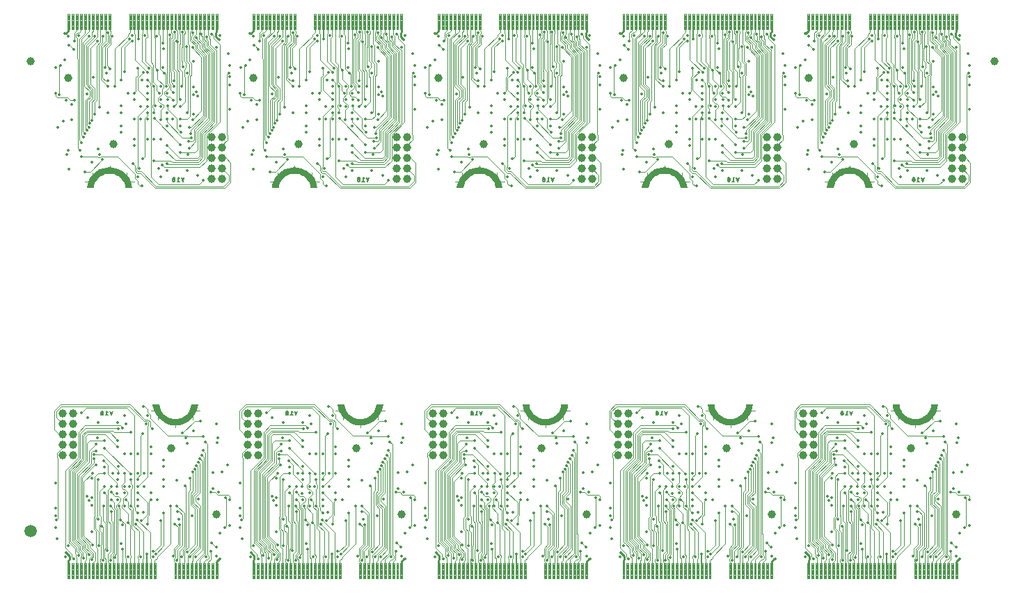
<source format=gbl>
G04 EAGLE Gerber RS-274X export*
G75*
%MOMM*%
%FSLAX34Y34*%
%LPD*%
%INBottom Copper*%
%IPPOS*%
%AMOC8*
5,1,8,0,0,1.08239X$1,22.5*%
G01*
%ADD10C,0.127000*%
%ADD11C,0.101500*%
%ADD12C,0.352400*%
%ADD13C,0.101600*%
%ADD14C,1.000000*%
%ADD15C,1.500000*%
%ADD16C,0.203200*%
%ADD17C,0.254000*%

G36*
X829311Y192560D02*
X829311Y192560D01*
X829320Y192564D01*
X829347Y192566D01*
X833317Y193466D01*
X833325Y193471D01*
X833352Y193477D01*
X837146Y194949D01*
X837154Y194955D01*
X837179Y194965D01*
X840717Y196978D01*
X840724Y196985D01*
X840748Y196998D01*
X843952Y199507D01*
X843958Y199515D01*
X843979Y199532D01*
X846782Y202484D01*
X846786Y202492D01*
X846805Y202512D01*
X849145Y205843D01*
X849148Y205852D01*
X849163Y205874D01*
X850990Y209512D01*
X850991Y209521D01*
X851004Y209545D01*
X852277Y213411D01*
X852277Y213421D01*
X852286Y213447D01*
X852979Y217458D01*
X852975Y217496D01*
X852981Y217533D01*
X852967Y217564D01*
X852963Y217596D01*
X852939Y217626D01*
X852924Y217661D01*
X852896Y217679D01*
X852875Y217705D01*
X852839Y217717D01*
X852807Y217738D01*
X852749Y217747D01*
X852743Y217749D01*
X852740Y217748D01*
X852734Y217749D01*
X844734Y217749D01*
X844733Y217749D01*
X844670Y217731D01*
X844599Y217710D01*
X844554Y217658D01*
X844507Y217605D01*
X844507Y217604D01*
X844487Y217533D01*
X844105Y214671D01*
X843286Y211922D01*
X842047Y209336D01*
X840419Y206975D01*
X838441Y204897D01*
X836163Y203155D01*
X833640Y201791D01*
X830935Y200838D01*
X828114Y200320D01*
X825234Y200249D01*
X822353Y200320D01*
X819532Y200838D01*
X816827Y201791D01*
X814304Y203155D01*
X812026Y204897D01*
X810049Y206975D01*
X808420Y209336D01*
X807181Y211922D01*
X806362Y214671D01*
X806323Y214966D01*
X806290Y215215D01*
X806223Y215714D01*
X806190Y215963D01*
X806124Y216461D01*
X806124Y216462D01*
X806090Y216711D01*
X806024Y217209D01*
X805981Y217533D01*
X805950Y217603D01*
X805924Y217661D01*
X805863Y217701D01*
X805808Y217738D01*
X805807Y217738D01*
X805734Y217749D01*
X797734Y217749D01*
X797696Y217738D01*
X797657Y217737D01*
X797630Y217719D01*
X797599Y217710D01*
X797574Y217681D01*
X797541Y217659D01*
X797529Y217629D01*
X797507Y217605D01*
X797502Y217566D01*
X797486Y217530D01*
X797488Y217474D01*
X797487Y217467D01*
X797488Y217463D01*
X797488Y217456D01*
X798208Y213458D01*
X798213Y213449D01*
X798217Y213423D01*
X799509Y209571D01*
X799515Y209563D01*
X799523Y209538D01*
X801360Y205915D01*
X801367Y205908D01*
X801379Y205884D01*
X803721Y202565D01*
X803726Y202561D01*
X803727Y202558D01*
X803732Y202555D01*
X803744Y202537D01*
X806544Y199593D01*
X806552Y199588D01*
X806571Y199569D01*
X809767Y197062D01*
X809776Y197058D01*
X809797Y197042D01*
X813323Y195025D01*
X813333Y195022D01*
X813356Y195009D01*
X817138Y193525D01*
X817147Y193524D01*
X817172Y193514D01*
X821129Y192594D01*
X821139Y192594D01*
X821165Y192588D01*
X825213Y192252D01*
X825223Y192254D01*
X825253Y192251D01*
X829311Y192560D01*
G37*
G36*
X1054406Y192560D02*
X1054406Y192560D01*
X1054415Y192564D01*
X1054442Y192566D01*
X1058411Y193466D01*
X1058420Y193471D01*
X1058446Y193477D01*
X1062241Y194949D01*
X1062249Y194955D01*
X1062274Y194965D01*
X1065812Y196978D01*
X1065819Y196985D01*
X1065842Y196998D01*
X1069047Y199507D01*
X1069053Y199515D01*
X1069074Y199532D01*
X1071877Y202484D01*
X1071881Y202492D01*
X1071900Y202512D01*
X1074239Y205843D01*
X1074243Y205852D01*
X1074258Y205874D01*
X1076084Y209512D01*
X1076086Y209521D01*
X1076098Y209545D01*
X1077372Y213411D01*
X1077372Y213421D01*
X1077381Y213447D01*
X1078074Y217458D01*
X1078070Y217496D01*
X1078075Y217533D01*
X1078062Y217564D01*
X1078058Y217596D01*
X1078034Y217626D01*
X1078019Y217661D01*
X1077991Y217679D01*
X1077970Y217705D01*
X1077934Y217717D01*
X1077902Y217738D01*
X1077844Y217747D01*
X1077838Y217749D01*
X1077835Y217748D01*
X1077828Y217749D01*
X1069828Y217749D01*
X1069764Y217731D01*
X1069694Y217710D01*
X1069648Y217658D01*
X1069602Y217605D01*
X1069602Y217604D01*
X1069581Y217533D01*
X1069200Y214671D01*
X1068381Y211922D01*
X1067142Y209336D01*
X1065513Y206975D01*
X1063536Y204897D01*
X1061258Y203155D01*
X1058735Y201791D01*
X1056030Y200838D01*
X1053209Y200320D01*
X1050328Y200249D01*
X1047448Y200320D01*
X1044627Y200838D01*
X1041922Y201791D01*
X1039399Y203155D01*
X1037121Y204897D01*
X1035143Y206975D01*
X1033515Y209336D01*
X1032276Y211922D01*
X1031457Y214671D01*
X1031418Y214966D01*
X1031384Y215215D01*
X1031385Y215215D01*
X1031384Y215215D01*
X1031318Y215714D01*
X1031285Y215963D01*
X1031218Y216461D01*
X1031218Y216462D01*
X1031185Y216711D01*
X1031119Y217209D01*
X1031075Y217533D01*
X1031044Y217603D01*
X1031019Y217661D01*
X1030958Y217701D01*
X1030902Y217738D01*
X1030828Y217749D01*
X1022828Y217749D01*
X1022791Y217738D01*
X1022752Y217737D01*
X1022725Y217719D01*
X1022694Y217710D01*
X1022668Y217681D01*
X1022636Y217659D01*
X1022623Y217629D01*
X1022602Y217605D01*
X1022596Y217566D01*
X1022581Y217530D01*
X1022583Y217474D01*
X1022581Y217467D01*
X1022583Y217463D01*
X1022583Y217456D01*
X1023303Y213458D01*
X1023307Y213449D01*
X1023312Y213423D01*
X1024604Y209571D01*
X1024610Y209563D01*
X1024618Y209538D01*
X1026455Y205915D01*
X1026461Y205908D01*
X1026473Y205884D01*
X1028816Y202565D01*
X1028821Y202561D01*
X1028822Y202558D01*
X1028826Y202555D01*
X1028839Y202537D01*
X1031639Y199593D01*
X1031647Y199588D01*
X1031665Y199569D01*
X1034862Y197062D01*
X1034871Y197058D01*
X1034892Y197042D01*
X1038418Y195025D01*
X1038428Y195022D01*
X1038451Y195009D01*
X1042232Y193525D01*
X1042242Y193524D01*
X1042267Y193514D01*
X1046224Y192594D01*
X1046233Y192594D01*
X1046259Y192588D01*
X1050308Y192252D01*
X1050318Y192254D01*
X1050347Y192251D01*
X1054406Y192560D01*
G37*
G36*
X604242Y192560D02*
X604242Y192560D01*
X604251Y192564D01*
X604278Y192566D01*
X608247Y193466D01*
X608256Y193471D01*
X608282Y193477D01*
X612077Y194949D01*
X612085Y194955D01*
X612110Y194965D01*
X615648Y196978D01*
X615655Y196985D01*
X615678Y196998D01*
X618883Y199507D01*
X618889Y199515D01*
X618910Y199532D01*
X621712Y202484D01*
X621717Y202492D01*
X621736Y202512D01*
X624075Y205843D01*
X624078Y205852D01*
X624094Y205874D01*
X625920Y209512D01*
X625922Y209521D01*
X625934Y209545D01*
X627208Y213411D01*
X627208Y213421D01*
X627217Y213447D01*
X627910Y217458D01*
X627905Y217496D01*
X627911Y217533D01*
X627898Y217564D01*
X627894Y217596D01*
X627870Y217626D01*
X627854Y217661D01*
X627827Y217679D01*
X627806Y217705D01*
X627770Y217717D01*
X627738Y217738D01*
X627680Y217747D01*
X627673Y217749D01*
X627670Y217748D01*
X627664Y217749D01*
X619664Y217749D01*
X619600Y217731D01*
X619530Y217710D01*
X619484Y217658D01*
X619438Y217605D01*
X619438Y217604D01*
X619417Y217533D01*
X619036Y214671D01*
X618216Y211922D01*
X616978Y209336D01*
X615349Y206975D01*
X613372Y204897D01*
X611093Y203155D01*
X608571Y201791D01*
X605866Y200838D01*
X603045Y200320D01*
X600164Y200249D01*
X597284Y200320D01*
X594463Y200838D01*
X591758Y201791D01*
X589235Y203155D01*
X586957Y204897D01*
X584979Y206975D01*
X583351Y209336D01*
X582112Y211922D01*
X581293Y214671D01*
X581254Y214966D01*
X581253Y214966D01*
X581220Y215215D01*
X581154Y215714D01*
X581121Y215963D01*
X581054Y216461D01*
X581054Y216462D01*
X581021Y216711D01*
X580954Y217209D01*
X580911Y217533D01*
X580880Y217603D01*
X580855Y217661D01*
X580854Y217661D01*
X580794Y217701D01*
X580738Y217738D01*
X580664Y217749D01*
X572664Y217749D01*
X572627Y217738D01*
X572588Y217737D01*
X572561Y217719D01*
X572530Y217710D01*
X572504Y217681D01*
X572472Y217659D01*
X572459Y217629D01*
X572438Y217605D01*
X572432Y217566D01*
X572417Y217530D01*
X572418Y217474D01*
X572417Y217467D01*
X572419Y217463D01*
X572419Y217456D01*
X573139Y213458D01*
X573143Y213449D01*
X573148Y213423D01*
X574440Y209571D01*
X574445Y209563D01*
X574454Y209538D01*
X576291Y205915D01*
X576297Y205908D01*
X576309Y205884D01*
X578652Y202565D01*
X578657Y202561D01*
X578658Y202558D01*
X578662Y202555D01*
X578675Y202537D01*
X581474Y199593D01*
X581483Y199588D01*
X581501Y199569D01*
X584698Y197062D01*
X584707Y197058D01*
X584728Y197042D01*
X588254Y195025D01*
X588264Y195022D01*
X588287Y195009D01*
X592068Y193525D01*
X592078Y193524D01*
X592103Y193514D01*
X596059Y192594D01*
X596069Y192594D01*
X596095Y192588D01*
X600144Y192252D01*
X600154Y192254D01*
X600183Y192251D01*
X604242Y192560D01*
G37*
G36*
X379147Y192560D02*
X379147Y192560D01*
X379156Y192564D01*
X379183Y192566D01*
X383152Y193466D01*
X383161Y193471D01*
X383187Y193477D01*
X386982Y194949D01*
X386990Y194955D01*
X387015Y194965D01*
X390553Y196978D01*
X390560Y196985D01*
X390583Y196998D01*
X393788Y199507D01*
X393794Y199515D01*
X393815Y199532D01*
X396618Y202484D01*
X396622Y202492D01*
X396641Y202512D01*
X398980Y205843D01*
X398984Y205852D01*
X398999Y205874D01*
X400825Y209512D01*
X400827Y209521D01*
X400839Y209545D01*
X402113Y213411D01*
X402113Y213421D01*
X402122Y213447D01*
X402815Y217458D01*
X402811Y217496D01*
X402816Y217533D01*
X402803Y217564D01*
X402799Y217596D01*
X402775Y217626D01*
X402760Y217661D01*
X402732Y217679D01*
X402711Y217705D01*
X402675Y217717D01*
X402643Y217738D01*
X402585Y217747D01*
X402579Y217749D01*
X402576Y217748D01*
X402569Y217749D01*
X394569Y217749D01*
X394505Y217731D01*
X394435Y217710D01*
X394389Y217658D01*
X394343Y217605D01*
X394343Y217604D01*
X394322Y217533D01*
X393941Y214671D01*
X393122Y211922D01*
X391883Y209336D01*
X390254Y206975D01*
X388277Y204897D01*
X385999Y203155D01*
X383476Y201791D01*
X380771Y200838D01*
X377950Y200320D01*
X375069Y200249D01*
X372189Y200320D01*
X369368Y200838D01*
X366663Y201791D01*
X364140Y203155D01*
X361862Y204897D01*
X359884Y206975D01*
X358256Y209336D01*
X357017Y211922D01*
X356198Y214671D01*
X356159Y214966D01*
X356125Y215215D01*
X356126Y215215D01*
X356125Y215215D01*
X356059Y215714D01*
X356026Y215963D01*
X355959Y216461D01*
X355959Y216462D01*
X355926Y216711D01*
X355860Y217209D01*
X355816Y217533D01*
X355785Y217603D01*
X355760Y217661D01*
X355699Y217701D01*
X355643Y217738D01*
X355569Y217749D01*
X347569Y217749D01*
X347532Y217738D01*
X347493Y217737D01*
X347466Y217719D01*
X347435Y217710D01*
X347409Y217681D01*
X347377Y217659D01*
X347364Y217629D01*
X347343Y217605D01*
X347337Y217566D01*
X347322Y217530D01*
X347324Y217474D01*
X347322Y217467D01*
X347324Y217463D01*
X347324Y217456D01*
X348044Y213458D01*
X348048Y213449D01*
X348053Y213423D01*
X349345Y209571D01*
X349351Y209563D01*
X349359Y209538D01*
X351196Y205915D01*
X351202Y205908D01*
X351214Y205884D01*
X353557Y202565D01*
X353562Y202561D01*
X353563Y202558D01*
X353567Y202555D01*
X353580Y202537D01*
X356380Y199593D01*
X356388Y199588D01*
X356406Y199569D01*
X359603Y197062D01*
X359612Y197058D01*
X359633Y197042D01*
X363159Y195025D01*
X363169Y195022D01*
X363192Y195009D01*
X366973Y193525D01*
X366983Y193524D01*
X367008Y193514D01*
X370965Y192594D01*
X370974Y192594D01*
X371000Y192588D01*
X375049Y192252D01*
X375059Y192254D01*
X375088Y192251D01*
X379147Y192560D01*
G37*
G36*
X154077Y192560D02*
X154077Y192560D01*
X154087Y192564D01*
X154114Y192566D01*
X158083Y193466D01*
X158092Y193471D01*
X158118Y193477D01*
X161913Y194949D01*
X161920Y194955D01*
X161946Y194965D01*
X165484Y196978D01*
X165490Y196985D01*
X165514Y196998D01*
X168719Y199507D01*
X168724Y199515D01*
X168746Y199532D01*
X171548Y202484D01*
X171553Y202492D01*
X171571Y202512D01*
X173911Y205843D01*
X173914Y205852D01*
X173930Y205874D01*
X175756Y209512D01*
X175758Y209521D01*
X175770Y209545D01*
X177044Y213411D01*
X177044Y213421D01*
X177052Y213447D01*
X177746Y217458D01*
X177741Y217496D01*
X177747Y217533D01*
X177734Y217564D01*
X177730Y217596D01*
X177706Y217626D01*
X177690Y217661D01*
X177663Y217679D01*
X177642Y217705D01*
X177605Y217717D01*
X177574Y217738D01*
X177516Y217747D01*
X177509Y217749D01*
X177506Y217748D01*
X177500Y217749D01*
X169500Y217749D01*
X169436Y217731D01*
X169366Y217710D01*
X169365Y217710D01*
X169320Y217658D01*
X169274Y217605D01*
X169274Y217604D01*
X169253Y217533D01*
X168871Y214671D01*
X168052Y211922D01*
X166813Y209336D01*
X165185Y206975D01*
X163207Y204897D01*
X160929Y203155D01*
X158407Y201791D01*
X155701Y200838D01*
X152881Y200320D01*
X150000Y200249D01*
X147119Y200320D01*
X144299Y200838D01*
X141594Y201791D01*
X139071Y203155D01*
X136793Y204897D01*
X134815Y206975D01*
X133187Y209336D01*
X131948Y211922D01*
X131129Y214671D01*
X131089Y214966D01*
X131056Y215215D01*
X130990Y215714D01*
X130956Y215963D01*
X130890Y216461D01*
X130890Y216462D01*
X130857Y216711D01*
X130790Y217209D01*
X130747Y217533D01*
X130716Y217603D01*
X130690Y217661D01*
X130630Y217701D01*
X130574Y217738D01*
X130500Y217749D01*
X122500Y217749D01*
X122462Y217738D01*
X122423Y217737D01*
X122397Y217719D01*
X122366Y217710D01*
X122340Y217681D01*
X122308Y217659D01*
X122295Y217629D01*
X122274Y217605D01*
X122268Y217566D01*
X122253Y217530D01*
X122254Y217474D01*
X122253Y217467D01*
X122254Y217463D01*
X122255Y217456D01*
X122975Y213458D01*
X122979Y213449D01*
X122984Y213423D01*
X124276Y209571D01*
X124281Y209563D01*
X124290Y209538D01*
X126126Y205915D01*
X126133Y205908D01*
X126145Y205884D01*
X128488Y202565D01*
X128492Y202561D01*
X128494Y202558D01*
X128498Y202555D01*
X128511Y202537D01*
X131310Y199593D01*
X131319Y199588D01*
X131337Y199569D01*
X134533Y197062D01*
X134543Y197058D01*
X134564Y197042D01*
X138090Y195025D01*
X138099Y195022D01*
X138123Y195009D01*
X141904Y193525D01*
X141914Y193524D01*
X141939Y193514D01*
X145895Y192594D01*
X145905Y192594D01*
X145931Y192588D01*
X149979Y192252D01*
X149989Y192254D01*
X150019Y192251D01*
X154077Y192560D01*
G37*
G36*
X500654Y480751D02*
X500654Y480751D01*
X500718Y480769D01*
X500788Y480790D01*
X500833Y480841D01*
X500880Y480895D01*
X500880Y480896D01*
X500901Y480967D01*
X501282Y483829D01*
X502101Y486578D01*
X503340Y489164D01*
X504969Y491525D01*
X506946Y493603D01*
X509224Y495345D01*
X511747Y496709D01*
X514452Y497662D01*
X517273Y498180D01*
X520154Y498251D01*
X523034Y498180D01*
X525855Y497662D01*
X528560Y496709D01*
X531083Y495345D01*
X533361Y493603D01*
X535339Y491525D01*
X536967Y489164D01*
X538206Y486578D01*
X539025Y483829D01*
X539074Y483459D01*
X539108Y483210D01*
X539174Y482711D01*
X539207Y482462D01*
X539274Y481964D01*
X539307Y481714D01*
X539373Y481216D01*
X539407Y480967D01*
X539439Y480895D01*
X539463Y480839D01*
X539524Y480799D01*
X539580Y480762D01*
X539654Y480751D01*
X547654Y480751D01*
X547691Y480762D01*
X547730Y480763D01*
X547757Y480781D01*
X547788Y480790D01*
X547814Y480819D01*
X547846Y480841D01*
X547859Y480871D01*
X547880Y480895D01*
X547886Y480934D01*
X547901Y480970D01*
X547899Y481026D01*
X547901Y481033D01*
X547899Y481037D01*
X547899Y481044D01*
X547179Y485042D01*
X547175Y485051D01*
X547170Y485077D01*
X545878Y488929D01*
X545872Y488937D01*
X545864Y488962D01*
X544027Y492585D01*
X544021Y492592D01*
X544009Y492616D01*
X541666Y495935D01*
X541658Y495941D01*
X541643Y495963D01*
X538843Y498907D01*
X538835Y498912D01*
X538817Y498931D01*
X535620Y501438D01*
X535611Y501442D01*
X535590Y501458D01*
X532064Y503475D01*
X532054Y503478D01*
X532031Y503491D01*
X528250Y504975D01*
X528240Y504976D01*
X528215Y504986D01*
X524258Y505906D01*
X524249Y505906D01*
X524223Y505912D01*
X520174Y506248D01*
X520164Y506246D01*
X520135Y506249D01*
X516076Y505940D01*
X516067Y505936D01*
X516040Y505934D01*
X512071Y505034D01*
X512062Y505029D01*
X512036Y505023D01*
X508241Y503551D01*
X508233Y503545D01*
X508208Y503535D01*
X504670Y501522D01*
X504663Y501515D01*
X504640Y501502D01*
X501435Y498993D01*
X501429Y498985D01*
X501408Y498968D01*
X498605Y496016D01*
X498601Y496008D01*
X498582Y495988D01*
X496243Y492657D01*
X496239Y492648D01*
X496224Y492626D01*
X494398Y488988D01*
X494396Y488979D01*
X494384Y488955D01*
X493110Y485089D01*
X493110Y485079D01*
X493101Y485053D01*
X492408Y481042D01*
X492412Y481004D01*
X492407Y480967D01*
X492420Y480936D01*
X492424Y480904D01*
X492448Y480874D01*
X492463Y480839D01*
X492491Y480821D01*
X492512Y480795D01*
X492548Y480783D01*
X492580Y480762D01*
X492638Y480753D01*
X492644Y480751D01*
X492648Y480752D01*
X492654Y480751D01*
X500654Y480751D01*
X500654Y480751D01*
G37*
G36*
X950818Y480751D02*
X950818Y480751D01*
X950882Y480769D01*
X950952Y480790D01*
X950997Y480841D01*
X951044Y480895D01*
X951044Y480896D01*
X951065Y480967D01*
X951446Y483829D01*
X952266Y486578D01*
X953505Y489164D01*
X955133Y491525D01*
X957110Y493603D01*
X959389Y495345D01*
X961911Y496709D01*
X964616Y497662D01*
X967437Y498180D01*
X970318Y498251D01*
X973198Y498180D01*
X976019Y497662D01*
X978724Y496709D01*
X981247Y495345D01*
X983525Y493603D01*
X985503Y491525D01*
X987131Y489164D01*
X988370Y486578D01*
X989189Y483829D01*
X989239Y483459D01*
X989272Y483210D01*
X989338Y482711D01*
X989371Y482462D01*
X989438Y481964D01*
X989471Y481714D01*
X989538Y481216D01*
X989571Y480967D01*
X989603Y480895D01*
X989627Y480839D01*
X989628Y480839D01*
X989688Y480799D01*
X989744Y480762D01*
X989818Y480751D01*
X997818Y480751D01*
X997855Y480762D01*
X997895Y480763D01*
X997921Y480781D01*
X997952Y480790D01*
X997978Y480819D01*
X998010Y480841D01*
X998023Y480871D01*
X998044Y480895D01*
X998050Y480934D01*
X998065Y480970D01*
X998064Y481026D01*
X998065Y481033D01*
X998063Y481037D01*
X998063Y481044D01*
X997343Y485042D01*
X997339Y485051D01*
X997334Y485077D01*
X996042Y488929D01*
X996037Y488937D01*
X996028Y488962D01*
X994191Y492585D01*
X994185Y492592D01*
X994173Y492616D01*
X991830Y495935D01*
X991822Y495941D01*
X991807Y495963D01*
X989008Y498907D01*
X988999Y498912D01*
X988981Y498931D01*
X985784Y501438D01*
X985775Y501442D01*
X985754Y501458D01*
X982228Y503475D01*
X982218Y503478D01*
X982195Y503491D01*
X978414Y504975D01*
X978404Y504976D01*
X978379Y504986D01*
X974423Y505906D01*
X974413Y505906D01*
X974387Y505912D01*
X970338Y506248D01*
X970328Y506246D01*
X970299Y506249D01*
X966240Y505940D01*
X966231Y505936D01*
X966204Y505934D01*
X962235Y505034D01*
X962226Y505029D01*
X962200Y505023D01*
X958405Y503551D01*
X958397Y503545D01*
X958372Y503535D01*
X954834Y501522D01*
X954827Y501515D01*
X954804Y501502D01*
X951599Y498993D01*
X951593Y498985D01*
X951572Y498968D01*
X948770Y496016D01*
X948765Y496008D01*
X948746Y495988D01*
X946407Y492657D01*
X946404Y492648D01*
X946388Y492626D01*
X944562Y488988D01*
X944560Y488979D01*
X944548Y488955D01*
X943274Y485089D01*
X943274Y485079D01*
X943265Y485053D01*
X942572Y481042D01*
X942577Y481004D01*
X942571Y480967D01*
X942584Y480936D01*
X942588Y480904D01*
X942612Y480874D01*
X942628Y480839D01*
X942655Y480821D01*
X942676Y480795D01*
X942712Y480783D01*
X942744Y480762D01*
X942802Y480753D01*
X942809Y480751D01*
X942812Y480752D01*
X942818Y480751D01*
X950818Y480751D01*
X950818Y480751D01*
G37*
G36*
X275584Y480751D02*
X275584Y480751D01*
X275585Y480751D01*
X275648Y480769D01*
X275718Y480790D01*
X275719Y480790D01*
X275763Y480841D01*
X275810Y480895D01*
X275811Y480896D01*
X275831Y480967D01*
X276213Y483829D01*
X277032Y486578D01*
X278271Y489164D01*
X279899Y491525D01*
X281877Y493603D01*
X284155Y495345D01*
X286678Y496709D01*
X289383Y497662D01*
X292204Y498180D01*
X295084Y498251D01*
X297965Y498180D01*
X300786Y497662D01*
X303491Y496709D01*
X306013Y495345D01*
X308292Y493603D01*
X310269Y491525D01*
X311898Y489164D01*
X313136Y486578D01*
X313956Y483829D01*
X314005Y483459D01*
X314038Y483210D01*
X314105Y482711D01*
X314138Y482462D01*
X314204Y481964D01*
X314238Y481714D01*
X314237Y481714D01*
X314238Y481714D01*
X314304Y481216D01*
X314337Y480967D01*
X314369Y480895D01*
X314394Y480839D01*
X314454Y480799D01*
X314510Y480762D01*
X314511Y480762D01*
X314584Y480751D01*
X322584Y480751D01*
X322622Y480762D01*
X322661Y480763D01*
X322687Y480781D01*
X322718Y480790D01*
X322744Y480819D01*
X322776Y480841D01*
X322789Y480871D01*
X322810Y480895D01*
X322816Y480934D01*
X322832Y480970D01*
X322830Y481026D01*
X322831Y481033D01*
X322830Y481037D01*
X322830Y481044D01*
X322110Y485042D01*
X322105Y485051D01*
X322101Y485077D01*
X320809Y488929D01*
X320803Y488937D01*
X320795Y488962D01*
X318958Y492585D01*
X318951Y492592D01*
X318939Y492616D01*
X316596Y495935D01*
X316589Y495941D01*
X316573Y495963D01*
X313774Y498907D01*
X313766Y498912D01*
X313747Y498931D01*
X310551Y501438D01*
X310542Y501442D01*
X310521Y501458D01*
X306994Y503475D01*
X306985Y503478D01*
X306962Y503491D01*
X303180Y504975D01*
X303170Y504976D01*
X303146Y504986D01*
X299189Y505906D01*
X299179Y505906D01*
X299153Y505912D01*
X295105Y506248D01*
X295095Y506246D01*
X295065Y506249D01*
X291007Y505940D01*
X290998Y505936D01*
X290971Y505934D01*
X287001Y505034D01*
X286993Y505029D01*
X286966Y505023D01*
X283172Y503551D01*
X283164Y503545D01*
X283139Y503535D01*
X279601Y501522D01*
X279594Y501515D01*
X279570Y501502D01*
X276366Y498993D01*
X276360Y498985D01*
X276338Y498968D01*
X273536Y496016D01*
X273532Y496008D01*
X273513Y495988D01*
X271173Y492657D01*
X271170Y492648D01*
X271154Y492626D01*
X269328Y488988D01*
X269326Y488979D01*
X269314Y488955D01*
X268041Y485089D01*
X268040Y485079D01*
X268032Y485053D01*
X267339Y481042D01*
X267343Y481004D01*
X267337Y480967D01*
X267351Y480936D01*
X267354Y480904D01*
X267378Y480874D01*
X267394Y480839D01*
X267422Y480821D01*
X267442Y480795D01*
X267479Y480783D01*
X267511Y480762D01*
X267568Y480753D01*
X267575Y480751D01*
X267578Y480752D01*
X267584Y480751D01*
X275584Y480751D01*
X275584Y480751D01*
G37*
G36*
X725749Y480751D02*
X725749Y480751D01*
X725812Y480769D01*
X725883Y480790D01*
X725928Y480841D01*
X725975Y480895D01*
X725975Y480896D01*
X725995Y480967D01*
X726377Y483829D01*
X727196Y486578D01*
X728435Y489164D01*
X730063Y491525D01*
X732041Y493603D01*
X734319Y495345D01*
X736842Y496709D01*
X739547Y497662D01*
X742368Y498180D01*
X745248Y498251D01*
X748129Y498180D01*
X750950Y497662D01*
X753655Y496709D01*
X756178Y495345D01*
X758456Y493603D01*
X760433Y491525D01*
X762062Y489164D01*
X763301Y486578D01*
X764120Y483829D01*
X764169Y483459D01*
X764202Y483210D01*
X764269Y482711D01*
X764302Y482462D01*
X764368Y481964D01*
X764369Y481964D01*
X764402Y481714D01*
X764468Y481216D01*
X764501Y480967D01*
X764533Y480895D01*
X764558Y480839D01*
X764619Y480799D01*
X764674Y480762D01*
X764675Y480762D01*
X764748Y480751D01*
X772748Y480751D01*
X772786Y480762D01*
X772825Y480763D01*
X772852Y480781D01*
X772883Y480790D01*
X772908Y480819D01*
X772941Y480841D01*
X772953Y480871D01*
X772975Y480895D01*
X772980Y480934D01*
X772996Y480970D01*
X772994Y481026D01*
X772995Y481033D01*
X772994Y481037D01*
X772994Y481044D01*
X772274Y485042D01*
X772269Y485051D01*
X772265Y485077D01*
X770973Y488929D01*
X770967Y488937D01*
X770959Y488962D01*
X769122Y492585D01*
X769115Y492592D01*
X769103Y492616D01*
X766761Y495935D01*
X766753Y495941D01*
X766738Y495963D01*
X763938Y498907D01*
X763930Y498912D01*
X763911Y498931D01*
X760715Y501438D01*
X760706Y501442D01*
X760685Y501458D01*
X757159Y503475D01*
X757149Y503478D01*
X757126Y503491D01*
X753344Y504975D01*
X753335Y504976D01*
X753310Y504986D01*
X749353Y505906D01*
X749343Y505906D01*
X749317Y505912D01*
X745269Y506248D01*
X745259Y506246D01*
X745229Y506249D01*
X741171Y505940D01*
X741162Y505936D01*
X741135Y505934D01*
X737165Y505034D01*
X737157Y505029D01*
X737130Y505023D01*
X733336Y503551D01*
X733328Y503545D01*
X733303Y503535D01*
X729765Y501522D01*
X729758Y501515D01*
X729735Y501502D01*
X726530Y498993D01*
X726524Y498985D01*
X726503Y498968D01*
X723700Y496016D01*
X723696Y496008D01*
X723677Y495988D01*
X721337Y492657D01*
X721334Y492648D01*
X721319Y492626D01*
X719492Y488988D01*
X719491Y488979D01*
X719478Y488955D01*
X718205Y485089D01*
X718205Y485079D01*
X718196Y485053D01*
X717503Y481042D01*
X717507Y481004D01*
X717501Y480967D01*
X717515Y480936D01*
X717519Y480904D01*
X717543Y480874D01*
X717558Y480839D01*
X717586Y480821D01*
X717607Y480795D01*
X717643Y480783D01*
X717675Y480762D01*
X717733Y480753D01*
X717739Y480751D01*
X717742Y480752D01*
X717748Y480751D01*
X725748Y480751D01*
X725749Y480751D01*
G37*
G36*
X50490Y480751D02*
X50490Y480751D01*
X50553Y480769D01*
X50624Y480790D01*
X50669Y480841D01*
X50716Y480895D01*
X50716Y480896D01*
X50736Y480967D01*
X51118Y483829D01*
X51937Y486578D01*
X53176Y489164D01*
X54804Y491525D01*
X56782Y493603D01*
X59060Y495345D01*
X61583Y496709D01*
X64288Y497662D01*
X67109Y498180D01*
X69989Y498251D01*
X72870Y498180D01*
X75691Y497662D01*
X78396Y496709D01*
X80919Y495345D01*
X83197Y493603D01*
X85174Y491525D01*
X86803Y489164D01*
X88042Y486578D01*
X88861Y483829D01*
X88910Y483459D01*
X88943Y483210D01*
X89010Y482711D01*
X89043Y482462D01*
X89109Y481964D01*
X89110Y481964D01*
X89143Y481714D01*
X89209Y481216D01*
X89242Y480967D01*
X89274Y480895D01*
X89299Y480839D01*
X89360Y480799D01*
X89415Y480762D01*
X89416Y480762D01*
X89489Y480751D01*
X97489Y480751D01*
X97527Y480762D01*
X97566Y480763D01*
X97593Y480781D01*
X97624Y480790D01*
X97649Y480819D01*
X97682Y480841D01*
X97694Y480871D01*
X97716Y480895D01*
X97721Y480934D01*
X97737Y480970D01*
X97735Y481026D01*
X97736Y481033D01*
X97735Y481037D01*
X97735Y481044D01*
X97015Y485042D01*
X97010Y485051D01*
X97006Y485077D01*
X95714Y488929D01*
X95708Y488937D01*
X95700Y488962D01*
X93863Y492585D01*
X93856Y492592D01*
X93844Y492616D01*
X91502Y495935D01*
X91494Y495941D01*
X91479Y495963D01*
X88679Y498907D01*
X88671Y498912D01*
X88652Y498931D01*
X85456Y501438D01*
X85447Y501442D01*
X85426Y501458D01*
X81900Y503475D01*
X81890Y503478D01*
X81867Y503491D01*
X78085Y504975D01*
X78076Y504976D01*
X78051Y504986D01*
X74094Y505906D01*
X74084Y505906D01*
X74058Y505912D01*
X70010Y506248D01*
X70000Y506246D01*
X69970Y506249D01*
X65912Y505940D01*
X65903Y505936D01*
X65876Y505934D01*
X61906Y505034D01*
X61898Y505029D01*
X61871Y505023D01*
X58077Y503551D01*
X58069Y503545D01*
X58044Y503535D01*
X54506Y501522D01*
X54499Y501515D01*
X54476Y501502D01*
X51271Y498993D01*
X51265Y498985D01*
X51244Y498968D01*
X48441Y496016D01*
X48437Y496008D01*
X48418Y495988D01*
X46078Y492657D01*
X46075Y492648D01*
X46060Y492626D01*
X44233Y488988D01*
X44232Y488979D01*
X44219Y488955D01*
X42946Y485089D01*
X42946Y485079D01*
X42937Y485053D01*
X42244Y481042D01*
X42248Y481004D01*
X42242Y480967D01*
X42256Y480936D01*
X42260Y480904D01*
X42284Y480874D01*
X42299Y480839D01*
X42327Y480821D01*
X42348Y480795D01*
X42384Y480783D01*
X42416Y480762D01*
X42474Y480753D01*
X42480Y480751D01*
X42483Y480752D01*
X42489Y480751D01*
X50489Y480751D01*
X50490Y480751D01*
G37*
D10*
X73365Y209461D02*
X71756Y204635D01*
X70148Y209461D01*
X67611Y208389D02*
X66270Y209461D01*
X66270Y204635D01*
X67611Y204635D02*
X64929Y204635D01*
X62124Y207048D02*
X62122Y207168D01*
X62117Y207288D01*
X62108Y207408D01*
X62095Y207528D01*
X62079Y207647D01*
X62059Y207766D01*
X62035Y207884D01*
X62008Y208001D01*
X61978Y208117D01*
X61944Y208232D01*
X61906Y208347D01*
X61865Y208460D01*
X61821Y208571D01*
X61773Y208682D01*
X61722Y208791D01*
X61701Y208848D01*
X61675Y208904D01*
X61647Y208959D01*
X61615Y209011D01*
X61579Y209062D01*
X61541Y209110D01*
X61500Y209156D01*
X61456Y209199D01*
X61410Y209239D01*
X61361Y209276D01*
X61309Y209310D01*
X61256Y209341D01*
X61201Y209369D01*
X61145Y209393D01*
X61087Y209414D01*
X61028Y209431D01*
X60968Y209444D01*
X60907Y209453D01*
X60845Y209459D01*
X60784Y209461D01*
X60723Y209459D01*
X60661Y209453D01*
X60600Y209444D01*
X60540Y209431D01*
X60481Y209414D01*
X60423Y209393D01*
X60367Y209369D01*
X60312Y209341D01*
X60259Y209310D01*
X60207Y209276D01*
X60159Y209239D01*
X60112Y209199D01*
X60068Y209156D01*
X60027Y209110D01*
X59989Y209062D01*
X59953Y209011D01*
X59921Y208959D01*
X59893Y208904D01*
X59867Y208848D01*
X59846Y208791D01*
X59845Y208791D02*
X59794Y208682D01*
X59746Y208571D01*
X59702Y208460D01*
X59661Y208347D01*
X59623Y208232D01*
X59589Y208117D01*
X59559Y208001D01*
X59532Y207884D01*
X59508Y207766D01*
X59488Y207647D01*
X59472Y207528D01*
X59459Y207408D01*
X59450Y207288D01*
X59445Y207168D01*
X59443Y207048D01*
X62124Y207048D02*
X62122Y206928D01*
X62117Y206808D01*
X62108Y206688D01*
X62095Y206568D01*
X62079Y206449D01*
X62059Y206330D01*
X62035Y206212D01*
X62008Y206095D01*
X61978Y205979D01*
X61944Y205864D01*
X61906Y205749D01*
X61865Y205636D01*
X61821Y205525D01*
X61773Y205414D01*
X61722Y205305D01*
X61701Y205248D01*
X61675Y205192D01*
X61647Y205137D01*
X61615Y205085D01*
X61579Y205034D01*
X61541Y204986D01*
X61500Y204940D01*
X61456Y204897D01*
X61410Y204857D01*
X61361Y204820D01*
X61309Y204786D01*
X61256Y204755D01*
X61201Y204727D01*
X61145Y204703D01*
X61087Y204682D01*
X61028Y204665D01*
X60968Y204652D01*
X60907Y204643D01*
X60845Y204637D01*
X60784Y204635D01*
X59845Y205305D02*
X59794Y205414D01*
X59746Y205525D01*
X59702Y205636D01*
X59661Y205749D01*
X59623Y205864D01*
X59589Y205979D01*
X59559Y206095D01*
X59532Y206212D01*
X59508Y206330D01*
X59488Y206449D01*
X59472Y206568D01*
X59459Y206688D01*
X59450Y206808D01*
X59445Y206928D01*
X59443Y207048D01*
X59846Y205305D02*
X59867Y205248D01*
X59893Y205192D01*
X59921Y205137D01*
X59953Y205085D01*
X59989Y205034D01*
X60027Y204986D01*
X60068Y204940D01*
X60112Y204897D01*
X60159Y204857D01*
X60207Y204820D01*
X60259Y204786D01*
X60312Y204755D01*
X60367Y204727D01*
X60423Y204703D01*
X60481Y204682D01*
X60540Y204665D01*
X60600Y204652D01*
X60661Y204643D01*
X60723Y204637D01*
X60784Y204635D01*
X61856Y205707D02*
X59711Y208389D01*
X296826Y204635D02*
X298434Y209461D01*
X295217Y209461D02*
X296826Y204635D01*
X292680Y208389D02*
X291339Y209461D01*
X291339Y204635D01*
X289999Y204635D02*
X292680Y204635D01*
X287194Y207048D02*
X287192Y207168D01*
X287187Y207288D01*
X287178Y207408D01*
X287165Y207528D01*
X287149Y207647D01*
X287129Y207766D01*
X287105Y207884D01*
X287078Y208001D01*
X287048Y208117D01*
X287014Y208232D01*
X286976Y208347D01*
X286935Y208460D01*
X286891Y208571D01*
X286843Y208682D01*
X286792Y208791D01*
X286791Y208791D02*
X286770Y208848D01*
X286744Y208904D01*
X286716Y208959D01*
X286684Y209011D01*
X286648Y209062D01*
X286610Y209110D01*
X286569Y209156D01*
X286525Y209199D01*
X286479Y209239D01*
X286430Y209276D01*
X286378Y209310D01*
X286325Y209341D01*
X286270Y209369D01*
X286214Y209393D01*
X286156Y209414D01*
X286097Y209431D01*
X286037Y209444D01*
X285976Y209453D01*
X285914Y209459D01*
X285853Y209461D01*
X285792Y209459D01*
X285730Y209453D01*
X285669Y209444D01*
X285609Y209431D01*
X285550Y209414D01*
X285492Y209393D01*
X285436Y209369D01*
X285381Y209341D01*
X285328Y209310D01*
X285276Y209276D01*
X285228Y209239D01*
X285181Y209199D01*
X285137Y209156D01*
X285096Y209110D01*
X285058Y209062D01*
X285022Y209011D01*
X284990Y208959D01*
X284962Y208904D01*
X284936Y208848D01*
X284915Y208791D01*
X284914Y208791D02*
X284863Y208682D01*
X284815Y208571D01*
X284771Y208460D01*
X284730Y208347D01*
X284692Y208232D01*
X284658Y208117D01*
X284628Y208001D01*
X284601Y207884D01*
X284577Y207766D01*
X284557Y207647D01*
X284541Y207528D01*
X284528Y207408D01*
X284519Y207288D01*
X284514Y207168D01*
X284512Y207048D01*
X287193Y207048D02*
X287191Y206928D01*
X287186Y206808D01*
X287177Y206688D01*
X287164Y206568D01*
X287148Y206449D01*
X287128Y206330D01*
X287104Y206212D01*
X287077Y206095D01*
X287047Y205979D01*
X287013Y205864D01*
X286975Y205749D01*
X286934Y205636D01*
X286890Y205525D01*
X286842Y205414D01*
X286791Y205305D01*
X286770Y205248D01*
X286744Y205192D01*
X286716Y205137D01*
X286684Y205085D01*
X286648Y205034D01*
X286610Y204986D01*
X286569Y204940D01*
X286525Y204897D01*
X286479Y204857D01*
X286430Y204820D01*
X286378Y204786D01*
X286325Y204755D01*
X286270Y204727D01*
X286214Y204703D01*
X286156Y204682D01*
X286097Y204665D01*
X286037Y204652D01*
X285976Y204643D01*
X285914Y204637D01*
X285853Y204635D01*
X284915Y205305D02*
X284864Y205414D01*
X284816Y205525D01*
X284772Y205636D01*
X284731Y205749D01*
X284693Y205864D01*
X284659Y205979D01*
X284629Y206095D01*
X284602Y206212D01*
X284578Y206330D01*
X284558Y206449D01*
X284542Y206568D01*
X284529Y206688D01*
X284520Y206808D01*
X284515Y206928D01*
X284513Y207048D01*
X284915Y205305D02*
X284936Y205248D01*
X284962Y205192D01*
X284990Y205137D01*
X285022Y205085D01*
X285058Y205034D01*
X285096Y204986D01*
X285137Y204940D01*
X285181Y204897D01*
X285228Y204857D01*
X285276Y204820D01*
X285328Y204786D01*
X285381Y204755D01*
X285436Y204727D01*
X285492Y204703D01*
X285550Y204682D01*
X285609Y204665D01*
X285669Y204652D01*
X285730Y204643D01*
X285792Y204637D01*
X285853Y204635D01*
X286926Y205707D02*
X284781Y208389D01*
X521921Y204635D02*
X523529Y209461D01*
X520312Y209461D02*
X521921Y204635D01*
X517775Y208389D02*
X516434Y209461D01*
X516434Y204635D01*
X515094Y204635D02*
X517775Y204635D01*
X512288Y207048D02*
X512286Y207168D01*
X512281Y207288D01*
X512272Y207408D01*
X512259Y207528D01*
X512243Y207647D01*
X512223Y207766D01*
X512199Y207884D01*
X512172Y208001D01*
X512142Y208117D01*
X512108Y208232D01*
X512070Y208347D01*
X512029Y208460D01*
X511985Y208571D01*
X511937Y208682D01*
X511886Y208791D01*
X511865Y208848D01*
X511839Y208904D01*
X511811Y208959D01*
X511779Y209011D01*
X511743Y209062D01*
X511705Y209110D01*
X511664Y209156D01*
X511620Y209199D01*
X511574Y209239D01*
X511525Y209276D01*
X511473Y209310D01*
X511420Y209341D01*
X511365Y209369D01*
X511309Y209393D01*
X511251Y209414D01*
X511192Y209431D01*
X511132Y209444D01*
X511071Y209453D01*
X511009Y209459D01*
X510948Y209461D01*
X510887Y209459D01*
X510825Y209453D01*
X510764Y209444D01*
X510704Y209431D01*
X510645Y209414D01*
X510587Y209393D01*
X510531Y209369D01*
X510476Y209341D01*
X510423Y209310D01*
X510371Y209276D01*
X510323Y209239D01*
X510276Y209199D01*
X510232Y209156D01*
X510191Y209110D01*
X510153Y209062D01*
X510117Y209011D01*
X510085Y208959D01*
X510057Y208904D01*
X510031Y208848D01*
X510010Y208791D01*
X510009Y208791D02*
X509958Y208682D01*
X509910Y208571D01*
X509866Y208460D01*
X509825Y208347D01*
X509787Y208232D01*
X509753Y208117D01*
X509723Y208001D01*
X509696Y207884D01*
X509672Y207766D01*
X509652Y207647D01*
X509636Y207528D01*
X509623Y207408D01*
X509614Y207288D01*
X509609Y207168D01*
X509607Y207048D01*
X512288Y207048D02*
X512286Y206928D01*
X512281Y206808D01*
X512272Y206688D01*
X512259Y206568D01*
X512243Y206449D01*
X512223Y206330D01*
X512199Y206212D01*
X512172Y206095D01*
X512142Y205979D01*
X512108Y205864D01*
X512070Y205749D01*
X512029Y205636D01*
X511985Y205525D01*
X511937Y205414D01*
X511886Y205305D01*
X511865Y205248D01*
X511839Y205192D01*
X511811Y205137D01*
X511779Y205085D01*
X511743Y205034D01*
X511705Y204986D01*
X511664Y204940D01*
X511620Y204897D01*
X511574Y204857D01*
X511525Y204820D01*
X511473Y204786D01*
X511420Y204755D01*
X511365Y204727D01*
X511309Y204703D01*
X511251Y204682D01*
X511192Y204665D01*
X511132Y204652D01*
X511071Y204643D01*
X511009Y204637D01*
X510948Y204635D01*
X510009Y205305D02*
X509958Y205414D01*
X509910Y205525D01*
X509866Y205636D01*
X509825Y205749D01*
X509787Y205864D01*
X509753Y205979D01*
X509723Y206095D01*
X509696Y206212D01*
X509672Y206330D01*
X509652Y206449D01*
X509636Y206568D01*
X509623Y206688D01*
X509614Y206808D01*
X509609Y206928D01*
X509607Y207048D01*
X510010Y205305D02*
X510031Y205248D01*
X510057Y205192D01*
X510085Y205137D01*
X510117Y205085D01*
X510153Y205034D01*
X510191Y204986D01*
X510232Y204940D01*
X510276Y204897D01*
X510323Y204857D01*
X510371Y204820D01*
X510423Y204786D01*
X510476Y204755D01*
X510531Y204727D01*
X510587Y204703D01*
X510645Y204682D01*
X510704Y204665D01*
X510764Y204652D01*
X510825Y204643D01*
X510887Y204637D01*
X510948Y204635D01*
X512020Y205707D02*
X509875Y208389D01*
X746990Y204635D02*
X748599Y209461D01*
X745381Y209461D02*
X746990Y204635D01*
X742844Y208389D02*
X741504Y209461D01*
X741504Y204635D01*
X742844Y204635D02*
X740163Y204635D01*
X737358Y207048D02*
X737356Y207168D01*
X737351Y207288D01*
X737342Y207408D01*
X737329Y207528D01*
X737313Y207647D01*
X737293Y207766D01*
X737269Y207884D01*
X737242Y208001D01*
X737212Y208117D01*
X737178Y208232D01*
X737140Y208347D01*
X737099Y208460D01*
X737055Y208571D01*
X737007Y208682D01*
X736956Y208791D01*
X736955Y208791D02*
X736934Y208848D01*
X736908Y208904D01*
X736880Y208959D01*
X736848Y209011D01*
X736812Y209062D01*
X736774Y209110D01*
X736733Y209156D01*
X736689Y209199D01*
X736643Y209239D01*
X736594Y209276D01*
X736542Y209310D01*
X736489Y209341D01*
X736434Y209369D01*
X736378Y209393D01*
X736320Y209414D01*
X736261Y209431D01*
X736201Y209444D01*
X736140Y209453D01*
X736078Y209459D01*
X736017Y209461D01*
X735956Y209459D01*
X735894Y209453D01*
X735833Y209444D01*
X735773Y209431D01*
X735714Y209414D01*
X735656Y209393D01*
X735600Y209369D01*
X735545Y209341D01*
X735492Y209310D01*
X735440Y209276D01*
X735392Y209239D01*
X735345Y209199D01*
X735301Y209156D01*
X735260Y209110D01*
X735222Y209062D01*
X735186Y209011D01*
X735154Y208959D01*
X735126Y208904D01*
X735100Y208848D01*
X735079Y208791D01*
X735028Y208682D01*
X734980Y208571D01*
X734936Y208460D01*
X734895Y208347D01*
X734857Y208232D01*
X734823Y208117D01*
X734793Y208001D01*
X734766Y207884D01*
X734742Y207766D01*
X734722Y207647D01*
X734706Y207528D01*
X734693Y207408D01*
X734684Y207288D01*
X734679Y207168D01*
X734677Y207048D01*
X737358Y207048D02*
X737356Y206928D01*
X737351Y206808D01*
X737342Y206688D01*
X737329Y206568D01*
X737313Y206449D01*
X737293Y206330D01*
X737269Y206212D01*
X737242Y206095D01*
X737212Y205979D01*
X737178Y205864D01*
X737140Y205749D01*
X737099Y205636D01*
X737055Y205525D01*
X737007Y205414D01*
X736956Y205305D01*
X736955Y205305D02*
X736934Y205248D01*
X736908Y205192D01*
X736880Y205137D01*
X736848Y205085D01*
X736812Y205034D01*
X736774Y204986D01*
X736733Y204940D01*
X736689Y204897D01*
X736643Y204857D01*
X736594Y204820D01*
X736542Y204786D01*
X736489Y204755D01*
X736434Y204727D01*
X736378Y204703D01*
X736320Y204682D01*
X736261Y204665D01*
X736201Y204652D01*
X736140Y204643D01*
X736078Y204637D01*
X736017Y204635D01*
X735079Y205305D02*
X735028Y205414D01*
X734980Y205525D01*
X734936Y205636D01*
X734895Y205749D01*
X734857Y205864D01*
X734823Y205979D01*
X734793Y206095D01*
X734766Y206212D01*
X734742Y206330D01*
X734722Y206449D01*
X734706Y206568D01*
X734693Y206688D01*
X734684Y206808D01*
X734679Y206928D01*
X734677Y207048D01*
X735079Y205305D02*
X735100Y205248D01*
X735126Y205192D01*
X735154Y205137D01*
X735186Y205085D01*
X735222Y205034D01*
X735260Y204986D01*
X735301Y204940D01*
X735345Y204897D01*
X735392Y204857D01*
X735440Y204820D01*
X735492Y204786D01*
X735545Y204755D01*
X735600Y204727D01*
X735656Y204703D01*
X735714Y204682D01*
X735773Y204665D01*
X735833Y204652D01*
X735894Y204643D01*
X735956Y204637D01*
X736017Y204635D01*
X737090Y205707D02*
X734945Y208389D01*
X972085Y204635D02*
X973693Y209461D01*
X970476Y209461D02*
X972085Y204635D01*
X967939Y208389D02*
X966598Y209461D01*
X966598Y204635D01*
X965258Y204635D02*
X967939Y204635D01*
X962453Y207048D02*
X962451Y207168D01*
X962446Y207288D01*
X962437Y207408D01*
X962424Y207528D01*
X962408Y207647D01*
X962388Y207766D01*
X962364Y207884D01*
X962337Y208001D01*
X962307Y208117D01*
X962273Y208232D01*
X962235Y208347D01*
X962194Y208460D01*
X962150Y208571D01*
X962102Y208682D01*
X962051Y208791D01*
X962050Y208791D02*
X962029Y208848D01*
X962003Y208904D01*
X961975Y208959D01*
X961943Y209011D01*
X961907Y209062D01*
X961869Y209110D01*
X961828Y209156D01*
X961784Y209199D01*
X961738Y209239D01*
X961689Y209276D01*
X961637Y209310D01*
X961584Y209341D01*
X961529Y209369D01*
X961473Y209393D01*
X961415Y209414D01*
X961356Y209431D01*
X961296Y209444D01*
X961235Y209453D01*
X961173Y209459D01*
X961112Y209461D01*
X961051Y209459D01*
X960989Y209453D01*
X960928Y209444D01*
X960868Y209431D01*
X960809Y209414D01*
X960751Y209393D01*
X960695Y209369D01*
X960640Y209341D01*
X960587Y209310D01*
X960535Y209276D01*
X960487Y209239D01*
X960440Y209199D01*
X960396Y209156D01*
X960355Y209110D01*
X960317Y209062D01*
X960281Y209011D01*
X960249Y208959D01*
X960221Y208904D01*
X960195Y208848D01*
X960174Y208791D01*
X960173Y208791D02*
X960122Y208682D01*
X960074Y208571D01*
X960030Y208460D01*
X959989Y208347D01*
X959951Y208232D01*
X959917Y208117D01*
X959887Y208001D01*
X959860Y207884D01*
X959836Y207766D01*
X959816Y207647D01*
X959800Y207528D01*
X959787Y207408D01*
X959778Y207288D01*
X959773Y207168D01*
X959771Y207048D01*
X962452Y207048D02*
X962450Y206928D01*
X962445Y206808D01*
X962436Y206688D01*
X962423Y206568D01*
X962407Y206449D01*
X962387Y206330D01*
X962363Y206212D01*
X962336Y206095D01*
X962306Y205979D01*
X962272Y205864D01*
X962234Y205749D01*
X962193Y205636D01*
X962149Y205525D01*
X962101Y205414D01*
X962050Y205305D01*
X962029Y205248D01*
X962003Y205192D01*
X961975Y205137D01*
X961943Y205085D01*
X961907Y205034D01*
X961869Y204986D01*
X961828Y204940D01*
X961784Y204897D01*
X961738Y204857D01*
X961689Y204820D01*
X961637Y204786D01*
X961584Y204755D01*
X961529Y204727D01*
X961473Y204703D01*
X961415Y204682D01*
X961356Y204665D01*
X961296Y204652D01*
X961235Y204643D01*
X961173Y204637D01*
X961112Y204635D01*
X960174Y205305D02*
X960123Y205414D01*
X960075Y205525D01*
X960031Y205636D01*
X959990Y205749D01*
X959952Y205864D01*
X959918Y205979D01*
X959888Y206095D01*
X959861Y206212D01*
X959837Y206330D01*
X959817Y206449D01*
X959801Y206568D01*
X959788Y206688D01*
X959779Y206808D01*
X959774Y206928D01*
X959772Y207048D01*
X960174Y205305D02*
X960195Y205248D01*
X960221Y205192D01*
X960249Y205137D01*
X960281Y205085D01*
X960317Y205034D01*
X960355Y204986D01*
X960396Y204940D01*
X960440Y204897D01*
X960487Y204857D01*
X960535Y204820D01*
X960587Y204786D01*
X960640Y204755D01*
X960695Y204727D01*
X960751Y204703D01*
X960809Y204682D01*
X960868Y204665D01*
X960928Y204652D01*
X960989Y204643D01*
X961051Y204637D01*
X961112Y204635D01*
X962185Y205707D02*
X960040Y208389D01*
X158938Y489039D02*
X160546Y493865D01*
X157329Y493865D02*
X158938Y489039D01*
X154792Y492793D02*
X153451Y493865D01*
X153451Y489039D01*
X152111Y489039D02*
X154792Y489039D01*
X149306Y491452D02*
X149304Y491572D01*
X149299Y491692D01*
X149290Y491812D01*
X149277Y491932D01*
X149261Y492051D01*
X149241Y492170D01*
X149217Y492288D01*
X149190Y492405D01*
X149160Y492521D01*
X149126Y492636D01*
X149088Y492751D01*
X149047Y492864D01*
X149003Y492975D01*
X148955Y493086D01*
X148904Y493195D01*
X148903Y493195D02*
X148882Y493252D01*
X148856Y493308D01*
X148828Y493363D01*
X148796Y493415D01*
X148760Y493466D01*
X148722Y493514D01*
X148681Y493560D01*
X148637Y493603D01*
X148591Y493643D01*
X148542Y493680D01*
X148490Y493714D01*
X148437Y493745D01*
X148382Y493773D01*
X148326Y493797D01*
X148268Y493818D01*
X148209Y493835D01*
X148149Y493848D01*
X148088Y493857D01*
X148026Y493863D01*
X147965Y493865D01*
X147904Y493863D01*
X147842Y493857D01*
X147781Y493848D01*
X147721Y493835D01*
X147662Y493818D01*
X147604Y493797D01*
X147548Y493773D01*
X147493Y493745D01*
X147440Y493714D01*
X147388Y493680D01*
X147340Y493643D01*
X147293Y493603D01*
X147249Y493560D01*
X147208Y493514D01*
X147170Y493466D01*
X147134Y493415D01*
X147102Y493363D01*
X147074Y493308D01*
X147048Y493252D01*
X147027Y493195D01*
X147026Y493195D02*
X146975Y493086D01*
X146927Y492975D01*
X146883Y492864D01*
X146842Y492751D01*
X146804Y492636D01*
X146770Y492521D01*
X146740Y492405D01*
X146713Y492288D01*
X146689Y492170D01*
X146669Y492051D01*
X146653Y491932D01*
X146640Y491812D01*
X146631Y491692D01*
X146626Y491572D01*
X146624Y491452D01*
X149305Y491452D02*
X149303Y491332D01*
X149298Y491212D01*
X149289Y491092D01*
X149276Y490972D01*
X149260Y490853D01*
X149240Y490734D01*
X149216Y490616D01*
X149189Y490499D01*
X149159Y490383D01*
X149125Y490268D01*
X149087Y490153D01*
X149046Y490040D01*
X149002Y489929D01*
X148954Y489818D01*
X148903Y489709D01*
X148882Y489652D01*
X148856Y489596D01*
X148828Y489541D01*
X148796Y489489D01*
X148760Y489438D01*
X148722Y489390D01*
X148681Y489344D01*
X148637Y489301D01*
X148591Y489261D01*
X148542Y489224D01*
X148490Y489190D01*
X148437Y489159D01*
X148382Y489131D01*
X148326Y489107D01*
X148268Y489086D01*
X148209Y489069D01*
X148149Y489056D01*
X148088Y489047D01*
X148026Y489041D01*
X147965Y489039D01*
X147027Y489709D02*
X146976Y489818D01*
X146928Y489929D01*
X146884Y490040D01*
X146843Y490153D01*
X146805Y490268D01*
X146771Y490383D01*
X146741Y490499D01*
X146714Y490616D01*
X146690Y490734D01*
X146670Y490853D01*
X146654Y490972D01*
X146641Y491092D01*
X146632Y491212D01*
X146627Y491332D01*
X146625Y491452D01*
X147027Y489709D02*
X147048Y489652D01*
X147074Y489596D01*
X147102Y489541D01*
X147134Y489489D01*
X147170Y489438D01*
X147208Y489390D01*
X147249Y489344D01*
X147293Y489301D01*
X147340Y489261D01*
X147388Y489224D01*
X147440Y489190D01*
X147493Y489159D01*
X147548Y489131D01*
X147604Y489107D01*
X147662Y489086D01*
X147721Y489069D01*
X147781Y489056D01*
X147842Y489047D01*
X147904Y489041D01*
X147965Y489039D01*
X149037Y490111D02*
X146893Y492793D01*
X384032Y489039D02*
X385641Y493865D01*
X382424Y493865D02*
X384032Y489039D01*
X379887Y492793D02*
X378546Y493865D01*
X378546Y489039D01*
X377206Y489039D02*
X379887Y489039D01*
X374400Y491452D02*
X374398Y491572D01*
X374393Y491692D01*
X374384Y491812D01*
X374371Y491932D01*
X374355Y492051D01*
X374335Y492170D01*
X374311Y492288D01*
X374284Y492405D01*
X374254Y492521D01*
X374220Y492636D01*
X374182Y492751D01*
X374141Y492864D01*
X374097Y492975D01*
X374049Y493086D01*
X373998Y493195D01*
X373977Y493252D01*
X373951Y493308D01*
X373923Y493363D01*
X373891Y493415D01*
X373855Y493466D01*
X373817Y493514D01*
X373776Y493560D01*
X373732Y493603D01*
X373686Y493643D01*
X373637Y493680D01*
X373585Y493714D01*
X373532Y493745D01*
X373477Y493773D01*
X373421Y493797D01*
X373363Y493818D01*
X373304Y493835D01*
X373244Y493848D01*
X373183Y493857D01*
X373121Y493863D01*
X373060Y493865D01*
X372999Y493863D01*
X372937Y493857D01*
X372876Y493848D01*
X372816Y493835D01*
X372757Y493818D01*
X372699Y493797D01*
X372643Y493773D01*
X372588Y493745D01*
X372535Y493714D01*
X372483Y493680D01*
X372435Y493643D01*
X372388Y493603D01*
X372344Y493560D01*
X372303Y493514D01*
X372265Y493466D01*
X372229Y493415D01*
X372197Y493363D01*
X372169Y493308D01*
X372143Y493252D01*
X372122Y493195D01*
X372121Y493195D02*
X372070Y493086D01*
X372022Y492975D01*
X371978Y492864D01*
X371937Y492751D01*
X371899Y492636D01*
X371865Y492521D01*
X371835Y492405D01*
X371808Y492288D01*
X371784Y492170D01*
X371764Y492051D01*
X371748Y491932D01*
X371735Y491812D01*
X371726Y491692D01*
X371721Y491572D01*
X371719Y491452D01*
X374400Y491452D02*
X374398Y491332D01*
X374393Y491212D01*
X374384Y491092D01*
X374371Y490972D01*
X374355Y490853D01*
X374335Y490734D01*
X374311Y490616D01*
X374284Y490499D01*
X374254Y490383D01*
X374220Y490268D01*
X374182Y490153D01*
X374141Y490040D01*
X374097Y489929D01*
X374049Y489818D01*
X373998Y489709D01*
X373977Y489652D01*
X373951Y489596D01*
X373923Y489541D01*
X373891Y489489D01*
X373855Y489438D01*
X373817Y489390D01*
X373776Y489344D01*
X373732Y489301D01*
X373686Y489261D01*
X373637Y489224D01*
X373585Y489190D01*
X373532Y489159D01*
X373477Y489131D01*
X373421Y489107D01*
X373363Y489086D01*
X373304Y489069D01*
X373244Y489056D01*
X373183Y489047D01*
X373121Y489041D01*
X373060Y489039D01*
X372121Y489709D02*
X372070Y489818D01*
X372022Y489929D01*
X371978Y490040D01*
X371937Y490153D01*
X371899Y490268D01*
X371865Y490383D01*
X371835Y490499D01*
X371808Y490616D01*
X371784Y490734D01*
X371764Y490853D01*
X371748Y490972D01*
X371735Y491092D01*
X371726Y491212D01*
X371721Y491332D01*
X371719Y491452D01*
X372122Y489709D02*
X372143Y489652D01*
X372169Y489596D01*
X372197Y489541D01*
X372229Y489489D01*
X372265Y489438D01*
X372303Y489390D01*
X372344Y489344D01*
X372388Y489301D01*
X372435Y489261D01*
X372483Y489224D01*
X372535Y489190D01*
X372588Y489159D01*
X372643Y489131D01*
X372699Y489107D01*
X372757Y489086D01*
X372816Y489069D01*
X372876Y489056D01*
X372937Y489047D01*
X372999Y489041D01*
X373060Y489039D01*
X374132Y490111D02*
X371987Y492793D01*
X609102Y489039D02*
X610711Y493865D01*
X607493Y493865D02*
X609102Y489039D01*
X604956Y492793D02*
X603616Y493865D01*
X603616Y489039D01*
X604956Y489039D02*
X602275Y489039D01*
X599470Y491452D02*
X599468Y491572D01*
X599463Y491692D01*
X599454Y491812D01*
X599441Y491932D01*
X599425Y492051D01*
X599405Y492170D01*
X599381Y492288D01*
X599354Y492405D01*
X599324Y492521D01*
X599290Y492636D01*
X599252Y492751D01*
X599211Y492864D01*
X599167Y492975D01*
X599119Y493086D01*
X599068Y493195D01*
X599067Y493195D02*
X599046Y493252D01*
X599020Y493308D01*
X598992Y493363D01*
X598960Y493415D01*
X598924Y493466D01*
X598886Y493514D01*
X598845Y493560D01*
X598801Y493603D01*
X598755Y493643D01*
X598706Y493680D01*
X598654Y493714D01*
X598601Y493745D01*
X598546Y493773D01*
X598490Y493797D01*
X598432Y493818D01*
X598373Y493835D01*
X598313Y493848D01*
X598252Y493857D01*
X598190Y493863D01*
X598129Y493865D01*
X598068Y493863D01*
X598006Y493857D01*
X597945Y493848D01*
X597885Y493835D01*
X597826Y493818D01*
X597768Y493797D01*
X597712Y493773D01*
X597657Y493745D01*
X597604Y493714D01*
X597552Y493680D01*
X597504Y493643D01*
X597457Y493603D01*
X597413Y493560D01*
X597372Y493514D01*
X597334Y493466D01*
X597298Y493415D01*
X597266Y493363D01*
X597238Y493308D01*
X597212Y493252D01*
X597191Y493195D01*
X597140Y493086D01*
X597092Y492975D01*
X597048Y492864D01*
X597007Y492751D01*
X596969Y492636D01*
X596935Y492521D01*
X596905Y492405D01*
X596878Y492288D01*
X596854Y492170D01*
X596834Y492051D01*
X596818Y491932D01*
X596805Y491812D01*
X596796Y491692D01*
X596791Y491572D01*
X596789Y491452D01*
X599469Y491452D02*
X599467Y491332D01*
X599462Y491212D01*
X599453Y491092D01*
X599440Y490972D01*
X599424Y490853D01*
X599404Y490734D01*
X599380Y490616D01*
X599353Y490499D01*
X599323Y490383D01*
X599289Y490268D01*
X599251Y490153D01*
X599210Y490040D01*
X599166Y489929D01*
X599118Y489818D01*
X599067Y489709D01*
X599046Y489652D01*
X599020Y489596D01*
X598992Y489541D01*
X598960Y489489D01*
X598924Y489438D01*
X598886Y489390D01*
X598845Y489344D01*
X598801Y489301D01*
X598755Y489261D01*
X598706Y489224D01*
X598654Y489190D01*
X598601Y489159D01*
X598546Y489131D01*
X598490Y489107D01*
X598432Y489086D01*
X598373Y489069D01*
X598313Y489056D01*
X598252Y489047D01*
X598190Y489041D01*
X598129Y489039D01*
X597191Y489709D02*
X597140Y489818D01*
X597092Y489929D01*
X597048Y490040D01*
X597007Y490153D01*
X596969Y490268D01*
X596935Y490383D01*
X596905Y490499D01*
X596878Y490616D01*
X596854Y490734D01*
X596834Y490853D01*
X596818Y490972D01*
X596805Y491092D01*
X596796Y491212D01*
X596791Y491332D01*
X596789Y491452D01*
X597191Y489709D02*
X597212Y489652D01*
X597238Y489596D01*
X597266Y489541D01*
X597298Y489489D01*
X597334Y489438D01*
X597372Y489390D01*
X597413Y489344D01*
X597457Y489301D01*
X597504Y489261D01*
X597552Y489224D01*
X597604Y489190D01*
X597657Y489159D01*
X597712Y489131D01*
X597768Y489107D01*
X597826Y489086D01*
X597885Y489069D01*
X597945Y489056D01*
X598006Y489047D01*
X598068Y489041D01*
X598129Y489039D01*
X599202Y490111D02*
X597057Y492793D01*
X834197Y489039D02*
X835805Y493865D01*
X832588Y493865D02*
X834197Y489039D01*
X830051Y492793D02*
X828710Y493865D01*
X828710Y489039D01*
X827370Y489039D02*
X830051Y489039D01*
X824565Y491452D02*
X824563Y491572D01*
X824558Y491692D01*
X824549Y491812D01*
X824536Y491932D01*
X824520Y492051D01*
X824500Y492170D01*
X824476Y492288D01*
X824449Y492405D01*
X824419Y492521D01*
X824385Y492636D01*
X824347Y492751D01*
X824306Y492864D01*
X824262Y492975D01*
X824214Y493086D01*
X824163Y493195D01*
X824162Y493195D02*
X824141Y493252D01*
X824115Y493308D01*
X824087Y493363D01*
X824055Y493415D01*
X824019Y493466D01*
X823981Y493514D01*
X823940Y493560D01*
X823896Y493603D01*
X823850Y493643D01*
X823801Y493680D01*
X823749Y493714D01*
X823696Y493745D01*
X823641Y493773D01*
X823585Y493797D01*
X823527Y493818D01*
X823468Y493835D01*
X823408Y493848D01*
X823347Y493857D01*
X823285Y493863D01*
X823224Y493865D01*
X823163Y493863D01*
X823101Y493857D01*
X823040Y493848D01*
X822980Y493835D01*
X822921Y493818D01*
X822863Y493797D01*
X822807Y493773D01*
X822752Y493745D01*
X822699Y493714D01*
X822647Y493680D01*
X822599Y493643D01*
X822552Y493603D01*
X822508Y493560D01*
X822467Y493514D01*
X822429Y493466D01*
X822393Y493415D01*
X822361Y493363D01*
X822333Y493308D01*
X822307Y493252D01*
X822286Y493195D01*
X822285Y493195D02*
X822234Y493086D01*
X822186Y492975D01*
X822142Y492864D01*
X822101Y492751D01*
X822063Y492636D01*
X822029Y492521D01*
X821999Y492405D01*
X821972Y492288D01*
X821948Y492170D01*
X821928Y492051D01*
X821912Y491932D01*
X821899Y491812D01*
X821890Y491692D01*
X821885Y491572D01*
X821883Y491452D01*
X824564Y491452D02*
X824562Y491332D01*
X824557Y491212D01*
X824548Y491092D01*
X824535Y490972D01*
X824519Y490853D01*
X824499Y490734D01*
X824475Y490616D01*
X824448Y490499D01*
X824418Y490383D01*
X824384Y490268D01*
X824346Y490153D01*
X824305Y490040D01*
X824261Y489929D01*
X824213Y489818D01*
X824162Y489709D01*
X824141Y489652D01*
X824115Y489596D01*
X824087Y489541D01*
X824055Y489489D01*
X824019Y489438D01*
X823981Y489390D01*
X823940Y489344D01*
X823896Y489301D01*
X823850Y489261D01*
X823801Y489224D01*
X823749Y489190D01*
X823696Y489159D01*
X823641Y489131D01*
X823585Y489107D01*
X823527Y489086D01*
X823468Y489069D01*
X823408Y489056D01*
X823347Y489047D01*
X823285Y489041D01*
X823224Y489039D01*
X822286Y489709D02*
X822235Y489818D01*
X822187Y489929D01*
X822143Y490040D01*
X822102Y490153D01*
X822064Y490268D01*
X822030Y490383D01*
X822000Y490499D01*
X821973Y490616D01*
X821949Y490734D01*
X821929Y490853D01*
X821913Y490972D01*
X821900Y491092D01*
X821891Y491212D01*
X821886Y491332D01*
X821884Y491452D01*
X822286Y489709D02*
X822307Y489652D01*
X822333Y489596D01*
X822361Y489541D01*
X822393Y489489D01*
X822429Y489438D01*
X822467Y489390D01*
X822508Y489344D01*
X822552Y489301D01*
X822599Y489261D01*
X822647Y489224D01*
X822699Y489190D01*
X822752Y489159D01*
X822807Y489131D01*
X822863Y489107D01*
X822921Y489086D01*
X822980Y489069D01*
X823040Y489056D01*
X823101Y489047D01*
X823163Y489041D01*
X823224Y489039D01*
X824296Y490111D02*
X822152Y492793D01*
X1059266Y489039D02*
X1060875Y493865D01*
X1057657Y493865D02*
X1059266Y489039D01*
X1055120Y492793D02*
X1053780Y493865D01*
X1053780Y489039D01*
X1055120Y489039D02*
X1052439Y489039D01*
X1049634Y491452D02*
X1049632Y491572D01*
X1049627Y491692D01*
X1049618Y491812D01*
X1049605Y491932D01*
X1049589Y492051D01*
X1049569Y492170D01*
X1049545Y492288D01*
X1049518Y492405D01*
X1049488Y492521D01*
X1049454Y492636D01*
X1049416Y492751D01*
X1049375Y492864D01*
X1049331Y492975D01*
X1049283Y493086D01*
X1049232Y493195D01*
X1049231Y493195D02*
X1049210Y493252D01*
X1049184Y493308D01*
X1049156Y493363D01*
X1049124Y493415D01*
X1049088Y493466D01*
X1049050Y493514D01*
X1049009Y493560D01*
X1048965Y493603D01*
X1048919Y493643D01*
X1048870Y493680D01*
X1048818Y493714D01*
X1048765Y493745D01*
X1048710Y493773D01*
X1048654Y493797D01*
X1048596Y493818D01*
X1048537Y493835D01*
X1048477Y493848D01*
X1048416Y493857D01*
X1048354Y493863D01*
X1048293Y493865D01*
X1048232Y493863D01*
X1048170Y493857D01*
X1048109Y493848D01*
X1048049Y493835D01*
X1047990Y493818D01*
X1047932Y493797D01*
X1047876Y493773D01*
X1047821Y493745D01*
X1047768Y493714D01*
X1047716Y493680D01*
X1047668Y493643D01*
X1047621Y493603D01*
X1047577Y493560D01*
X1047536Y493514D01*
X1047498Y493466D01*
X1047462Y493415D01*
X1047430Y493363D01*
X1047402Y493308D01*
X1047376Y493252D01*
X1047355Y493195D01*
X1047304Y493086D01*
X1047256Y492975D01*
X1047212Y492864D01*
X1047171Y492751D01*
X1047133Y492636D01*
X1047099Y492521D01*
X1047069Y492405D01*
X1047042Y492288D01*
X1047018Y492170D01*
X1046998Y492051D01*
X1046982Y491932D01*
X1046969Y491812D01*
X1046960Y491692D01*
X1046955Y491572D01*
X1046953Y491452D01*
X1049634Y491452D02*
X1049632Y491332D01*
X1049627Y491212D01*
X1049618Y491092D01*
X1049605Y490972D01*
X1049589Y490853D01*
X1049569Y490734D01*
X1049545Y490616D01*
X1049518Y490499D01*
X1049488Y490383D01*
X1049454Y490268D01*
X1049416Y490153D01*
X1049375Y490040D01*
X1049331Y489929D01*
X1049283Y489818D01*
X1049232Y489709D01*
X1049231Y489709D02*
X1049210Y489652D01*
X1049184Y489596D01*
X1049156Y489541D01*
X1049124Y489489D01*
X1049088Y489438D01*
X1049050Y489390D01*
X1049009Y489344D01*
X1048965Y489301D01*
X1048919Y489261D01*
X1048870Y489224D01*
X1048818Y489190D01*
X1048765Y489159D01*
X1048710Y489131D01*
X1048654Y489107D01*
X1048596Y489086D01*
X1048537Y489069D01*
X1048477Y489056D01*
X1048416Y489047D01*
X1048354Y489041D01*
X1048293Y489039D01*
X1047355Y489709D02*
X1047304Y489818D01*
X1047256Y489929D01*
X1047212Y490040D01*
X1047171Y490153D01*
X1047133Y490268D01*
X1047099Y490383D01*
X1047069Y490499D01*
X1047042Y490616D01*
X1047018Y490734D01*
X1046998Y490853D01*
X1046982Y490972D01*
X1046969Y491092D01*
X1046960Y491212D01*
X1046955Y491332D01*
X1046953Y491452D01*
X1047355Y489709D02*
X1047376Y489652D01*
X1047402Y489596D01*
X1047430Y489541D01*
X1047462Y489489D01*
X1047498Y489438D01*
X1047536Y489390D01*
X1047577Y489344D01*
X1047621Y489301D01*
X1047668Y489261D01*
X1047716Y489224D01*
X1047768Y489190D01*
X1047821Y489159D01*
X1047876Y489131D01*
X1047932Y489107D01*
X1047990Y489086D01*
X1048049Y489069D01*
X1048109Y489056D01*
X1048170Y489047D01*
X1048232Y489041D01*
X1048293Y489039D01*
X1049366Y490111D02*
X1047221Y492793D01*
D11*
X201243Y6007D02*
X198757Y6007D01*
X198757Y24493D01*
X201243Y24493D01*
X201243Y6007D01*
X201243Y6971D02*
X198757Y6971D01*
X198757Y7935D02*
X201243Y7935D01*
X201243Y8899D02*
X198757Y8899D01*
X198757Y9863D02*
X201243Y9863D01*
X201243Y10827D02*
X198757Y10827D01*
X198757Y11791D02*
X201243Y11791D01*
X201243Y12755D02*
X198757Y12755D01*
X198757Y13719D02*
X201243Y13719D01*
X201243Y14683D02*
X198757Y14683D01*
X198757Y15647D02*
X201243Y15647D01*
X201243Y16611D02*
X198757Y16611D01*
X198757Y17575D02*
X201243Y17575D01*
X201243Y18539D02*
X198757Y18539D01*
X198757Y19503D02*
X201243Y19503D01*
X201243Y20467D02*
X198757Y20467D01*
X198757Y21431D02*
X201243Y21431D01*
X201243Y22395D02*
X198757Y22395D01*
X198757Y23359D02*
X201243Y23359D01*
X201243Y24323D02*
X198757Y24323D01*
X196243Y6007D02*
X193757Y6007D01*
X193757Y24493D01*
X196243Y24493D01*
X196243Y6007D01*
X196243Y6971D02*
X193757Y6971D01*
X193757Y7935D02*
X196243Y7935D01*
X196243Y8899D02*
X193757Y8899D01*
X193757Y9863D02*
X196243Y9863D01*
X196243Y10827D02*
X193757Y10827D01*
X193757Y11791D02*
X196243Y11791D01*
X196243Y12755D02*
X193757Y12755D01*
X193757Y13719D02*
X196243Y13719D01*
X196243Y14683D02*
X193757Y14683D01*
X193757Y15647D02*
X196243Y15647D01*
X196243Y16611D02*
X193757Y16611D01*
X193757Y17575D02*
X196243Y17575D01*
X196243Y18539D02*
X193757Y18539D01*
X193757Y19503D02*
X196243Y19503D01*
X196243Y20467D02*
X193757Y20467D01*
X193757Y21431D02*
X196243Y21431D01*
X196243Y22395D02*
X193757Y22395D01*
X193757Y23359D02*
X196243Y23359D01*
X196243Y24323D02*
X193757Y24323D01*
X191243Y6007D02*
X188757Y6007D01*
X188757Y24493D01*
X191243Y24493D01*
X191243Y6007D01*
X191243Y6971D02*
X188757Y6971D01*
X188757Y7935D02*
X191243Y7935D01*
X191243Y8899D02*
X188757Y8899D01*
X188757Y9863D02*
X191243Y9863D01*
X191243Y10827D02*
X188757Y10827D01*
X188757Y11791D02*
X191243Y11791D01*
X191243Y12755D02*
X188757Y12755D01*
X188757Y13719D02*
X191243Y13719D01*
X191243Y14683D02*
X188757Y14683D01*
X188757Y15647D02*
X191243Y15647D01*
X191243Y16611D02*
X188757Y16611D01*
X188757Y17575D02*
X191243Y17575D01*
X191243Y18539D02*
X188757Y18539D01*
X188757Y19503D02*
X191243Y19503D01*
X191243Y20467D02*
X188757Y20467D01*
X188757Y21431D02*
X191243Y21431D01*
X191243Y22395D02*
X188757Y22395D01*
X188757Y23359D02*
X191243Y23359D01*
X191243Y24323D02*
X188757Y24323D01*
X186243Y6007D02*
X183757Y6007D01*
X183757Y24493D01*
X186243Y24493D01*
X186243Y6007D01*
X186243Y6971D02*
X183757Y6971D01*
X183757Y7935D02*
X186243Y7935D01*
X186243Y8899D02*
X183757Y8899D01*
X183757Y9863D02*
X186243Y9863D01*
X186243Y10827D02*
X183757Y10827D01*
X183757Y11791D02*
X186243Y11791D01*
X186243Y12755D02*
X183757Y12755D01*
X183757Y13719D02*
X186243Y13719D01*
X186243Y14683D02*
X183757Y14683D01*
X183757Y15647D02*
X186243Y15647D01*
X186243Y16611D02*
X183757Y16611D01*
X183757Y17575D02*
X186243Y17575D01*
X186243Y18539D02*
X183757Y18539D01*
X183757Y19503D02*
X186243Y19503D01*
X186243Y20467D02*
X183757Y20467D01*
X183757Y21431D02*
X186243Y21431D01*
X186243Y22395D02*
X183757Y22395D01*
X183757Y23359D02*
X186243Y23359D01*
X186243Y24323D02*
X183757Y24323D01*
X181243Y6007D02*
X178757Y6007D01*
X178757Y24493D01*
X181243Y24493D01*
X181243Y6007D01*
X181243Y6971D02*
X178757Y6971D01*
X178757Y7935D02*
X181243Y7935D01*
X181243Y8899D02*
X178757Y8899D01*
X178757Y9863D02*
X181243Y9863D01*
X181243Y10827D02*
X178757Y10827D01*
X178757Y11791D02*
X181243Y11791D01*
X181243Y12755D02*
X178757Y12755D01*
X178757Y13719D02*
X181243Y13719D01*
X181243Y14683D02*
X178757Y14683D01*
X178757Y15647D02*
X181243Y15647D01*
X181243Y16611D02*
X178757Y16611D01*
X178757Y17575D02*
X181243Y17575D01*
X181243Y18539D02*
X178757Y18539D01*
X178757Y19503D02*
X181243Y19503D01*
X181243Y20467D02*
X178757Y20467D01*
X178757Y21431D02*
X181243Y21431D01*
X181243Y22395D02*
X178757Y22395D01*
X178757Y23359D02*
X181243Y23359D01*
X181243Y24323D02*
X178757Y24323D01*
X176243Y6007D02*
X173757Y6007D01*
X173757Y24493D01*
X176243Y24493D01*
X176243Y6007D01*
X176243Y6971D02*
X173757Y6971D01*
X173757Y7935D02*
X176243Y7935D01*
X176243Y8899D02*
X173757Y8899D01*
X173757Y9863D02*
X176243Y9863D01*
X176243Y10827D02*
X173757Y10827D01*
X173757Y11791D02*
X176243Y11791D01*
X176243Y12755D02*
X173757Y12755D01*
X173757Y13719D02*
X176243Y13719D01*
X176243Y14683D02*
X173757Y14683D01*
X173757Y15647D02*
X176243Y15647D01*
X176243Y16611D02*
X173757Y16611D01*
X173757Y17575D02*
X176243Y17575D01*
X176243Y18539D02*
X173757Y18539D01*
X173757Y19503D02*
X176243Y19503D01*
X176243Y20467D02*
X173757Y20467D01*
X173757Y21431D02*
X176243Y21431D01*
X176243Y22395D02*
X173757Y22395D01*
X173757Y23359D02*
X176243Y23359D01*
X176243Y24323D02*
X173757Y24323D01*
X171243Y6007D02*
X168757Y6007D01*
X168757Y24493D01*
X171243Y24493D01*
X171243Y6007D01*
X171243Y6971D02*
X168757Y6971D01*
X168757Y7935D02*
X171243Y7935D01*
X171243Y8899D02*
X168757Y8899D01*
X168757Y9863D02*
X171243Y9863D01*
X171243Y10827D02*
X168757Y10827D01*
X168757Y11791D02*
X171243Y11791D01*
X171243Y12755D02*
X168757Y12755D01*
X168757Y13719D02*
X171243Y13719D01*
X171243Y14683D02*
X168757Y14683D01*
X168757Y15647D02*
X171243Y15647D01*
X171243Y16611D02*
X168757Y16611D01*
X168757Y17575D02*
X171243Y17575D01*
X171243Y18539D02*
X168757Y18539D01*
X168757Y19503D02*
X171243Y19503D01*
X171243Y20467D02*
X168757Y20467D01*
X168757Y21431D02*
X171243Y21431D01*
X171243Y22395D02*
X168757Y22395D01*
X168757Y23359D02*
X171243Y23359D01*
X171243Y24323D02*
X168757Y24323D01*
X166243Y6007D02*
X163757Y6007D01*
X163757Y24493D01*
X166243Y24493D01*
X166243Y6007D01*
X166243Y6971D02*
X163757Y6971D01*
X163757Y7935D02*
X166243Y7935D01*
X166243Y8899D02*
X163757Y8899D01*
X163757Y9863D02*
X166243Y9863D01*
X166243Y10827D02*
X163757Y10827D01*
X163757Y11791D02*
X166243Y11791D01*
X166243Y12755D02*
X163757Y12755D01*
X163757Y13719D02*
X166243Y13719D01*
X166243Y14683D02*
X163757Y14683D01*
X163757Y15647D02*
X166243Y15647D01*
X166243Y16611D02*
X163757Y16611D01*
X163757Y17575D02*
X166243Y17575D01*
X166243Y18539D02*
X163757Y18539D01*
X163757Y19503D02*
X166243Y19503D01*
X166243Y20467D02*
X163757Y20467D01*
X163757Y21431D02*
X166243Y21431D01*
X166243Y22395D02*
X163757Y22395D01*
X163757Y23359D02*
X166243Y23359D01*
X166243Y24323D02*
X163757Y24323D01*
X161243Y6007D02*
X158757Y6007D01*
X158757Y24493D01*
X161243Y24493D01*
X161243Y6007D01*
X161243Y6971D02*
X158757Y6971D01*
X158757Y7935D02*
X161243Y7935D01*
X161243Y8899D02*
X158757Y8899D01*
X158757Y9863D02*
X161243Y9863D01*
X161243Y10827D02*
X158757Y10827D01*
X158757Y11791D02*
X161243Y11791D01*
X161243Y12755D02*
X158757Y12755D01*
X158757Y13719D02*
X161243Y13719D01*
X161243Y14683D02*
X158757Y14683D01*
X158757Y15647D02*
X161243Y15647D01*
X161243Y16611D02*
X158757Y16611D01*
X158757Y17575D02*
X161243Y17575D01*
X161243Y18539D02*
X158757Y18539D01*
X158757Y19503D02*
X161243Y19503D01*
X161243Y20467D02*
X158757Y20467D01*
X158757Y21431D02*
X161243Y21431D01*
X161243Y22395D02*
X158757Y22395D01*
X158757Y23359D02*
X161243Y23359D01*
X161243Y24323D02*
X158757Y24323D01*
X156243Y6007D02*
X153757Y6007D01*
X153757Y24493D01*
X156243Y24493D01*
X156243Y6007D01*
X156243Y6971D02*
X153757Y6971D01*
X153757Y7935D02*
X156243Y7935D01*
X156243Y8899D02*
X153757Y8899D01*
X153757Y9863D02*
X156243Y9863D01*
X156243Y10827D02*
X153757Y10827D01*
X153757Y11791D02*
X156243Y11791D01*
X156243Y12755D02*
X153757Y12755D01*
X153757Y13719D02*
X156243Y13719D01*
X156243Y14683D02*
X153757Y14683D01*
X153757Y15647D02*
X156243Y15647D01*
X156243Y16611D02*
X153757Y16611D01*
X153757Y17575D02*
X156243Y17575D01*
X156243Y18539D02*
X153757Y18539D01*
X153757Y19503D02*
X156243Y19503D01*
X156243Y20467D02*
X153757Y20467D01*
X153757Y21431D02*
X156243Y21431D01*
X156243Y22395D02*
X153757Y22395D01*
X153757Y23359D02*
X156243Y23359D01*
X156243Y24323D02*
X153757Y24323D01*
X151243Y6007D02*
X148757Y6007D01*
X148757Y24493D01*
X151243Y24493D01*
X151243Y6007D01*
X151243Y6971D02*
X148757Y6971D01*
X148757Y7935D02*
X151243Y7935D01*
X151243Y8899D02*
X148757Y8899D01*
X148757Y9863D02*
X151243Y9863D01*
X151243Y10827D02*
X148757Y10827D01*
X148757Y11791D02*
X151243Y11791D01*
X151243Y12755D02*
X148757Y12755D01*
X148757Y13719D02*
X151243Y13719D01*
X151243Y14683D02*
X148757Y14683D01*
X148757Y15647D02*
X151243Y15647D01*
X151243Y16611D02*
X148757Y16611D01*
X148757Y17575D02*
X151243Y17575D01*
X151243Y18539D02*
X148757Y18539D01*
X148757Y19503D02*
X151243Y19503D01*
X151243Y20467D02*
X148757Y20467D01*
X148757Y21431D02*
X151243Y21431D01*
X151243Y22395D02*
X148757Y22395D01*
X148757Y23359D02*
X151243Y23359D01*
X151243Y24323D02*
X148757Y24323D01*
X126243Y6007D02*
X123757Y6007D01*
X123757Y24493D01*
X126243Y24493D01*
X126243Y6007D01*
X126243Y6971D02*
X123757Y6971D01*
X123757Y7935D02*
X126243Y7935D01*
X126243Y8899D02*
X123757Y8899D01*
X123757Y9863D02*
X126243Y9863D01*
X126243Y10827D02*
X123757Y10827D01*
X123757Y11791D02*
X126243Y11791D01*
X126243Y12755D02*
X123757Y12755D01*
X123757Y13719D02*
X126243Y13719D01*
X126243Y14683D02*
X123757Y14683D01*
X123757Y15647D02*
X126243Y15647D01*
X126243Y16611D02*
X123757Y16611D01*
X123757Y17575D02*
X126243Y17575D01*
X126243Y18539D02*
X123757Y18539D01*
X123757Y19503D02*
X126243Y19503D01*
X126243Y20467D02*
X123757Y20467D01*
X123757Y21431D02*
X126243Y21431D01*
X126243Y22395D02*
X123757Y22395D01*
X123757Y23359D02*
X126243Y23359D01*
X126243Y24323D02*
X123757Y24323D01*
X121243Y6007D02*
X118757Y6007D01*
X118757Y24493D01*
X121243Y24493D01*
X121243Y6007D01*
X121243Y6971D02*
X118757Y6971D01*
X118757Y7935D02*
X121243Y7935D01*
X121243Y8899D02*
X118757Y8899D01*
X118757Y9863D02*
X121243Y9863D01*
X121243Y10827D02*
X118757Y10827D01*
X118757Y11791D02*
X121243Y11791D01*
X121243Y12755D02*
X118757Y12755D01*
X118757Y13719D02*
X121243Y13719D01*
X121243Y14683D02*
X118757Y14683D01*
X118757Y15647D02*
X121243Y15647D01*
X121243Y16611D02*
X118757Y16611D01*
X118757Y17575D02*
X121243Y17575D01*
X121243Y18539D02*
X118757Y18539D01*
X118757Y19503D02*
X121243Y19503D01*
X121243Y20467D02*
X118757Y20467D01*
X118757Y21431D02*
X121243Y21431D01*
X121243Y22395D02*
X118757Y22395D01*
X118757Y23359D02*
X121243Y23359D01*
X121243Y24323D02*
X118757Y24323D01*
X116243Y6007D02*
X113757Y6007D01*
X113757Y24493D01*
X116243Y24493D01*
X116243Y6007D01*
X116243Y6971D02*
X113757Y6971D01*
X113757Y7935D02*
X116243Y7935D01*
X116243Y8899D02*
X113757Y8899D01*
X113757Y9863D02*
X116243Y9863D01*
X116243Y10827D02*
X113757Y10827D01*
X113757Y11791D02*
X116243Y11791D01*
X116243Y12755D02*
X113757Y12755D01*
X113757Y13719D02*
X116243Y13719D01*
X116243Y14683D02*
X113757Y14683D01*
X113757Y15647D02*
X116243Y15647D01*
X116243Y16611D02*
X113757Y16611D01*
X113757Y17575D02*
X116243Y17575D01*
X116243Y18539D02*
X113757Y18539D01*
X113757Y19503D02*
X116243Y19503D01*
X116243Y20467D02*
X113757Y20467D01*
X113757Y21431D02*
X116243Y21431D01*
X116243Y22395D02*
X113757Y22395D01*
X113757Y23359D02*
X116243Y23359D01*
X116243Y24323D02*
X113757Y24323D01*
X111243Y6007D02*
X108757Y6007D01*
X108757Y24493D01*
X111243Y24493D01*
X111243Y6007D01*
X111243Y6971D02*
X108757Y6971D01*
X108757Y7935D02*
X111243Y7935D01*
X111243Y8899D02*
X108757Y8899D01*
X108757Y9863D02*
X111243Y9863D01*
X111243Y10827D02*
X108757Y10827D01*
X108757Y11791D02*
X111243Y11791D01*
X111243Y12755D02*
X108757Y12755D01*
X108757Y13719D02*
X111243Y13719D01*
X111243Y14683D02*
X108757Y14683D01*
X108757Y15647D02*
X111243Y15647D01*
X111243Y16611D02*
X108757Y16611D01*
X108757Y17575D02*
X111243Y17575D01*
X111243Y18539D02*
X108757Y18539D01*
X108757Y19503D02*
X111243Y19503D01*
X111243Y20467D02*
X108757Y20467D01*
X108757Y21431D02*
X111243Y21431D01*
X111243Y22395D02*
X108757Y22395D01*
X108757Y23359D02*
X111243Y23359D01*
X111243Y24323D02*
X108757Y24323D01*
X106243Y6007D02*
X103757Y6007D01*
X103757Y24493D01*
X106243Y24493D01*
X106243Y6007D01*
X106243Y6971D02*
X103757Y6971D01*
X103757Y7935D02*
X106243Y7935D01*
X106243Y8899D02*
X103757Y8899D01*
X103757Y9863D02*
X106243Y9863D01*
X106243Y10827D02*
X103757Y10827D01*
X103757Y11791D02*
X106243Y11791D01*
X106243Y12755D02*
X103757Y12755D01*
X103757Y13719D02*
X106243Y13719D01*
X106243Y14683D02*
X103757Y14683D01*
X103757Y15647D02*
X106243Y15647D01*
X106243Y16611D02*
X103757Y16611D01*
X103757Y17575D02*
X106243Y17575D01*
X106243Y18539D02*
X103757Y18539D01*
X103757Y19503D02*
X106243Y19503D01*
X106243Y20467D02*
X103757Y20467D01*
X103757Y21431D02*
X106243Y21431D01*
X106243Y22395D02*
X103757Y22395D01*
X103757Y23359D02*
X106243Y23359D01*
X106243Y24323D02*
X103757Y24323D01*
X101243Y6007D02*
X98757Y6007D01*
X98757Y24493D01*
X101243Y24493D01*
X101243Y6007D01*
X101243Y6971D02*
X98757Y6971D01*
X98757Y7935D02*
X101243Y7935D01*
X101243Y8899D02*
X98757Y8899D01*
X98757Y9863D02*
X101243Y9863D01*
X101243Y10827D02*
X98757Y10827D01*
X98757Y11791D02*
X101243Y11791D01*
X101243Y12755D02*
X98757Y12755D01*
X98757Y13719D02*
X101243Y13719D01*
X101243Y14683D02*
X98757Y14683D01*
X98757Y15647D02*
X101243Y15647D01*
X101243Y16611D02*
X98757Y16611D01*
X98757Y17575D02*
X101243Y17575D01*
X101243Y18539D02*
X98757Y18539D01*
X98757Y19503D02*
X101243Y19503D01*
X101243Y20467D02*
X98757Y20467D01*
X98757Y21431D02*
X101243Y21431D01*
X101243Y22395D02*
X98757Y22395D01*
X98757Y23359D02*
X101243Y23359D01*
X101243Y24323D02*
X98757Y24323D01*
X96243Y6007D02*
X93757Y6007D01*
X93757Y24493D01*
X96243Y24493D01*
X96243Y6007D01*
X96243Y6971D02*
X93757Y6971D01*
X93757Y7935D02*
X96243Y7935D01*
X96243Y8899D02*
X93757Y8899D01*
X93757Y9863D02*
X96243Y9863D01*
X96243Y10827D02*
X93757Y10827D01*
X93757Y11791D02*
X96243Y11791D01*
X96243Y12755D02*
X93757Y12755D01*
X93757Y13719D02*
X96243Y13719D01*
X96243Y14683D02*
X93757Y14683D01*
X93757Y15647D02*
X96243Y15647D01*
X96243Y16611D02*
X93757Y16611D01*
X93757Y17575D02*
X96243Y17575D01*
X96243Y18539D02*
X93757Y18539D01*
X93757Y19503D02*
X96243Y19503D01*
X96243Y20467D02*
X93757Y20467D01*
X93757Y21431D02*
X96243Y21431D01*
X96243Y22395D02*
X93757Y22395D01*
X93757Y23359D02*
X96243Y23359D01*
X96243Y24323D02*
X93757Y24323D01*
X91243Y6007D02*
X88757Y6007D01*
X88757Y24493D01*
X91243Y24493D01*
X91243Y6007D01*
X91243Y6971D02*
X88757Y6971D01*
X88757Y7935D02*
X91243Y7935D01*
X91243Y8899D02*
X88757Y8899D01*
X88757Y9863D02*
X91243Y9863D01*
X91243Y10827D02*
X88757Y10827D01*
X88757Y11791D02*
X91243Y11791D01*
X91243Y12755D02*
X88757Y12755D01*
X88757Y13719D02*
X91243Y13719D01*
X91243Y14683D02*
X88757Y14683D01*
X88757Y15647D02*
X91243Y15647D01*
X91243Y16611D02*
X88757Y16611D01*
X88757Y17575D02*
X91243Y17575D01*
X91243Y18539D02*
X88757Y18539D01*
X88757Y19503D02*
X91243Y19503D01*
X91243Y20467D02*
X88757Y20467D01*
X88757Y21431D02*
X91243Y21431D01*
X91243Y22395D02*
X88757Y22395D01*
X88757Y23359D02*
X91243Y23359D01*
X91243Y24323D02*
X88757Y24323D01*
X86243Y6007D02*
X83757Y6007D01*
X83757Y24493D01*
X86243Y24493D01*
X86243Y6007D01*
X86243Y6971D02*
X83757Y6971D01*
X83757Y7935D02*
X86243Y7935D01*
X86243Y8899D02*
X83757Y8899D01*
X83757Y9863D02*
X86243Y9863D01*
X86243Y10827D02*
X83757Y10827D01*
X83757Y11791D02*
X86243Y11791D01*
X86243Y12755D02*
X83757Y12755D01*
X83757Y13719D02*
X86243Y13719D01*
X86243Y14683D02*
X83757Y14683D01*
X83757Y15647D02*
X86243Y15647D01*
X86243Y16611D02*
X83757Y16611D01*
X83757Y17575D02*
X86243Y17575D01*
X86243Y18539D02*
X83757Y18539D01*
X83757Y19503D02*
X86243Y19503D01*
X86243Y20467D02*
X83757Y20467D01*
X83757Y21431D02*
X86243Y21431D01*
X86243Y22395D02*
X83757Y22395D01*
X83757Y23359D02*
X86243Y23359D01*
X86243Y24323D02*
X83757Y24323D01*
X81243Y6007D02*
X78757Y6007D01*
X78757Y24493D01*
X81243Y24493D01*
X81243Y6007D01*
X81243Y6971D02*
X78757Y6971D01*
X78757Y7935D02*
X81243Y7935D01*
X81243Y8899D02*
X78757Y8899D01*
X78757Y9863D02*
X81243Y9863D01*
X81243Y10827D02*
X78757Y10827D01*
X78757Y11791D02*
X81243Y11791D01*
X81243Y12755D02*
X78757Y12755D01*
X78757Y13719D02*
X81243Y13719D01*
X81243Y14683D02*
X78757Y14683D01*
X78757Y15647D02*
X81243Y15647D01*
X81243Y16611D02*
X78757Y16611D01*
X78757Y17575D02*
X81243Y17575D01*
X81243Y18539D02*
X78757Y18539D01*
X78757Y19503D02*
X81243Y19503D01*
X81243Y20467D02*
X78757Y20467D01*
X78757Y21431D02*
X81243Y21431D01*
X81243Y22395D02*
X78757Y22395D01*
X78757Y23359D02*
X81243Y23359D01*
X81243Y24323D02*
X78757Y24323D01*
X76243Y6007D02*
X73757Y6007D01*
X73757Y24493D01*
X76243Y24493D01*
X76243Y6007D01*
X76243Y6971D02*
X73757Y6971D01*
X73757Y7935D02*
X76243Y7935D01*
X76243Y8899D02*
X73757Y8899D01*
X73757Y9863D02*
X76243Y9863D01*
X76243Y10827D02*
X73757Y10827D01*
X73757Y11791D02*
X76243Y11791D01*
X76243Y12755D02*
X73757Y12755D01*
X73757Y13719D02*
X76243Y13719D01*
X76243Y14683D02*
X73757Y14683D01*
X73757Y15647D02*
X76243Y15647D01*
X76243Y16611D02*
X73757Y16611D01*
X73757Y17575D02*
X76243Y17575D01*
X76243Y18539D02*
X73757Y18539D01*
X73757Y19503D02*
X76243Y19503D01*
X76243Y20467D02*
X73757Y20467D01*
X73757Y21431D02*
X76243Y21431D01*
X76243Y22395D02*
X73757Y22395D01*
X73757Y23359D02*
X76243Y23359D01*
X76243Y24323D02*
X73757Y24323D01*
X71243Y6007D02*
X68757Y6007D01*
X68757Y24493D01*
X71243Y24493D01*
X71243Y6007D01*
X71243Y6971D02*
X68757Y6971D01*
X68757Y7935D02*
X71243Y7935D01*
X71243Y8899D02*
X68757Y8899D01*
X68757Y9863D02*
X71243Y9863D01*
X71243Y10827D02*
X68757Y10827D01*
X68757Y11791D02*
X71243Y11791D01*
X71243Y12755D02*
X68757Y12755D01*
X68757Y13719D02*
X71243Y13719D01*
X71243Y14683D02*
X68757Y14683D01*
X68757Y15647D02*
X71243Y15647D01*
X71243Y16611D02*
X68757Y16611D01*
X68757Y17575D02*
X71243Y17575D01*
X71243Y18539D02*
X68757Y18539D01*
X68757Y19503D02*
X71243Y19503D01*
X71243Y20467D02*
X68757Y20467D01*
X68757Y21431D02*
X71243Y21431D01*
X71243Y22395D02*
X68757Y22395D01*
X68757Y23359D02*
X71243Y23359D01*
X71243Y24323D02*
X68757Y24323D01*
X66243Y6007D02*
X63757Y6007D01*
X63757Y24493D01*
X66243Y24493D01*
X66243Y6007D01*
X66243Y6971D02*
X63757Y6971D01*
X63757Y7935D02*
X66243Y7935D01*
X66243Y8899D02*
X63757Y8899D01*
X63757Y9863D02*
X66243Y9863D01*
X66243Y10827D02*
X63757Y10827D01*
X63757Y11791D02*
X66243Y11791D01*
X66243Y12755D02*
X63757Y12755D01*
X63757Y13719D02*
X66243Y13719D01*
X66243Y14683D02*
X63757Y14683D01*
X63757Y15647D02*
X66243Y15647D01*
X66243Y16611D02*
X63757Y16611D01*
X63757Y17575D02*
X66243Y17575D01*
X66243Y18539D02*
X63757Y18539D01*
X63757Y19503D02*
X66243Y19503D01*
X66243Y20467D02*
X63757Y20467D01*
X63757Y21431D02*
X66243Y21431D01*
X66243Y22395D02*
X63757Y22395D01*
X63757Y23359D02*
X66243Y23359D01*
X66243Y24323D02*
X63757Y24323D01*
X61243Y6007D02*
X58757Y6007D01*
X58757Y24493D01*
X61243Y24493D01*
X61243Y6007D01*
X61243Y6971D02*
X58757Y6971D01*
X58757Y7935D02*
X61243Y7935D01*
X61243Y8899D02*
X58757Y8899D01*
X58757Y9863D02*
X61243Y9863D01*
X61243Y10827D02*
X58757Y10827D01*
X58757Y11791D02*
X61243Y11791D01*
X61243Y12755D02*
X58757Y12755D01*
X58757Y13719D02*
X61243Y13719D01*
X61243Y14683D02*
X58757Y14683D01*
X58757Y15647D02*
X61243Y15647D01*
X61243Y16611D02*
X58757Y16611D01*
X58757Y17575D02*
X61243Y17575D01*
X61243Y18539D02*
X58757Y18539D01*
X58757Y19503D02*
X61243Y19503D01*
X61243Y20467D02*
X58757Y20467D01*
X58757Y21431D02*
X61243Y21431D01*
X61243Y22395D02*
X58757Y22395D01*
X58757Y23359D02*
X61243Y23359D01*
X61243Y24323D02*
X58757Y24323D01*
X56243Y6007D02*
X53757Y6007D01*
X53757Y24493D01*
X56243Y24493D01*
X56243Y6007D01*
X56243Y6971D02*
X53757Y6971D01*
X53757Y7935D02*
X56243Y7935D01*
X56243Y8899D02*
X53757Y8899D01*
X53757Y9863D02*
X56243Y9863D01*
X56243Y10827D02*
X53757Y10827D01*
X53757Y11791D02*
X56243Y11791D01*
X56243Y12755D02*
X53757Y12755D01*
X53757Y13719D02*
X56243Y13719D01*
X56243Y14683D02*
X53757Y14683D01*
X53757Y15647D02*
X56243Y15647D01*
X56243Y16611D02*
X53757Y16611D01*
X53757Y17575D02*
X56243Y17575D01*
X56243Y18539D02*
X53757Y18539D01*
X53757Y19503D02*
X56243Y19503D01*
X56243Y20467D02*
X53757Y20467D01*
X53757Y21431D02*
X56243Y21431D01*
X56243Y22395D02*
X53757Y22395D01*
X53757Y23359D02*
X56243Y23359D01*
X56243Y24323D02*
X53757Y24323D01*
X51243Y6007D02*
X48757Y6007D01*
X48757Y24493D01*
X51243Y24493D01*
X51243Y6007D01*
X51243Y6971D02*
X48757Y6971D01*
X48757Y7935D02*
X51243Y7935D01*
X51243Y8899D02*
X48757Y8899D01*
X48757Y9863D02*
X51243Y9863D01*
X51243Y10827D02*
X48757Y10827D01*
X48757Y11791D02*
X51243Y11791D01*
X51243Y12755D02*
X48757Y12755D01*
X48757Y13719D02*
X51243Y13719D01*
X51243Y14683D02*
X48757Y14683D01*
X48757Y15647D02*
X51243Y15647D01*
X51243Y16611D02*
X48757Y16611D01*
X48757Y17575D02*
X51243Y17575D01*
X51243Y18539D02*
X48757Y18539D01*
X48757Y19503D02*
X51243Y19503D01*
X51243Y20467D02*
X48757Y20467D01*
X48757Y21431D02*
X51243Y21431D01*
X51243Y22395D02*
X48757Y22395D01*
X48757Y23359D02*
X51243Y23359D01*
X51243Y24323D02*
X48757Y24323D01*
X46243Y6007D02*
X43757Y6007D01*
X43757Y24493D01*
X46243Y24493D01*
X46243Y6007D01*
X46243Y6971D02*
X43757Y6971D01*
X43757Y7935D02*
X46243Y7935D01*
X46243Y8899D02*
X43757Y8899D01*
X43757Y9863D02*
X46243Y9863D01*
X46243Y10827D02*
X43757Y10827D01*
X43757Y11791D02*
X46243Y11791D01*
X46243Y12755D02*
X43757Y12755D01*
X43757Y13719D02*
X46243Y13719D01*
X46243Y14683D02*
X43757Y14683D01*
X43757Y15647D02*
X46243Y15647D01*
X46243Y16611D02*
X43757Y16611D01*
X43757Y17575D02*
X46243Y17575D01*
X46243Y18539D02*
X43757Y18539D01*
X43757Y19503D02*
X46243Y19503D01*
X46243Y20467D02*
X43757Y20467D01*
X43757Y21431D02*
X46243Y21431D01*
X46243Y22395D02*
X43757Y22395D01*
X43757Y23359D02*
X46243Y23359D01*
X46243Y24323D02*
X43757Y24323D01*
X41243Y6007D02*
X38757Y6007D01*
X38757Y24493D01*
X41243Y24493D01*
X41243Y6007D01*
X41243Y6971D02*
X38757Y6971D01*
X38757Y7935D02*
X41243Y7935D01*
X41243Y8899D02*
X38757Y8899D01*
X38757Y9863D02*
X41243Y9863D01*
X41243Y10827D02*
X38757Y10827D01*
X38757Y11791D02*
X41243Y11791D01*
X41243Y12755D02*
X38757Y12755D01*
X38757Y13719D02*
X41243Y13719D01*
X41243Y14683D02*
X38757Y14683D01*
X38757Y15647D02*
X41243Y15647D01*
X41243Y16611D02*
X38757Y16611D01*
X38757Y17575D02*
X41243Y17575D01*
X41243Y18539D02*
X38757Y18539D01*
X38757Y19503D02*
X41243Y19503D01*
X41243Y20467D02*
X38757Y20467D01*
X38757Y21431D02*
X41243Y21431D01*
X41243Y22395D02*
X38757Y22395D01*
X38757Y23359D02*
X41243Y23359D01*
X41243Y24323D02*
X38757Y24323D01*
X36243Y6007D02*
X33757Y6007D01*
X33757Y24493D01*
X36243Y24493D01*
X36243Y6007D01*
X36243Y6971D02*
X33757Y6971D01*
X33757Y7935D02*
X36243Y7935D01*
X36243Y8899D02*
X33757Y8899D01*
X33757Y9863D02*
X36243Y9863D01*
X36243Y10827D02*
X33757Y10827D01*
X33757Y11791D02*
X36243Y11791D01*
X36243Y12755D02*
X33757Y12755D01*
X33757Y13719D02*
X36243Y13719D01*
X36243Y14683D02*
X33757Y14683D01*
X33757Y15647D02*
X36243Y15647D01*
X36243Y16611D02*
X33757Y16611D01*
X33757Y17575D02*
X36243Y17575D01*
X36243Y18539D02*
X33757Y18539D01*
X33757Y19503D02*
X36243Y19503D01*
X36243Y20467D02*
X33757Y20467D01*
X33757Y21431D02*
X36243Y21431D01*
X36243Y22395D02*
X33757Y22395D01*
X33757Y23359D02*
X36243Y23359D01*
X36243Y24323D02*
X33757Y24323D01*
X31243Y6007D02*
X28757Y6007D01*
X28757Y24493D01*
X31243Y24493D01*
X31243Y6007D01*
X31243Y6971D02*
X28757Y6971D01*
X28757Y7935D02*
X31243Y7935D01*
X31243Y8899D02*
X28757Y8899D01*
X28757Y9863D02*
X31243Y9863D01*
X31243Y10827D02*
X28757Y10827D01*
X28757Y11791D02*
X31243Y11791D01*
X31243Y12755D02*
X28757Y12755D01*
X28757Y13719D02*
X31243Y13719D01*
X31243Y14683D02*
X28757Y14683D01*
X28757Y15647D02*
X31243Y15647D01*
X31243Y16611D02*
X28757Y16611D01*
X28757Y17575D02*
X31243Y17575D01*
X31243Y18539D02*
X28757Y18539D01*
X28757Y19503D02*
X31243Y19503D01*
X31243Y20467D02*
X28757Y20467D01*
X28757Y21431D02*
X31243Y21431D01*
X31243Y22395D02*
X28757Y22395D01*
X28757Y23359D02*
X31243Y23359D01*
X31243Y24323D02*
X28757Y24323D01*
X26243Y6007D02*
X23757Y6007D01*
X23757Y24493D01*
X26243Y24493D01*
X26243Y6007D01*
X26243Y6971D02*
X23757Y6971D01*
X23757Y7935D02*
X26243Y7935D01*
X26243Y8899D02*
X23757Y8899D01*
X23757Y9863D02*
X26243Y9863D01*
X26243Y10827D02*
X23757Y10827D01*
X23757Y11791D02*
X26243Y11791D01*
X26243Y12755D02*
X23757Y12755D01*
X23757Y13719D02*
X26243Y13719D01*
X26243Y14683D02*
X23757Y14683D01*
X23757Y15647D02*
X26243Y15647D01*
X26243Y16611D02*
X23757Y16611D01*
X23757Y17575D02*
X26243Y17575D01*
X26243Y18539D02*
X23757Y18539D01*
X23757Y19503D02*
X26243Y19503D01*
X26243Y20467D02*
X23757Y20467D01*
X23757Y21431D02*
X26243Y21431D01*
X26243Y22395D02*
X23757Y22395D01*
X23757Y23359D02*
X26243Y23359D01*
X26243Y24323D02*
X23757Y24323D01*
X21243Y6007D02*
X18757Y6007D01*
X18757Y24493D01*
X21243Y24493D01*
X21243Y6007D01*
X21243Y6971D02*
X18757Y6971D01*
X18757Y7935D02*
X21243Y7935D01*
X21243Y8899D02*
X18757Y8899D01*
X18757Y9863D02*
X21243Y9863D01*
X21243Y10827D02*
X18757Y10827D01*
X18757Y11791D02*
X21243Y11791D01*
X21243Y12755D02*
X18757Y12755D01*
X18757Y13719D02*
X21243Y13719D01*
X21243Y14683D02*
X18757Y14683D01*
X18757Y15647D02*
X21243Y15647D01*
X21243Y16611D02*
X18757Y16611D01*
X18757Y17575D02*
X21243Y17575D01*
X21243Y18539D02*
X18757Y18539D01*
X18757Y19503D02*
X21243Y19503D01*
X21243Y20467D02*
X18757Y20467D01*
X18757Y21431D02*
X21243Y21431D01*
X21243Y22395D02*
X18757Y22395D01*
X18757Y23359D02*
X21243Y23359D01*
X21243Y24323D02*
X18757Y24323D01*
D12*
X129000Y210000D03*
X171000Y210000D03*
X150000Y197000D03*
D13*
X171000Y210000D02*
X180000Y210000D01*
X171000Y210000D02*
X171000Y199000D01*
X150000Y197000D02*
X150000Y190000D01*
X129000Y199000D02*
X129000Y210000D01*
X120000Y210000D01*
D14*
X12930Y194080D03*
X12930Y181380D03*
X12930Y168680D03*
X12930Y155980D03*
X12930Y206780D03*
X25630Y194080D03*
X25630Y181380D03*
X25630Y168680D03*
X25630Y155980D03*
X25630Y206780D03*
X145000Y164000D03*
X200000Y84000D03*
D11*
X423826Y6007D02*
X426312Y6007D01*
X423826Y6007D02*
X423826Y24493D01*
X426312Y24493D01*
X426312Y6007D01*
X426312Y6971D02*
X423826Y6971D01*
X423826Y7935D02*
X426312Y7935D01*
X426312Y8899D02*
X423826Y8899D01*
X423826Y9863D02*
X426312Y9863D01*
X426312Y10827D02*
X423826Y10827D01*
X423826Y11791D02*
X426312Y11791D01*
X426312Y12755D02*
X423826Y12755D01*
X423826Y13719D02*
X426312Y13719D01*
X426312Y14683D02*
X423826Y14683D01*
X423826Y15647D02*
X426312Y15647D01*
X426312Y16611D02*
X423826Y16611D01*
X423826Y17575D02*
X426312Y17575D01*
X426312Y18539D02*
X423826Y18539D01*
X423826Y19503D02*
X426312Y19503D01*
X426312Y20467D02*
X423826Y20467D01*
X423826Y21431D02*
X426312Y21431D01*
X426312Y22395D02*
X423826Y22395D01*
X423826Y23359D02*
X426312Y23359D01*
X426312Y24323D02*
X423826Y24323D01*
X421312Y6007D02*
X418826Y6007D01*
X418826Y24493D01*
X421312Y24493D01*
X421312Y6007D01*
X421312Y6971D02*
X418826Y6971D01*
X418826Y7935D02*
X421312Y7935D01*
X421312Y8899D02*
X418826Y8899D01*
X418826Y9863D02*
X421312Y9863D01*
X421312Y10827D02*
X418826Y10827D01*
X418826Y11791D02*
X421312Y11791D01*
X421312Y12755D02*
X418826Y12755D01*
X418826Y13719D02*
X421312Y13719D01*
X421312Y14683D02*
X418826Y14683D01*
X418826Y15647D02*
X421312Y15647D01*
X421312Y16611D02*
X418826Y16611D01*
X418826Y17575D02*
X421312Y17575D01*
X421312Y18539D02*
X418826Y18539D01*
X418826Y19503D02*
X421312Y19503D01*
X421312Y20467D02*
X418826Y20467D01*
X418826Y21431D02*
X421312Y21431D01*
X421312Y22395D02*
X418826Y22395D01*
X418826Y23359D02*
X421312Y23359D01*
X421312Y24323D02*
X418826Y24323D01*
X416312Y6007D02*
X413826Y6007D01*
X413826Y24493D01*
X416312Y24493D01*
X416312Y6007D01*
X416312Y6971D02*
X413826Y6971D01*
X413826Y7935D02*
X416312Y7935D01*
X416312Y8899D02*
X413826Y8899D01*
X413826Y9863D02*
X416312Y9863D01*
X416312Y10827D02*
X413826Y10827D01*
X413826Y11791D02*
X416312Y11791D01*
X416312Y12755D02*
X413826Y12755D01*
X413826Y13719D02*
X416312Y13719D01*
X416312Y14683D02*
X413826Y14683D01*
X413826Y15647D02*
X416312Y15647D01*
X416312Y16611D02*
X413826Y16611D01*
X413826Y17575D02*
X416312Y17575D01*
X416312Y18539D02*
X413826Y18539D01*
X413826Y19503D02*
X416312Y19503D01*
X416312Y20467D02*
X413826Y20467D01*
X413826Y21431D02*
X416312Y21431D01*
X416312Y22395D02*
X413826Y22395D01*
X413826Y23359D02*
X416312Y23359D01*
X416312Y24323D02*
X413826Y24323D01*
X411312Y6007D02*
X408826Y6007D01*
X408826Y24493D01*
X411312Y24493D01*
X411312Y6007D01*
X411312Y6971D02*
X408826Y6971D01*
X408826Y7935D02*
X411312Y7935D01*
X411312Y8899D02*
X408826Y8899D01*
X408826Y9863D02*
X411312Y9863D01*
X411312Y10827D02*
X408826Y10827D01*
X408826Y11791D02*
X411312Y11791D01*
X411312Y12755D02*
X408826Y12755D01*
X408826Y13719D02*
X411312Y13719D01*
X411312Y14683D02*
X408826Y14683D01*
X408826Y15647D02*
X411312Y15647D01*
X411312Y16611D02*
X408826Y16611D01*
X408826Y17575D02*
X411312Y17575D01*
X411312Y18539D02*
X408826Y18539D01*
X408826Y19503D02*
X411312Y19503D01*
X411312Y20467D02*
X408826Y20467D01*
X408826Y21431D02*
X411312Y21431D01*
X411312Y22395D02*
X408826Y22395D01*
X408826Y23359D02*
X411312Y23359D01*
X411312Y24323D02*
X408826Y24323D01*
X406312Y6007D02*
X403826Y6007D01*
X403826Y24493D01*
X406312Y24493D01*
X406312Y6007D01*
X406312Y6971D02*
X403826Y6971D01*
X403826Y7935D02*
X406312Y7935D01*
X406312Y8899D02*
X403826Y8899D01*
X403826Y9863D02*
X406312Y9863D01*
X406312Y10827D02*
X403826Y10827D01*
X403826Y11791D02*
X406312Y11791D01*
X406312Y12755D02*
X403826Y12755D01*
X403826Y13719D02*
X406312Y13719D01*
X406312Y14683D02*
X403826Y14683D01*
X403826Y15647D02*
X406312Y15647D01*
X406312Y16611D02*
X403826Y16611D01*
X403826Y17575D02*
X406312Y17575D01*
X406312Y18539D02*
X403826Y18539D01*
X403826Y19503D02*
X406312Y19503D01*
X406312Y20467D02*
X403826Y20467D01*
X403826Y21431D02*
X406312Y21431D01*
X406312Y22395D02*
X403826Y22395D01*
X403826Y23359D02*
X406312Y23359D01*
X406312Y24323D02*
X403826Y24323D01*
X401312Y6007D02*
X398826Y6007D01*
X398826Y24493D01*
X401312Y24493D01*
X401312Y6007D01*
X401312Y6971D02*
X398826Y6971D01*
X398826Y7935D02*
X401312Y7935D01*
X401312Y8899D02*
X398826Y8899D01*
X398826Y9863D02*
X401312Y9863D01*
X401312Y10827D02*
X398826Y10827D01*
X398826Y11791D02*
X401312Y11791D01*
X401312Y12755D02*
X398826Y12755D01*
X398826Y13719D02*
X401312Y13719D01*
X401312Y14683D02*
X398826Y14683D01*
X398826Y15647D02*
X401312Y15647D01*
X401312Y16611D02*
X398826Y16611D01*
X398826Y17575D02*
X401312Y17575D01*
X401312Y18539D02*
X398826Y18539D01*
X398826Y19503D02*
X401312Y19503D01*
X401312Y20467D02*
X398826Y20467D01*
X398826Y21431D02*
X401312Y21431D01*
X401312Y22395D02*
X398826Y22395D01*
X398826Y23359D02*
X401312Y23359D01*
X401312Y24323D02*
X398826Y24323D01*
X396312Y6007D02*
X393826Y6007D01*
X393826Y24493D01*
X396312Y24493D01*
X396312Y6007D01*
X396312Y6971D02*
X393826Y6971D01*
X393826Y7935D02*
X396312Y7935D01*
X396312Y8899D02*
X393826Y8899D01*
X393826Y9863D02*
X396312Y9863D01*
X396312Y10827D02*
X393826Y10827D01*
X393826Y11791D02*
X396312Y11791D01*
X396312Y12755D02*
X393826Y12755D01*
X393826Y13719D02*
X396312Y13719D01*
X396312Y14683D02*
X393826Y14683D01*
X393826Y15647D02*
X396312Y15647D01*
X396312Y16611D02*
X393826Y16611D01*
X393826Y17575D02*
X396312Y17575D01*
X396312Y18539D02*
X393826Y18539D01*
X393826Y19503D02*
X396312Y19503D01*
X396312Y20467D02*
X393826Y20467D01*
X393826Y21431D02*
X396312Y21431D01*
X396312Y22395D02*
X393826Y22395D01*
X393826Y23359D02*
X396312Y23359D01*
X396312Y24323D02*
X393826Y24323D01*
X391312Y6007D02*
X388826Y6007D01*
X388826Y24493D01*
X391312Y24493D01*
X391312Y6007D01*
X391312Y6971D02*
X388826Y6971D01*
X388826Y7935D02*
X391312Y7935D01*
X391312Y8899D02*
X388826Y8899D01*
X388826Y9863D02*
X391312Y9863D01*
X391312Y10827D02*
X388826Y10827D01*
X388826Y11791D02*
X391312Y11791D01*
X391312Y12755D02*
X388826Y12755D01*
X388826Y13719D02*
X391312Y13719D01*
X391312Y14683D02*
X388826Y14683D01*
X388826Y15647D02*
X391312Y15647D01*
X391312Y16611D02*
X388826Y16611D01*
X388826Y17575D02*
X391312Y17575D01*
X391312Y18539D02*
X388826Y18539D01*
X388826Y19503D02*
X391312Y19503D01*
X391312Y20467D02*
X388826Y20467D01*
X388826Y21431D02*
X391312Y21431D01*
X391312Y22395D02*
X388826Y22395D01*
X388826Y23359D02*
X391312Y23359D01*
X391312Y24323D02*
X388826Y24323D01*
X386312Y6007D02*
X383826Y6007D01*
X383826Y24493D01*
X386312Y24493D01*
X386312Y6007D01*
X386312Y6971D02*
X383826Y6971D01*
X383826Y7935D02*
X386312Y7935D01*
X386312Y8899D02*
X383826Y8899D01*
X383826Y9863D02*
X386312Y9863D01*
X386312Y10827D02*
X383826Y10827D01*
X383826Y11791D02*
X386312Y11791D01*
X386312Y12755D02*
X383826Y12755D01*
X383826Y13719D02*
X386312Y13719D01*
X386312Y14683D02*
X383826Y14683D01*
X383826Y15647D02*
X386312Y15647D01*
X386312Y16611D02*
X383826Y16611D01*
X383826Y17575D02*
X386312Y17575D01*
X386312Y18539D02*
X383826Y18539D01*
X383826Y19503D02*
X386312Y19503D01*
X386312Y20467D02*
X383826Y20467D01*
X383826Y21431D02*
X386312Y21431D01*
X386312Y22395D02*
X383826Y22395D01*
X383826Y23359D02*
X386312Y23359D01*
X386312Y24323D02*
X383826Y24323D01*
X381312Y6007D02*
X378826Y6007D01*
X378826Y24493D01*
X381312Y24493D01*
X381312Y6007D01*
X381312Y6971D02*
X378826Y6971D01*
X378826Y7935D02*
X381312Y7935D01*
X381312Y8899D02*
X378826Y8899D01*
X378826Y9863D02*
X381312Y9863D01*
X381312Y10827D02*
X378826Y10827D01*
X378826Y11791D02*
X381312Y11791D01*
X381312Y12755D02*
X378826Y12755D01*
X378826Y13719D02*
X381312Y13719D01*
X381312Y14683D02*
X378826Y14683D01*
X378826Y15647D02*
X381312Y15647D01*
X381312Y16611D02*
X378826Y16611D01*
X378826Y17575D02*
X381312Y17575D01*
X381312Y18539D02*
X378826Y18539D01*
X378826Y19503D02*
X381312Y19503D01*
X381312Y20467D02*
X378826Y20467D01*
X378826Y21431D02*
X381312Y21431D01*
X381312Y22395D02*
X378826Y22395D01*
X378826Y23359D02*
X381312Y23359D01*
X381312Y24323D02*
X378826Y24323D01*
X376312Y6007D02*
X373826Y6007D01*
X373826Y24493D01*
X376312Y24493D01*
X376312Y6007D01*
X376312Y6971D02*
X373826Y6971D01*
X373826Y7935D02*
X376312Y7935D01*
X376312Y8899D02*
X373826Y8899D01*
X373826Y9863D02*
X376312Y9863D01*
X376312Y10827D02*
X373826Y10827D01*
X373826Y11791D02*
X376312Y11791D01*
X376312Y12755D02*
X373826Y12755D01*
X373826Y13719D02*
X376312Y13719D01*
X376312Y14683D02*
X373826Y14683D01*
X373826Y15647D02*
X376312Y15647D01*
X376312Y16611D02*
X373826Y16611D01*
X373826Y17575D02*
X376312Y17575D01*
X376312Y18539D02*
X373826Y18539D01*
X373826Y19503D02*
X376312Y19503D01*
X376312Y20467D02*
X373826Y20467D01*
X373826Y21431D02*
X376312Y21431D01*
X376312Y22395D02*
X373826Y22395D01*
X373826Y23359D02*
X376312Y23359D01*
X376312Y24323D02*
X373826Y24323D01*
X351312Y6007D02*
X348826Y6007D01*
X348826Y24493D01*
X351312Y24493D01*
X351312Y6007D01*
X351312Y6971D02*
X348826Y6971D01*
X348826Y7935D02*
X351312Y7935D01*
X351312Y8899D02*
X348826Y8899D01*
X348826Y9863D02*
X351312Y9863D01*
X351312Y10827D02*
X348826Y10827D01*
X348826Y11791D02*
X351312Y11791D01*
X351312Y12755D02*
X348826Y12755D01*
X348826Y13719D02*
X351312Y13719D01*
X351312Y14683D02*
X348826Y14683D01*
X348826Y15647D02*
X351312Y15647D01*
X351312Y16611D02*
X348826Y16611D01*
X348826Y17575D02*
X351312Y17575D01*
X351312Y18539D02*
X348826Y18539D01*
X348826Y19503D02*
X351312Y19503D01*
X351312Y20467D02*
X348826Y20467D01*
X348826Y21431D02*
X351312Y21431D01*
X351312Y22395D02*
X348826Y22395D01*
X348826Y23359D02*
X351312Y23359D01*
X351312Y24323D02*
X348826Y24323D01*
X346312Y6007D02*
X343826Y6007D01*
X343826Y24493D01*
X346312Y24493D01*
X346312Y6007D01*
X346312Y6971D02*
X343826Y6971D01*
X343826Y7935D02*
X346312Y7935D01*
X346312Y8899D02*
X343826Y8899D01*
X343826Y9863D02*
X346312Y9863D01*
X346312Y10827D02*
X343826Y10827D01*
X343826Y11791D02*
X346312Y11791D01*
X346312Y12755D02*
X343826Y12755D01*
X343826Y13719D02*
X346312Y13719D01*
X346312Y14683D02*
X343826Y14683D01*
X343826Y15647D02*
X346312Y15647D01*
X346312Y16611D02*
X343826Y16611D01*
X343826Y17575D02*
X346312Y17575D01*
X346312Y18539D02*
X343826Y18539D01*
X343826Y19503D02*
X346312Y19503D01*
X346312Y20467D02*
X343826Y20467D01*
X343826Y21431D02*
X346312Y21431D01*
X346312Y22395D02*
X343826Y22395D01*
X343826Y23359D02*
X346312Y23359D01*
X346312Y24323D02*
X343826Y24323D01*
X341312Y6007D02*
X338826Y6007D01*
X338826Y24493D01*
X341312Y24493D01*
X341312Y6007D01*
X341312Y6971D02*
X338826Y6971D01*
X338826Y7935D02*
X341312Y7935D01*
X341312Y8899D02*
X338826Y8899D01*
X338826Y9863D02*
X341312Y9863D01*
X341312Y10827D02*
X338826Y10827D01*
X338826Y11791D02*
X341312Y11791D01*
X341312Y12755D02*
X338826Y12755D01*
X338826Y13719D02*
X341312Y13719D01*
X341312Y14683D02*
X338826Y14683D01*
X338826Y15647D02*
X341312Y15647D01*
X341312Y16611D02*
X338826Y16611D01*
X338826Y17575D02*
X341312Y17575D01*
X341312Y18539D02*
X338826Y18539D01*
X338826Y19503D02*
X341312Y19503D01*
X341312Y20467D02*
X338826Y20467D01*
X338826Y21431D02*
X341312Y21431D01*
X341312Y22395D02*
X338826Y22395D01*
X338826Y23359D02*
X341312Y23359D01*
X341312Y24323D02*
X338826Y24323D01*
X336312Y6007D02*
X333826Y6007D01*
X333826Y24493D01*
X336312Y24493D01*
X336312Y6007D01*
X336312Y6971D02*
X333826Y6971D01*
X333826Y7935D02*
X336312Y7935D01*
X336312Y8899D02*
X333826Y8899D01*
X333826Y9863D02*
X336312Y9863D01*
X336312Y10827D02*
X333826Y10827D01*
X333826Y11791D02*
X336312Y11791D01*
X336312Y12755D02*
X333826Y12755D01*
X333826Y13719D02*
X336312Y13719D01*
X336312Y14683D02*
X333826Y14683D01*
X333826Y15647D02*
X336312Y15647D01*
X336312Y16611D02*
X333826Y16611D01*
X333826Y17575D02*
X336312Y17575D01*
X336312Y18539D02*
X333826Y18539D01*
X333826Y19503D02*
X336312Y19503D01*
X336312Y20467D02*
X333826Y20467D01*
X333826Y21431D02*
X336312Y21431D01*
X336312Y22395D02*
X333826Y22395D01*
X333826Y23359D02*
X336312Y23359D01*
X336312Y24323D02*
X333826Y24323D01*
X331312Y6007D02*
X328826Y6007D01*
X328826Y24493D01*
X331312Y24493D01*
X331312Y6007D01*
X331312Y6971D02*
X328826Y6971D01*
X328826Y7935D02*
X331312Y7935D01*
X331312Y8899D02*
X328826Y8899D01*
X328826Y9863D02*
X331312Y9863D01*
X331312Y10827D02*
X328826Y10827D01*
X328826Y11791D02*
X331312Y11791D01*
X331312Y12755D02*
X328826Y12755D01*
X328826Y13719D02*
X331312Y13719D01*
X331312Y14683D02*
X328826Y14683D01*
X328826Y15647D02*
X331312Y15647D01*
X331312Y16611D02*
X328826Y16611D01*
X328826Y17575D02*
X331312Y17575D01*
X331312Y18539D02*
X328826Y18539D01*
X328826Y19503D02*
X331312Y19503D01*
X331312Y20467D02*
X328826Y20467D01*
X328826Y21431D02*
X331312Y21431D01*
X331312Y22395D02*
X328826Y22395D01*
X328826Y23359D02*
X331312Y23359D01*
X331312Y24323D02*
X328826Y24323D01*
X326312Y6007D02*
X323826Y6007D01*
X323826Y24493D01*
X326312Y24493D01*
X326312Y6007D01*
X326312Y6971D02*
X323826Y6971D01*
X323826Y7935D02*
X326312Y7935D01*
X326312Y8899D02*
X323826Y8899D01*
X323826Y9863D02*
X326312Y9863D01*
X326312Y10827D02*
X323826Y10827D01*
X323826Y11791D02*
X326312Y11791D01*
X326312Y12755D02*
X323826Y12755D01*
X323826Y13719D02*
X326312Y13719D01*
X326312Y14683D02*
X323826Y14683D01*
X323826Y15647D02*
X326312Y15647D01*
X326312Y16611D02*
X323826Y16611D01*
X323826Y17575D02*
X326312Y17575D01*
X326312Y18539D02*
X323826Y18539D01*
X323826Y19503D02*
X326312Y19503D01*
X326312Y20467D02*
X323826Y20467D01*
X323826Y21431D02*
X326312Y21431D01*
X326312Y22395D02*
X323826Y22395D01*
X323826Y23359D02*
X326312Y23359D01*
X326312Y24323D02*
X323826Y24323D01*
X321312Y6007D02*
X318826Y6007D01*
X318826Y24493D01*
X321312Y24493D01*
X321312Y6007D01*
X321312Y6971D02*
X318826Y6971D01*
X318826Y7935D02*
X321312Y7935D01*
X321312Y8899D02*
X318826Y8899D01*
X318826Y9863D02*
X321312Y9863D01*
X321312Y10827D02*
X318826Y10827D01*
X318826Y11791D02*
X321312Y11791D01*
X321312Y12755D02*
X318826Y12755D01*
X318826Y13719D02*
X321312Y13719D01*
X321312Y14683D02*
X318826Y14683D01*
X318826Y15647D02*
X321312Y15647D01*
X321312Y16611D02*
X318826Y16611D01*
X318826Y17575D02*
X321312Y17575D01*
X321312Y18539D02*
X318826Y18539D01*
X318826Y19503D02*
X321312Y19503D01*
X321312Y20467D02*
X318826Y20467D01*
X318826Y21431D02*
X321312Y21431D01*
X321312Y22395D02*
X318826Y22395D01*
X318826Y23359D02*
X321312Y23359D01*
X321312Y24323D02*
X318826Y24323D01*
X316312Y6007D02*
X313826Y6007D01*
X313826Y24493D01*
X316312Y24493D01*
X316312Y6007D01*
X316312Y6971D02*
X313826Y6971D01*
X313826Y7935D02*
X316312Y7935D01*
X316312Y8899D02*
X313826Y8899D01*
X313826Y9863D02*
X316312Y9863D01*
X316312Y10827D02*
X313826Y10827D01*
X313826Y11791D02*
X316312Y11791D01*
X316312Y12755D02*
X313826Y12755D01*
X313826Y13719D02*
X316312Y13719D01*
X316312Y14683D02*
X313826Y14683D01*
X313826Y15647D02*
X316312Y15647D01*
X316312Y16611D02*
X313826Y16611D01*
X313826Y17575D02*
X316312Y17575D01*
X316312Y18539D02*
X313826Y18539D01*
X313826Y19503D02*
X316312Y19503D01*
X316312Y20467D02*
X313826Y20467D01*
X313826Y21431D02*
X316312Y21431D01*
X316312Y22395D02*
X313826Y22395D01*
X313826Y23359D02*
X316312Y23359D01*
X316312Y24323D02*
X313826Y24323D01*
X311312Y6007D02*
X308826Y6007D01*
X308826Y24493D01*
X311312Y24493D01*
X311312Y6007D01*
X311312Y6971D02*
X308826Y6971D01*
X308826Y7935D02*
X311312Y7935D01*
X311312Y8899D02*
X308826Y8899D01*
X308826Y9863D02*
X311312Y9863D01*
X311312Y10827D02*
X308826Y10827D01*
X308826Y11791D02*
X311312Y11791D01*
X311312Y12755D02*
X308826Y12755D01*
X308826Y13719D02*
X311312Y13719D01*
X311312Y14683D02*
X308826Y14683D01*
X308826Y15647D02*
X311312Y15647D01*
X311312Y16611D02*
X308826Y16611D01*
X308826Y17575D02*
X311312Y17575D01*
X311312Y18539D02*
X308826Y18539D01*
X308826Y19503D02*
X311312Y19503D01*
X311312Y20467D02*
X308826Y20467D01*
X308826Y21431D02*
X311312Y21431D01*
X311312Y22395D02*
X308826Y22395D01*
X308826Y23359D02*
X311312Y23359D01*
X311312Y24323D02*
X308826Y24323D01*
X306312Y6007D02*
X303826Y6007D01*
X303826Y24493D01*
X306312Y24493D01*
X306312Y6007D01*
X306312Y6971D02*
X303826Y6971D01*
X303826Y7935D02*
X306312Y7935D01*
X306312Y8899D02*
X303826Y8899D01*
X303826Y9863D02*
X306312Y9863D01*
X306312Y10827D02*
X303826Y10827D01*
X303826Y11791D02*
X306312Y11791D01*
X306312Y12755D02*
X303826Y12755D01*
X303826Y13719D02*
X306312Y13719D01*
X306312Y14683D02*
X303826Y14683D01*
X303826Y15647D02*
X306312Y15647D01*
X306312Y16611D02*
X303826Y16611D01*
X303826Y17575D02*
X306312Y17575D01*
X306312Y18539D02*
X303826Y18539D01*
X303826Y19503D02*
X306312Y19503D01*
X306312Y20467D02*
X303826Y20467D01*
X303826Y21431D02*
X306312Y21431D01*
X306312Y22395D02*
X303826Y22395D01*
X303826Y23359D02*
X306312Y23359D01*
X306312Y24323D02*
X303826Y24323D01*
X301312Y6007D02*
X298826Y6007D01*
X298826Y24493D01*
X301312Y24493D01*
X301312Y6007D01*
X301312Y6971D02*
X298826Y6971D01*
X298826Y7935D02*
X301312Y7935D01*
X301312Y8899D02*
X298826Y8899D01*
X298826Y9863D02*
X301312Y9863D01*
X301312Y10827D02*
X298826Y10827D01*
X298826Y11791D02*
X301312Y11791D01*
X301312Y12755D02*
X298826Y12755D01*
X298826Y13719D02*
X301312Y13719D01*
X301312Y14683D02*
X298826Y14683D01*
X298826Y15647D02*
X301312Y15647D01*
X301312Y16611D02*
X298826Y16611D01*
X298826Y17575D02*
X301312Y17575D01*
X301312Y18539D02*
X298826Y18539D01*
X298826Y19503D02*
X301312Y19503D01*
X301312Y20467D02*
X298826Y20467D01*
X298826Y21431D02*
X301312Y21431D01*
X301312Y22395D02*
X298826Y22395D01*
X298826Y23359D02*
X301312Y23359D01*
X301312Y24323D02*
X298826Y24323D01*
X296312Y6007D02*
X293826Y6007D01*
X293826Y24493D01*
X296312Y24493D01*
X296312Y6007D01*
X296312Y6971D02*
X293826Y6971D01*
X293826Y7935D02*
X296312Y7935D01*
X296312Y8899D02*
X293826Y8899D01*
X293826Y9863D02*
X296312Y9863D01*
X296312Y10827D02*
X293826Y10827D01*
X293826Y11791D02*
X296312Y11791D01*
X296312Y12755D02*
X293826Y12755D01*
X293826Y13719D02*
X296312Y13719D01*
X296312Y14683D02*
X293826Y14683D01*
X293826Y15647D02*
X296312Y15647D01*
X296312Y16611D02*
X293826Y16611D01*
X293826Y17575D02*
X296312Y17575D01*
X296312Y18539D02*
X293826Y18539D01*
X293826Y19503D02*
X296312Y19503D01*
X296312Y20467D02*
X293826Y20467D01*
X293826Y21431D02*
X296312Y21431D01*
X296312Y22395D02*
X293826Y22395D01*
X293826Y23359D02*
X296312Y23359D01*
X296312Y24323D02*
X293826Y24323D01*
X291312Y6007D02*
X288826Y6007D01*
X288826Y24493D01*
X291312Y24493D01*
X291312Y6007D01*
X291312Y6971D02*
X288826Y6971D01*
X288826Y7935D02*
X291312Y7935D01*
X291312Y8899D02*
X288826Y8899D01*
X288826Y9863D02*
X291312Y9863D01*
X291312Y10827D02*
X288826Y10827D01*
X288826Y11791D02*
X291312Y11791D01*
X291312Y12755D02*
X288826Y12755D01*
X288826Y13719D02*
X291312Y13719D01*
X291312Y14683D02*
X288826Y14683D01*
X288826Y15647D02*
X291312Y15647D01*
X291312Y16611D02*
X288826Y16611D01*
X288826Y17575D02*
X291312Y17575D01*
X291312Y18539D02*
X288826Y18539D01*
X288826Y19503D02*
X291312Y19503D01*
X291312Y20467D02*
X288826Y20467D01*
X288826Y21431D02*
X291312Y21431D01*
X291312Y22395D02*
X288826Y22395D01*
X288826Y23359D02*
X291312Y23359D01*
X291312Y24323D02*
X288826Y24323D01*
X286312Y6007D02*
X283826Y6007D01*
X283826Y24493D01*
X286312Y24493D01*
X286312Y6007D01*
X286312Y6971D02*
X283826Y6971D01*
X283826Y7935D02*
X286312Y7935D01*
X286312Y8899D02*
X283826Y8899D01*
X283826Y9863D02*
X286312Y9863D01*
X286312Y10827D02*
X283826Y10827D01*
X283826Y11791D02*
X286312Y11791D01*
X286312Y12755D02*
X283826Y12755D01*
X283826Y13719D02*
X286312Y13719D01*
X286312Y14683D02*
X283826Y14683D01*
X283826Y15647D02*
X286312Y15647D01*
X286312Y16611D02*
X283826Y16611D01*
X283826Y17575D02*
X286312Y17575D01*
X286312Y18539D02*
X283826Y18539D01*
X283826Y19503D02*
X286312Y19503D01*
X286312Y20467D02*
X283826Y20467D01*
X283826Y21431D02*
X286312Y21431D01*
X286312Y22395D02*
X283826Y22395D01*
X283826Y23359D02*
X286312Y23359D01*
X286312Y24323D02*
X283826Y24323D01*
X281312Y6007D02*
X278826Y6007D01*
X278826Y24493D01*
X281312Y24493D01*
X281312Y6007D01*
X281312Y6971D02*
X278826Y6971D01*
X278826Y7935D02*
X281312Y7935D01*
X281312Y8899D02*
X278826Y8899D01*
X278826Y9863D02*
X281312Y9863D01*
X281312Y10827D02*
X278826Y10827D01*
X278826Y11791D02*
X281312Y11791D01*
X281312Y12755D02*
X278826Y12755D01*
X278826Y13719D02*
X281312Y13719D01*
X281312Y14683D02*
X278826Y14683D01*
X278826Y15647D02*
X281312Y15647D01*
X281312Y16611D02*
X278826Y16611D01*
X278826Y17575D02*
X281312Y17575D01*
X281312Y18539D02*
X278826Y18539D01*
X278826Y19503D02*
X281312Y19503D01*
X281312Y20467D02*
X278826Y20467D01*
X278826Y21431D02*
X281312Y21431D01*
X281312Y22395D02*
X278826Y22395D01*
X278826Y23359D02*
X281312Y23359D01*
X281312Y24323D02*
X278826Y24323D01*
X276312Y6007D02*
X273826Y6007D01*
X273826Y24493D01*
X276312Y24493D01*
X276312Y6007D01*
X276312Y6971D02*
X273826Y6971D01*
X273826Y7935D02*
X276312Y7935D01*
X276312Y8899D02*
X273826Y8899D01*
X273826Y9863D02*
X276312Y9863D01*
X276312Y10827D02*
X273826Y10827D01*
X273826Y11791D02*
X276312Y11791D01*
X276312Y12755D02*
X273826Y12755D01*
X273826Y13719D02*
X276312Y13719D01*
X276312Y14683D02*
X273826Y14683D01*
X273826Y15647D02*
X276312Y15647D01*
X276312Y16611D02*
X273826Y16611D01*
X273826Y17575D02*
X276312Y17575D01*
X276312Y18539D02*
X273826Y18539D01*
X273826Y19503D02*
X276312Y19503D01*
X276312Y20467D02*
X273826Y20467D01*
X273826Y21431D02*
X276312Y21431D01*
X276312Y22395D02*
X273826Y22395D01*
X273826Y23359D02*
X276312Y23359D01*
X276312Y24323D02*
X273826Y24323D01*
X271312Y6007D02*
X268826Y6007D01*
X268826Y24493D01*
X271312Y24493D01*
X271312Y6007D01*
X271312Y6971D02*
X268826Y6971D01*
X268826Y7935D02*
X271312Y7935D01*
X271312Y8899D02*
X268826Y8899D01*
X268826Y9863D02*
X271312Y9863D01*
X271312Y10827D02*
X268826Y10827D01*
X268826Y11791D02*
X271312Y11791D01*
X271312Y12755D02*
X268826Y12755D01*
X268826Y13719D02*
X271312Y13719D01*
X271312Y14683D02*
X268826Y14683D01*
X268826Y15647D02*
X271312Y15647D01*
X271312Y16611D02*
X268826Y16611D01*
X268826Y17575D02*
X271312Y17575D01*
X271312Y18539D02*
X268826Y18539D01*
X268826Y19503D02*
X271312Y19503D01*
X271312Y20467D02*
X268826Y20467D01*
X268826Y21431D02*
X271312Y21431D01*
X271312Y22395D02*
X268826Y22395D01*
X268826Y23359D02*
X271312Y23359D01*
X271312Y24323D02*
X268826Y24323D01*
X266312Y6007D02*
X263826Y6007D01*
X263826Y24493D01*
X266312Y24493D01*
X266312Y6007D01*
X266312Y6971D02*
X263826Y6971D01*
X263826Y7935D02*
X266312Y7935D01*
X266312Y8899D02*
X263826Y8899D01*
X263826Y9863D02*
X266312Y9863D01*
X266312Y10827D02*
X263826Y10827D01*
X263826Y11791D02*
X266312Y11791D01*
X266312Y12755D02*
X263826Y12755D01*
X263826Y13719D02*
X266312Y13719D01*
X266312Y14683D02*
X263826Y14683D01*
X263826Y15647D02*
X266312Y15647D01*
X266312Y16611D02*
X263826Y16611D01*
X263826Y17575D02*
X266312Y17575D01*
X266312Y18539D02*
X263826Y18539D01*
X263826Y19503D02*
X266312Y19503D01*
X266312Y20467D02*
X263826Y20467D01*
X263826Y21431D02*
X266312Y21431D01*
X266312Y22395D02*
X263826Y22395D01*
X263826Y23359D02*
X266312Y23359D01*
X266312Y24323D02*
X263826Y24323D01*
X261312Y6007D02*
X258826Y6007D01*
X258826Y24493D01*
X261312Y24493D01*
X261312Y6007D01*
X261312Y6971D02*
X258826Y6971D01*
X258826Y7935D02*
X261312Y7935D01*
X261312Y8899D02*
X258826Y8899D01*
X258826Y9863D02*
X261312Y9863D01*
X261312Y10827D02*
X258826Y10827D01*
X258826Y11791D02*
X261312Y11791D01*
X261312Y12755D02*
X258826Y12755D01*
X258826Y13719D02*
X261312Y13719D01*
X261312Y14683D02*
X258826Y14683D01*
X258826Y15647D02*
X261312Y15647D01*
X261312Y16611D02*
X258826Y16611D01*
X258826Y17575D02*
X261312Y17575D01*
X261312Y18539D02*
X258826Y18539D01*
X258826Y19503D02*
X261312Y19503D01*
X261312Y20467D02*
X258826Y20467D01*
X258826Y21431D02*
X261312Y21431D01*
X261312Y22395D02*
X258826Y22395D01*
X258826Y23359D02*
X261312Y23359D01*
X261312Y24323D02*
X258826Y24323D01*
X256312Y6007D02*
X253826Y6007D01*
X253826Y24493D01*
X256312Y24493D01*
X256312Y6007D01*
X256312Y6971D02*
X253826Y6971D01*
X253826Y7935D02*
X256312Y7935D01*
X256312Y8899D02*
X253826Y8899D01*
X253826Y9863D02*
X256312Y9863D01*
X256312Y10827D02*
X253826Y10827D01*
X253826Y11791D02*
X256312Y11791D01*
X256312Y12755D02*
X253826Y12755D01*
X253826Y13719D02*
X256312Y13719D01*
X256312Y14683D02*
X253826Y14683D01*
X253826Y15647D02*
X256312Y15647D01*
X256312Y16611D02*
X253826Y16611D01*
X253826Y17575D02*
X256312Y17575D01*
X256312Y18539D02*
X253826Y18539D01*
X253826Y19503D02*
X256312Y19503D01*
X256312Y20467D02*
X253826Y20467D01*
X253826Y21431D02*
X256312Y21431D01*
X256312Y22395D02*
X253826Y22395D01*
X253826Y23359D02*
X256312Y23359D01*
X256312Y24323D02*
X253826Y24323D01*
X251312Y6007D02*
X248826Y6007D01*
X248826Y24493D01*
X251312Y24493D01*
X251312Y6007D01*
X251312Y6971D02*
X248826Y6971D01*
X248826Y7935D02*
X251312Y7935D01*
X251312Y8899D02*
X248826Y8899D01*
X248826Y9863D02*
X251312Y9863D01*
X251312Y10827D02*
X248826Y10827D01*
X248826Y11791D02*
X251312Y11791D01*
X251312Y12755D02*
X248826Y12755D01*
X248826Y13719D02*
X251312Y13719D01*
X251312Y14683D02*
X248826Y14683D01*
X248826Y15647D02*
X251312Y15647D01*
X251312Y16611D02*
X248826Y16611D01*
X248826Y17575D02*
X251312Y17575D01*
X251312Y18539D02*
X248826Y18539D01*
X248826Y19503D02*
X251312Y19503D01*
X251312Y20467D02*
X248826Y20467D01*
X248826Y21431D02*
X251312Y21431D01*
X251312Y22395D02*
X248826Y22395D01*
X248826Y23359D02*
X251312Y23359D01*
X251312Y24323D02*
X248826Y24323D01*
X246312Y6007D02*
X243826Y6007D01*
X243826Y24493D01*
X246312Y24493D01*
X246312Y6007D01*
X246312Y6971D02*
X243826Y6971D01*
X243826Y7935D02*
X246312Y7935D01*
X246312Y8899D02*
X243826Y8899D01*
X243826Y9863D02*
X246312Y9863D01*
X246312Y10827D02*
X243826Y10827D01*
X243826Y11791D02*
X246312Y11791D01*
X246312Y12755D02*
X243826Y12755D01*
X243826Y13719D02*
X246312Y13719D01*
X246312Y14683D02*
X243826Y14683D01*
X243826Y15647D02*
X246312Y15647D01*
X246312Y16611D02*
X243826Y16611D01*
X243826Y17575D02*
X246312Y17575D01*
X246312Y18539D02*
X243826Y18539D01*
X243826Y19503D02*
X246312Y19503D01*
X246312Y20467D02*
X243826Y20467D01*
X243826Y21431D02*
X246312Y21431D01*
X246312Y22395D02*
X243826Y22395D01*
X243826Y23359D02*
X246312Y23359D01*
X246312Y24323D02*
X243826Y24323D01*
D12*
X354069Y210000D03*
X396069Y210000D03*
X375069Y197000D03*
D13*
X396069Y210000D02*
X405069Y210000D01*
X396069Y210000D02*
X396069Y199000D01*
X375069Y197000D02*
X375069Y190000D01*
X354069Y199000D02*
X354069Y210000D01*
X345069Y210000D01*
D14*
X237999Y194080D03*
X237999Y181380D03*
X237999Y168680D03*
X237999Y155980D03*
X237999Y206780D03*
X250699Y194080D03*
X250699Y181380D03*
X250699Y168680D03*
X250699Y155980D03*
X250699Y206780D03*
X370069Y164000D03*
X425069Y84000D03*
D11*
X648921Y6007D02*
X651407Y6007D01*
X648921Y6007D02*
X648921Y24493D01*
X651407Y24493D01*
X651407Y6007D01*
X651407Y6971D02*
X648921Y6971D01*
X648921Y7935D02*
X651407Y7935D01*
X651407Y8899D02*
X648921Y8899D01*
X648921Y9863D02*
X651407Y9863D01*
X651407Y10827D02*
X648921Y10827D01*
X648921Y11791D02*
X651407Y11791D01*
X651407Y12755D02*
X648921Y12755D01*
X648921Y13719D02*
X651407Y13719D01*
X651407Y14683D02*
X648921Y14683D01*
X648921Y15647D02*
X651407Y15647D01*
X651407Y16611D02*
X648921Y16611D01*
X648921Y17575D02*
X651407Y17575D01*
X651407Y18539D02*
X648921Y18539D01*
X648921Y19503D02*
X651407Y19503D01*
X651407Y20467D02*
X648921Y20467D01*
X648921Y21431D02*
X651407Y21431D01*
X651407Y22395D02*
X648921Y22395D01*
X648921Y23359D02*
X651407Y23359D01*
X651407Y24323D02*
X648921Y24323D01*
X646407Y6007D02*
X643921Y6007D01*
X643921Y24493D01*
X646407Y24493D01*
X646407Y6007D01*
X646407Y6971D02*
X643921Y6971D01*
X643921Y7935D02*
X646407Y7935D01*
X646407Y8899D02*
X643921Y8899D01*
X643921Y9863D02*
X646407Y9863D01*
X646407Y10827D02*
X643921Y10827D01*
X643921Y11791D02*
X646407Y11791D01*
X646407Y12755D02*
X643921Y12755D01*
X643921Y13719D02*
X646407Y13719D01*
X646407Y14683D02*
X643921Y14683D01*
X643921Y15647D02*
X646407Y15647D01*
X646407Y16611D02*
X643921Y16611D01*
X643921Y17575D02*
X646407Y17575D01*
X646407Y18539D02*
X643921Y18539D01*
X643921Y19503D02*
X646407Y19503D01*
X646407Y20467D02*
X643921Y20467D01*
X643921Y21431D02*
X646407Y21431D01*
X646407Y22395D02*
X643921Y22395D01*
X643921Y23359D02*
X646407Y23359D01*
X646407Y24323D02*
X643921Y24323D01*
X641407Y6007D02*
X638921Y6007D01*
X638921Y24493D01*
X641407Y24493D01*
X641407Y6007D01*
X641407Y6971D02*
X638921Y6971D01*
X638921Y7935D02*
X641407Y7935D01*
X641407Y8899D02*
X638921Y8899D01*
X638921Y9863D02*
X641407Y9863D01*
X641407Y10827D02*
X638921Y10827D01*
X638921Y11791D02*
X641407Y11791D01*
X641407Y12755D02*
X638921Y12755D01*
X638921Y13719D02*
X641407Y13719D01*
X641407Y14683D02*
X638921Y14683D01*
X638921Y15647D02*
X641407Y15647D01*
X641407Y16611D02*
X638921Y16611D01*
X638921Y17575D02*
X641407Y17575D01*
X641407Y18539D02*
X638921Y18539D01*
X638921Y19503D02*
X641407Y19503D01*
X641407Y20467D02*
X638921Y20467D01*
X638921Y21431D02*
X641407Y21431D01*
X641407Y22395D02*
X638921Y22395D01*
X638921Y23359D02*
X641407Y23359D01*
X641407Y24323D02*
X638921Y24323D01*
X636407Y6007D02*
X633921Y6007D01*
X633921Y24493D01*
X636407Y24493D01*
X636407Y6007D01*
X636407Y6971D02*
X633921Y6971D01*
X633921Y7935D02*
X636407Y7935D01*
X636407Y8899D02*
X633921Y8899D01*
X633921Y9863D02*
X636407Y9863D01*
X636407Y10827D02*
X633921Y10827D01*
X633921Y11791D02*
X636407Y11791D01*
X636407Y12755D02*
X633921Y12755D01*
X633921Y13719D02*
X636407Y13719D01*
X636407Y14683D02*
X633921Y14683D01*
X633921Y15647D02*
X636407Y15647D01*
X636407Y16611D02*
X633921Y16611D01*
X633921Y17575D02*
X636407Y17575D01*
X636407Y18539D02*
X633921Y18539D01*
X633921Y19503D02*
X636407Y19503D01*
X636407Y20467D02*
X633921Y20467D01*
X633921Y21431D02*
X636407Y21431D01*
X636407Y22395D02*
X633921Y22395D01*
X633921Y23359D02*
X636407Y23359D01*
X636407Y24323D02*
X633921Y24323D01*
X631407Y6007D02*
X628921Y6007D01*
X628921Y24493D01*
X631407Y24493D01*
X631407Y6007D01*
X631407Y6971D02*
X628921Y6971D01*
X628921Y7935D02*
X631407Y7935D01*
X631407Y8899D02*
X628921Y8899D01*
X628921Y9863D02*
X631407Y9863D01*
X631407Y10827D02*
X628921Y10827D01*
X628921Y11791D02*
X631407Y11791D01*
X631407Y12755D02*
X628921Y12755D01*
X628921Y13719D02*
X631407Y13719D01*
X631407Y14683D02*
X628921Y14683D01*
X628921Y15647D02*
X631407Y15647D01*
X631407Y16611D02*
X628921Y16611D01*
X628921Y17575D02*
X631407Y17575D01*
X631407Y18539D02*
X628921Y18539D01*
X628921Y19503D02*
X631407Y19503D01*
X631407Y20467D02*
X628921Y20467D01*
X628921Y21431D02*
X631407Y21431D01*
X631407Y22395D02*
X628921Y22395D01*
X628921Y23359D02*
X631407Y23359D01*
X631407Y24323D02*
X628921Y24323D01*
X626407Y6007D02*
X623921Y6007D01*
X623921Y24493D01*
X626407Y24493D01*
X626407Y6007D01*
X626407Y6971D02*
X623921Y6971D01*
X623921Y7935D02*
X626407Y7935D01*
X626407Y8899D02*
X623921Y8899D01*
X623921Y9863D02*
X626407Y9863D01*
X626407Y10827D02*
X623921Y10827D01*
X623921Y11791D02*
X626407Y11791D01*
X626407Y12755D02*
X623921Y12755D01*
X623921Y13719D02*
X626407Y13719D01*
X626407Y14683D02*
X623921Y14683D01*
X623921Y15647D02*
X626407Y15647D01*
X626407Y16611D02*
X623921Y16611D01*
X623921Y17575D02*
X626407Y17575D01*
X626407Y18539D02*
X623921Y18539D01*
X623921Y19503D02*
X626407Y19503D01*
X626407Y20467D02*
X623921Y20467D01*
X623921Y21431D02*
X626407Y21431D01*
X626407Y22395D02*
X623921Y22395D01*
X623921Y23359D02*
X626407Y23359D01*
X626407Y24323D02*
X623921Y24323D01*
X621407Y6007D02*
X618921Y6007D01*
X618921Y24493D01*
X621407Y24493D01*
X621407Y6007D01*
X621407Y6971D02*
X618921Y6971D01*
X618921Y7935D02*
X621407Y7935D01*
X621407Y8899D02*
X618921Y8899D01*
X618921Y9863D02*
X621407Y9863D01*
X621407Y10827D02*
X618921Y10827D01*
X618921Y11791D02*
X621407Y11791D01*
X621407Y12755D02*
X618921Y12755D01*
X618921Y13719D02*
X621407Y13719D01*
X621407Y14683D02*
X618921Y14683D01*
X618921Y15647D02*
X621407Y15647D01*
X621407Y16611D02*
X618921Y16611D01*
X618921Y17575D02*
X621407Y17575D01*
X621407Y18539D02*
X618921Y18539D01*
X618921Y19503D02*
X621407Y19503D01*
X621407Y20467D02*
X618921Y20467D01*
X618921Y21431D02*
X621407Y21431D01*
X621407Y22395D02*
X618921Y22395D01*
X618921Y23359D02*
X621407Y23359D01*
X621407Y24323D02*
X618921Y24323D01*
X616407Y6007D02*
X613921Y6007D01*
X613921Y24493D01*
X616407Y24493D01*
X616407Y6007D01*
X616407Y6971D02*
X613921Y6971D01*
X613921Y7935D02*
X616407Y7935D01*
X616407Y8899D02*
X613921Y8899D01*
X613921Y9863D02*
X616407Y9863D01*
X616407Y10827D02*
X613921Y10827D01*
X613921Y11791D02*
X616407Y11791D01*
X616407Y12755D02*
X613921Y12755D01*
X613921Y13719D02*
X616407Y13719D01*
X616407Y14683D02*
X613921Y14683D01*
X613921Y15647D02*
X616407Y15647D01*
X616407Y16611D02*
X613921Y16611D01*
X613921Y17575D02*
X616407Y17575D01*
X616407Y18539D02*
X613921Y18539D01*
X613921Y19503D02*
X616407Y19503D01*
X616407Y20467D02*
X613921Y20467D01*
X613921Y21431D02*
X616407Y21431D01*
X616407Y22395D02*
X613921Y22395D01*
X613921Y23359D02*
X616407Y23359D01*
X616407Y24323D02*
X613921Y24323D01*
X611407Y6007D02*
X608921Y6007D01*
X608921Y24493D01*
X611407Y24493D01*
X611407Y6007D01*
X611407Y6971D02*
X608921Y6971D01*
X608921Y7935D02*
X611407Y7935D01*
X611407Y8899D02*
X608921Y8899D01*
X608921Y9863D02*
X611407Y9863D01*
X611407Y10827D02*
X608921Y10827D01*
X608921Y11791D02*
X611407Y11791D01*
X611407Y12755D02*
X608921Y12755D01*
X608921Y13719D02*
X611407Y13719D01*
X611407Y14683D02*
X608921Y14683D01*
X608921Y15647D02*
X611407Y15647D01*
X611407Y16611D02*
X608921Y16611D01*
X608921Y17575D02*
X611407Y17575D01*
X611407Y18539D02*
X608921Y18539D01*
X608921Y19503D02*
X611407Y19503D01*
X611407Y20467D02*
X608921Y20467D01*
X608921Y21431D02*
X611407Y21431D01*
X611407Y22395D02*
X608921Y22395D01*
X608921Y23359D02*
X611407Y23359D01*
X611407Y24323D02*
X608921Y24323D01*
X606407Y6007D02*
X603921Y6007D01*
X603921Y24493D01*
X606407Y24493D01*
X606407Y6007D01*
X606407Y6971D02*
X603921Y6971D01*
X603921Y7935D02*
X606407Y7935D01*
X606407Y8899D02*
X603921Y8899D01*
X603921Y9863D02*
X606407Y9863D01*
X606407Y10827D02*
X603921Y10827D01*
X603921Y11791D02*
X606407Y11791D01*
X606407Y12755D02*
X603921Y12755D01*
X603921Y13719D02*
X606407Y13719D01*
X606407Y14683D02*
X603921Y14683D01*
X603921Y15647D02*
X606407Y15647D01*
X606407Y16611D02*
X603921Y16611D01*
X603921Y17575D02*
X606407Y17575D01*
X606407Y18539D02*
X603921Y18539D01*
X603921Y19503D02*
X606407Y19503D01*
X606407Y20467D02*
X603921Y20467D01*
X603921Y21431D02*
X606407Y21431D01*
X606407Y22395D02*
X603921Y22395D01*
X603921Y23359D02*
X606407Y23359D01*
X606407Y24323D02*
X603921Y24323D01*
X601407Y6007D02*
X598921Y6007D01*
X598921Y24493D01*
X601407Y24493D01*
X601407Y6007D01*
X601407Y6971D02*
X598921Y6971D01*
X598921Y7935D02*
X601407Y7935D01*
X601407Y8899D02*
X598921Y8899D01*
X598921Y9863D02*
X601407Y9863D01*
X601407Y10827D02*
X598921Y10827D01*
X598921Y11791D02*
X601407Y11791D01*
X601407Y12755D02*
X598921Y12755D01*
X598921Y13719D02*
X601407Y13719D01*
X601407Y14683D02*
X598921Y14683D01*
X598921Y15647D02*
X601407Y15647D01*
X601407Y16611D02*
X598921Y16611D01*
X598921Y17575D02*
X601407Y17575D01*
X601407Y18539D02*
X598921Y18539D01*
X598921Y19503D02*
X601407Y19503D01*
X601407Y20467D02*
X598921Y20467D01*
X598921Y21431D02*
X601407Y21431D01*
X601407Y22395D02*
X598921Y22395D01*
X598921Y23359D02*
X601407Y23359D01*
X601407Y24323D02*
X598921Y24323D01*
X576407Y6007D02*
X573921Y6007D01*
X573921Y24493D01*
X576407Y24493D01*
X576407Y6007D01*
X576407Y6971D02*
X573921Y6971D01*
X573921Y7935D02*
X576407Y7935D01*
X576407Y8899D02*
X573921Y8899D01*
X573921Y9863D02*
X576407Y9863D01*
X576407Y10827D02*
X573921Y10827D01*
X573921Y11791D02*
X576407Y11791D01*
X576407Y12755D02*
X573921Y12755D01*
X573921Y13719D02*
X576407Y13719D01*
X576407Y14683D02*
X573921Y14683D01*
X573921Y15647D02*
X576407Y15647D01*
X576407Y16611D02*
X573921Y16611D01*
X573921Y17575D02*
X576407Y17575D01*
X576407Y18539D02*
X573921Y18539D01*
X573921Y19503D02*
X576407Y19503D01*
X576407Y20467D02*
X573921Y20467D01*
X573921Y21431D02*
X576407Y21431D01*
X576407Y22395D02*
X573921Y22395D01*
X573921Y23359D02*
X576407Y23359D01*
X576407Y24323D02*
X573921Y24323D01*
X571407Y6007D02*
X568921Y6007D01*
X568921Y24493D01*
X571407Y24493D01*
X571407Y6007D01*
X571407Y6971D02*
X568921Y6971D01*
X568921Y7935D02*
X571407Y7935D01*
X571407Y8899D02*
X568921Y8899D01*
X568921Y9863D02*
X571407Y9863D01*
X571407Y10827D02*
X568921Y10827D01*
X568921Y11791D02*
X571407Y11791D01*
X571407Y12755D02*
X568921Y12755D01*
X568921Y13719D02*
X571407Y13719D01*
X571407Y14683D02*
X568921Y14683D01*
X568921Y15647D02*
X571407Y15647D01*
X571407Y16611D02*
X568921Y16611D01*
X568921Y17575D02*
X571407Y17575D01*
X571407Y18539D02*
X568921Y18539D01*
X568921Y19503D02*
X571407Y19503D01*
X571407Y20467D02*
X568921Y20467D01*
X568921Y21431D02*
X571407Y21431D01*
X571407Y22395D02*
X568921Y22395D01*
X568921Y23359D02*
X571407Y23359D01*
X571407Y24323D02*
X568921Y24323D01*
X566407Y6007D02*
X563921Y6007D01*
X563921Y24493D01*
X566407Y24493D01*
X566407Y6007D01*
X566407Y6971D02*
X563921Y6971D01*
X563921Y7935D02*
X566407Y7935D01*
X566407Y8899D02*
X563921Y8899D01*
X563921Y9863D02*
X566407Y9863D01*
X566407Y10827D02*
X563921Y10827D01*
X563921Y11791D02*
X566407Y11791D01*
X566407Y12755D02*
X563921Y12755D01*
X563921Y13719D02*
X566407Y13719D01*
X566407Y14683D02*
X563921Y14683D01*
X563921Y15647D02*
X566407Y15647D01*
X566407Y16611D02*
X563921Y16611D01*
X563921Y17575D02*
X566407Y17575D01*
X566407Y18539D02*
X563921Y18539D01*
X563921Y19503D02*
X566407Y19503D01*
X566407Y20467D02*
X563921Y20467D01*
X563921Y21431D02*
X566407Y21431D01*
X566407Y22395D02*
X563921Y22395D01*
X563921Y23359D02*
X566407Y23359D01*
X566407Y24323D02*
X563921Y24323D01*
X561407Y6007D02*
X558921Y6007D01*
X558921Y24493D01*
X561407Y24493D01*
X561407Y6007D01*
X561407Y6971D02*
X558921Y6971D01*
X558921Y7935D02*
X561407Y7935D01*
X561407Y8899D02*
X558921Y8899D01*
X558921Y9863D02*
X561407Y9863D01*
X561407Y10827D02*
X558921Y10827D01*
X558921Y11791D02*
X561407Y11791D01*
X561407Y12755D02*
X558921Y12755D01*
X558921Y13719D02*
X561407Y13719D01*
X561407Y14683D02*
X558921Y14683D01*
X558921Y15647D02*
X561407Y15647D01*
X561407Y16611D02*
X558921Y16611D01*
X558921Y17575D02*
X561407Y17575D01*
X561407Y18539D02*
X558921Y18539D01*
X558921Y19503D02*
X561407Y19503D01*
X561407Y20467D02*
X558921Y20467D01*
X558921Y21431D02*
X561407Y21431D01*
X561407Y22395D02*
X558921Y22395D01*
X558921Y23359D02*
X561407Y23359D01*
X561407Y24323D02*
X558921Y24323D01*
X556407Y6007D02*
X553921Y6007D01*
X553921Y24493D01*
X556407Y24493D01*
X556407Y6007D01*
X556407Y6971D02*
X553921Y6971D01*
X553921Y7935D02*
X556407Y7935D01*
X556407Y8899D02*
X553921Y8899D01*
X553921Y9863D02*
X556407Y9863D01*
X556407Y10827D02*
X553921Y10827D01*
X553921Y11791D02*
X556407Y11791D01*
X556407Y12755D02*
X553921Y12755D01*
X553921Y13719D02*
X556407Y13719D01*
X556407Y14683D02*
X553921Y14683D01*
X553921Y15647D02*
X556407Y15647D01*
X556407Y16611D02*
X553921Y16611D01*
X553921Y17575D02*
X556407Y17575D01*
X556407Y18539D02*
X553921Y18539D01*
X553921Y19503D02*
X556407Y19503D01*
X556407Y20467D02*
X553921Y20467D01*
X553921Y21431D02*
X556407Y21431D01*
X556407Y22395D02*
X553921Y22395D01*
X553921Y23359D02*
X556407Y23359D01*
X556407Y24323D02*
X553921Y24323D01*
X551407Y6007D02*
X548921Y6007D01*
X548921Y24493D01*
X551407Y24493D01*
X551407Y6007D01*
X551407Y6971D02*
X548921Y6971D01*
X548921Y7935D02*
X551407Y7935D01*
X551407Y8899D02*
X548921Y8899D01*
X548921Y9863D02*
X551407Y9863D01*
X551407Y10827D02*
X548921Y10827D01*
X548921Y11791D02*
X551407Y11791D01*
X551407Y12755D02*
X548921Y12755D01*
X548921Y13719D02*
X551407Y13719D01*
X551407Y14683D02*
X548921Y14683D01*
X548921Y15647D02*
X551407Y15647D01*
X551407Y16611D02*
X548921Y16611D01*
X548921Y17575D02*
X551407Y17575D01*
X551407Y18539D02*
X548921Y18539D01*
X548921Y19503D02*
X551407Y19503D01*
X551407Y20467D02*
X548921Y20467D01*
X548921Y21431D02*
X551407Y21431D01*
X551407Y22395D02*
X548921Y22395D01*
X548921Y23359D02*
X551407Y23359D01*
X551407Y24323D02*
X548921Y24323D01*
X546407Y6007D02*
X543921Y6007D01*
X543921Y24493D01*
X546407Y24493D01*
X546407Y6007D01*
X546407Y6971D02*
X543921Y6971D01*
X543921Y7935D02*
X546407Y7935D01*
X546407Y8899D02*
X543921Y8899D01*
X543921Y9863D02*
X546407Y9863D01*
X546407Y10827D02*
X543921Y10827D01*
X543921Y11791D02*
X546407Y11791D01*
X546407Y12755D02*
X543921Y12755D01*
X543921Y13719D02*
X546407Y13719D01*
X546407Y14683D02*
X543921Y14683D01*
X543921Y15647D02*
X546407Y15647D01*
X546407Y16611D02*
X543921Y16611D01*
X543921Y17575D02*
X546407Y17575D01*
X546407Y18539D02*
X543921Y18539D01*
X543921Y19503D02*
X546407Y19503D01*
X546407Y20467D02*
X543921Y20467D01*
X543921Y21431D02*
X546407Y21431D01*
X546407Y22395D02*
X543921Y22395D01*
X543921Y23359D02*
X546407Y23359D01*
X546407Y24323D02*
X543921Y24323D01*
X541407Y6007D02*
X538921Y6007D01*
X538921Y24493D01*
X541407Y24493D01*
X541407Y6007D01*
X541407Y6971D02*
X538921Y6971D01*
X538921Y7935D02*
X541407Y7935D01*
X541407Y8899D02*
X538921Y8899D01*
X538921Y9863D02*
X541407Y9863D01*
X541407Y10827D02*
X538921Y10827D01*
X538921Y11791D02*
X541407Y11791D01*
X541407Y12755D02*
X538921Y12755D01*
X538921Y13719D02*
X541407Y13719D01*
X541407Y14683D02*
X538921Y14683D01*
X538921Y15647D02*
X541407Y15647D01*
X541407Y16611D02*
X538921Y16611D01*
X538921Y17575D02*
X541407Y17575D01*
X541407Y18539D02*
X538921Y18539D01*
X538921Y19503D02*
X541407Y19503D01*
X541407Y20467D02*
X538921Y20467D01*
X538921Y21431D02*
X541407Y21431D01*
X541407Y22395D02*
X538921Y22395D01*
X538921Y23359D02*
X541407Y23359D01*
X541407Y24323D02*
X538921Y24323D01*
X536407Y6007D02*
X533921Y6007D01*
X533921Y24493D01*
X536407Y24493D01*
X536407Y6007D01*
X536407Y6971D02*
X533921Y6971D01*
X533921Y7935D02*
X536407Y7935D01*
X536407Y8899D02*
X533921Y8899D01*
X533921Y9863D02*
X536407Y9863D01*
X536407Y10827D02*
X533921Y10827D01*
X533921Y11791D02*
X536407Y11791D01*
X536407Y12755D02*
X533921Y12755D01*
X533921Y13719D02*
X536407Y13719D01*
X536407Y14683D02*
X533921Y14683D01*
X533921Y15647D02*
X536407Y15647D01*
X536407Y16611D02*
X533921Y16611D01*
X533921Y17575D02*
X536407Y17575D01*
X536407Y18539D02*
X533921Y18539D01*
X533921Y19503D02*
X536407Y19503D01*
X536407Y20467D02*
X533921Y20467D01*
X533921Y21431D02*
X536407Y21431D01*
X536407Y22395D02*
X533921Y22395D01*
X533921Y23359D02*
X536407Y23359D01*
X536407Y24323D02*
X533921Y24323D01*
X531407Y6007D02*
X528921Y6007D01*
X528921Y24493D01*
X531407Y24493D01*
X531407Y6007D01*
X531407Y6971D02*
X528921Y6971D01*
X528921Y7935D02*
X531407Y7935D01*
X531407Y8899D02*
X528921Y8899D01*
X528921Y9863D02*
X531407Y9863D01*
X531407Y10827D02*
X528921Y10827D01*
X528921Y11791D02*
X531407Y11791D01*
X531407Y12755D02*
X528921Y12755D01*
X528921Y13719D02*
X531407Y13719D01*
X531407Y14683D02*
X528921Y14683D01*
X528921Y15647D02*
X531407Y15647D01*
X531407Y16611D02*
X528921Y16611D01*
X528921Y17575D02*
X531407Y17575D01*
X531407Y18539D02*
X528921Y18539D01*
X528921Y19503D02*
X531407Y19503D01*
X531407Y20467D02*
X528921Y20467D01*
X528921Y21431D02*
X531407Y21431D01*
X531407Y22395D02*
X528921Y22395D01*
X528921Y23359D02*
X531407Y23359D01*
X531407Y24323D02*
X528921Y24323D01*
X526407Y6007D02*
X523921Y6007D01*
X523921Y24493D01*
X526407Y24493D01*
X526407Y6007D01*
X526407Y6971D02*
X523921Y6971D01*
X523921Y7935D02*
X526407Y7935D01*
X526407Y8899D02*
X523921Y8899D01*
X523921Y9863D02*
X526407Y9863D01*
X526407Y10827D02*
X523921Y10827D01*
X523921Y11791D02*
X526407Y11791D01*
X526407Y12755D02*
X523921Y12755D01*
X523921Y13719D02*
X526407Y13719D01*
X526407Y14683D02*
X523921Y14683D01*
X523921Y15647D02*
X526407Y15647D01*
X526407Y16611D02*
X523921Y16611D01*
X523921Y17575D02*
X526407Y17575D01*
X526407Y18539D02*
X523921Y18539D01*
X523921Y19503D02*
X526407Y19503D01*
X526407Y20467D02*
X523921Y20467D01*
X523921Y21431D02*
X526407Y21431D01*
X526407Y22395D02*
X523921Y22395D01*
X523921Y23359D02*
X526407Y23359D01*
X526407Y24323D02*
X523921Y24323D01*
X521407Y6007D02*
X518921Y6007D01*
X518921Y24493D01*
X521407Y24493D01*
X521407Y6007D01*
X521407Y6971D02*
X518921Y6971D01*
X518921Y7935D02*
X521407Y7935D01*
X521407Y8899D02*
X518921Y8899D01*
X518921Y9863D02*
X521407Y9863D01*
X521407Y10827D02*
X518921Y10827D01*
X518921Y11791D02*
X521407Y11791D01*
X521407Y12755D02*
X518921Y12755D01*
X518921Y13719D02*
X521407Y13719D01*
X521407Y14683D02*
X518921Y14683D01*
X518921Y15647D02*
X521407Y15647D01*
X521407Y16611D02*
X518921Y16611D01*
X518921Y17575D02*
X521407Y17575D01*
X521407Y18539D02*
X518921Y18539D01*
X518921Y19503D02*
X521407Y19503D01*
X521407Y20467D02*
X518921Y20467D01*
X518921Y21431D02*
X521407Y21431D01*
X521407Y22395D02*
X518921Y22395D01*
X518921Y23359D02*
X521407Y23359D01*
X521407Y24323D02*
X518921Y24323D01*
X516407Y6007D02*
X513921Y6007D01*
X513921Y24493D01*
X516407Y24493D01*
X516407Y6007D01*
X516407Y6971D02*
X513921Y6971D01*
X513921Y7935D02*
X516407Y7935D01*
X516407Y8899D02*
X513921Y8899D01*
X513921Y9863D02*
X516407Y9863D01*
X516407Y10827D02*
X513921Y10827D01*
X513921Y11791D02*
X516407Y11791D01*
X516407Y12755D02*
X513921Y12755D01*
X513921Y13719D02*
X516407Y13719D01*
X516407Y14683D02*
X513921Y14683D01*
X513921Y15647D02*
X516407Y15647D01*
X516407Y16611D02*
X513921Y16611D01*
X513921Y17575D02*
X516407Y17575D01*
X516407Y18539D02*
X513921Y18539D01*
X513921Y19503D02*
X516407Y19503D01*
X516407Y20467D02*
X513921Y20467D01*
X513921Y21431D02*
X516407Y21431D01*
X516407Y22395D02*
X513921Y22395D01*
X513921Y23359D02*
X516407Y23359D01*
X516407Y24323D02*
X513921Y24323D01*
X511407Y6007D02*
X508921Y6007D01*
X508921Y24493D01*
X511407Y24493D01*
X511407Y6007D01*
X511407Y6971D02*
X508921Y6971D01*
X508921Y7935D02*
X511407Y7935D01*
X511407Y8899D02*
X508921Y8899D01*
X508921Y9863D02*
X511407Y9863D01*
X511407Y10827D02*
X508921Y10827D01*
X508921Y11791D02*
X511407Y11791D01*
X511407Y12755D02*
X508921Y12755D01*
X508921Y13719D02*
X511407Y13719D01*
X511407Y14683D02*
X508921Y14683D01*
X508921Y15647D02*
X511407Y15647D01*
X511407Y16611D02*
X508921Y16611D01*
X508921Y17575D02*
X511407Y17575D01*
X511407Y18539D02*
X508921Y18539D01*
X508921Y19503D02*
X511407Y19503D01*
X511407Y20467D02*
X508921Y20467D01*
X508921Y21431D02*
X511407Y21431D01*
X511407Y22395D02*
X508921Y22395D01*
X508921Y23359D02*
X511407Y23359D01*
X511407Y24323D02*
X508921Y24323D01*
X506407Y6007D02*
X503921Y6007D01*
X503921Y24493D01*
X506407Y24493D01*
X506407Y6007D01*
X506407Y6971D02*
X503921Y6971D01*
X503921Y7935D02*
X506407Y7935D01*
X506407Y8899D02*
X503921Y8899D01*
X503921Y9863D02*
X506407Y9863D01*
X506407Y10827D02*
X503921Y10827D01*
X503921Y11791D02*
X506407Y11791D01*
X506407Y12755D02*
X503921Y12755D01*
X503921Y13719D02*
X506407Y13719D01*
X506407Y14683D02*
X503921Y14683D01*
X503921Y15647D02*
X506407Y15647D01*
X506407Y16611D02*
X503921Y16611D01*
X503921Y17575D02*
X506407Y17575D01*
X506407Y18539D02*
X503921Y18539D01*
X503921Y19503D02*
X506407Y19503D01*
X506407Y20467D02*
X503921Y20467D01*
X503921Y21431D02*
X506407Y21431D01*
X506407Y22395D02*
X503921Y22395D01*
X503921Y23359D02*
X506407Y23359D01*
X506407Y24323D02*
X503921Y24323D01*
X501407Y6007D02*
X498921Y6007D01*
X498921Y24493D01*
X501407Y24493D01*
X501407Y6007D01*
X501407Y6971D02*
X498921Y6971D01*
X498921Y7935D02*
X501407Y7935D01*
X501407Y8899D02*
X498921Y8899D01*
X498921Y9863D02*
X501407Y9863D01*
X501407Y10827D02*
X498921Y10827D01*
X498921Y11791D02*
X501407Y11791D01*
X501407Y12755D02*
X498921Y12755D01*
X498921Y13719D02*
X501407Y13719D01*
X501407Y14683D02*
X498921Y14683D01*
X498921Y15647D02*
X501407Y15647D01*
X501407Y16611D02*
X498921Y16611D01*
X498921Y17575D02*
X501407Y17575D01*
X501407Y18539D02*
X498921Y18539D01*
X498921Y19503D02*
X501407Y19503D01*
X501407Y20467D02*
X498921Y20467D01*
X498921Y21431D02*
X501407Y21431D01*
X501407Y22395D02*
X498921Y22395D01*
X498921Y23359D02*
X501407Y23359D01*
X501407Y24323D02*
X498921Y24323D01*
X496407Y6007D02*
X493921Y6007D01*
X493921Y24493D01*
X496407Y24493D01*
X496407Y6007D01*
X496407Y6971D02*
X493921Y6971D01*
X493921Y7935D02*
X496407Y7935D01*
X496407Y8899D02*
X493921Y8899D01*
X493921Y9863D02*
X496407Y9863D01*
X496407Y10827D02*
X493921Y10827D01*
X493921Y11791D02*
X496407Y11791D01*
X496407Y12755D02*
X493921Y12755D01*
X493921Y13719D02*
X496407Y13719D01*
X496407Y14683D02*
X493921Y14683D01*
X493921Y15647D02*
X496407Y15647D01*
X496407Y16611D02*
X493921Y16611D01*
X493921Y17575D02*
X496407Y17575D01*
X496407Y18539D02*
X493921Y18539D01*
X493921Y19503D02*
X496407Y19503D01*
X496407Y20467D02*
X493921Y20467D01*
X493921Y21431D02*
X496407Y21431D01*
X496407Y22395D02*
X493921Y22395D01*
X493921Y23359D02*
X496407Y23359D01*
X496407Y24323D02*
X493921Y24323D01*
X491407Y6007D02*
X488921Y6007D01*
X488921Y24493D01*
X491407Y24493D01*
X491407Y6007D01*
X491407Y6971D02*
X488921Y6971D01*
X488921Y7935D02*
X491407Y7935D01*
X491407Y8899D02*
X488921Y8899D01*
X488921Y9863D02*
X491407Y9863D01*
X491407Y10827D02*
X488921Y10827D01*
X488921Y11791D02*
X491407Y11791D01*
X491407Y12755D02*
X488921Y12755D01*
X488921Y13719D02*
X491407Y13719D01*
X491407Y14683D02*
X488921Y14683D01*
X488921Y15647D02*
X491407Y15647D01*
X491407Y16611D02*
X488921Y16611D01*
X488921Y17575D02*
X491407Y17575D01*
X491407Y18539D02*
X488921Y18539D01*
X488921Y19503D02*
X491407Y19503D01*
X491407Y20467D02*
X488921Y20467D01*
X488921Y21431D02*
X491407Y21431D01*
X491407Y22395D02*
X488921Y22395D01*
X488921Y23359D02*
X491407Y23359D01*
X491407Y24323D02*
X488921Y24323D01*
X486407Y6007D02*
X483921Y6007D01*
X483921Y24493D01*
X486407Y24493D01*
X486407Y6007D01*
X486407Y6971D02*
X483921Y6971D01*
X483921Y7935D02*
X486407Y7935D01*
X486407Y8899D02*
X483921Y8899D01*
X483921Y9863D02*
X486407Y9863D01*
X486407Y10827D02*
X483921Y10827D01*
X483921Y11791D02*
X486407Y11791D01*
X486407Y12755D02*
X483921Y12755D01*
X483921Y13719D02*
X486407Y13719D01*
X486407Y14683D02*
X483921Y14683D01*
X483921Y15647D02*
X486407Y15647D01*
X486407Y16611D02*
X483921Y16611D01*
X483921Y17575D02*
X486407Y17575D01*
X486407Y18539D02*
X483921Y18539D01*
X483921Y19503D02*
X486407Y19503D01*
X486407Y20467D02*
X483921Y20467D01*
X483921Y21431D02*
X486407Y21431D01*
X486407Y22395D02*
X483921Y22395D01*
X483921Y23359D02*
X486407Y23359D01*
X486407Y24323D02*
X483921Y24323D01*
X481407Y6007D02*
X478921Y6007D01*
X478921Y24493D01*
X481407Y24493D01*
X481407Y6007D01*
X481407Y6971D02*
X478921Y6971D01*
X478921Y7935D02*
X481407Y7935D01*
X481407Y8899D02*
X478921Y8899D01*
X478921Y9863D02*
X481407Y9863D01*
X481407Y10827D02*
X478921Y10827D01*
X478921Y11791D02*
X481407Y11791D01*
X481407Y12755D02*
X478921Y12755D01*
X478921Y13719D02*
X481407Y13719D01*
X481407Y14683D02*
X478921Y14683D01*
X478921Y15647D02*
X481407Y15647D01*
X481407Y16611D02*
X478921Y16611D01*
X478921Y17575D02*
X481407Y17575D01*
X481407Y18539D02*
X478921Y18539D01*
X478921Y19503D02*
X481407Y19503D01*
X481407Y20467D02*
X478921Y20467D01*
X478921Y21431D02*
X481407Y21431D01*
X481407Y22395D02*
X478921Y22395D01*
X478921Y23359D02*
X481407Y23359D01*
X481407Y24323D02*
X478921Y24323D01*
X476407Y6007D02*
X473921Y6007D01*
X473921Y24493D01*
X476407Y24493D01*
X476407Y6007D01*
X476407Y6971D02*
X473921Y6971D01*
X473921Y7935D02*
X476407Y7935D01*
X476407Y8899D02*
X473921Y8899D01*
X473921Y9863D02*
X476407Y9863D01*
X476407Y10827D02*
X473921Y10827D01*
X473921Y11791D02*
X476407Y11791D01*
X476407Y12755D02*
X473921Y12755D01*
X473921Y13719D02*
X476407Y13719D01*
X476407Y14683D02*
X473921Y14683D01*
X473921Y15647D02*
X476407Y15647D01*
X476407Y16611D02*
X473921Y16611D01*
X473921Y17575D02*
X476407Y17575D01*
X476407Y18539D02*
X473921Y18539D01*
X473921Y19503D02*
X476407Y19503D01*
X476407Y20467D02*
X473921Y20467D01*
X473921Y21431D02*
X476407Y21431D01*
X476407Y22395D02*
X473921Y22395D01*
X473921Y23359D02*
X476407Y23359D01*
X476407Y24323D02*
X473921Y24323D01*
X471407Y6007D02*
X468921Y6007D01*
X468921Y24493D01*
X471407Y24493D01*
X471407Y6007D01*
X471407Y6971D02*
X468921Y6971D01*
X468921Y7935D02*
X471407Y7935D01*
X471407Y8899D02*
X468921Y8899D01*
X468921Y9863D02*
X471407Y9863D01*
X471407Y10827D02*
X468921Y10827D01*
X468921Y11791D02*
X471407Y11791D01*
X471407Y12755D02*
X468921Y12755D01*
X468921Y13719D02*
X471407Y13719D01*
X471407Y14683D02*
X468921Y14683D01*
X468921Y15647D02*
X471407Y15647D01*
X471407Y16611D02*
X468921Y16611D01*
X468921Y17575D02*
X471407Y17575D01*
X471407Y18539D02*
X468921Y18539D01*
X468921Y19503D02*
X471407Y19503D01*
X471407Y20467D02*
X468921Y20467D01*
X468921Y21431D02*
X471407Y21431D01*
X471407Y22395D02*
X468921Y22395D01*
X468921Y23359D02*
X471407Y23359D01*
X471407Y24323D02*
X468921Y24323D01*
D12*
X579164Y210000D03*
X621164Y210000D03*
X600164Y197000D03*
D13*
X621164Y210000D02*
X630164Y210000D01*
X621164Y210000D02*
X621164Y199000D01*
X600164Y197000D02*
X600164Y190000D01*
X579164Y199000D02*
X579164Y210000D01*
X570164Y210000D01*
D14*
X463094Y194080D03*
X463094Y181380D03*
X463094Y168680D03*
X463094Y155980D03*
X463094Y206780D03*
X475794Y194080D03*
X475794Y181380D03*
X475794Y168680D03*
X475794Y155980D03*
X475794Y206780D03*
X595164Y164000D03*
X650164Y84000D03*
D11*
X873991Y6007D02*
X876477Y6007D01*
X873991Y6007D02*
X873991Y24493D01*
X876477Y24493D01*
X876477Y6007D01*
X876477Y6971D02*
X873991Y6971D01*
X873991Y7935D02*
X876477Y7935D01*
X876477Y8899D02*
X873991Y8899D01*
X873991Y9863D02*
X876477Y9863D01*
X876477Y10827D02*
X873991Y10827D01*
X873991Y11791D02*
X876477Y11791D01*
X876477Y12755D02*
X873991Y12755D01*
X873991Y13719D02*
X876477Y13719D01*
X876477Y14683D02*
X873991Y14683D01*
X873991Y15647D02*
X876477Y15647D01*
X876477Y16611D02*
X873991Y16611D01*
X873991Y17575D02*
X876477Y17575D01*
X876477Y18539D02*
X873991Y18539D01*
X873991Y19503D02*
X876477Y19503D01*
X876477Y20467D02*
X873991Y20467D01*
X873991Y21431D02*
X876477Y21431D01*
X876477Y22395D02*
X873991Y22395D01*
X873991Y23359D02*
X876477Y23359D01*
X876477Y24323D02*
X873991Y24323D01*
X871477Y6007D02*
X868991Y6007D01*
X868991Y24493D01*
X871477Y24493D01*
X871477Y6007D01*
X871477Y6971D02*
X868991Y6971D01*
X868991Y7935D02*
X871477Y7935D01*
X871477Y8899D02*
X868991Y8899D01*
X868991Y9863D02*
X871477Y9863D01*
X871477Y10827D02*
X868991Y10827D01*
X868991Y11791D02*
X871477Y11791D01*
X871477Y12755D02*
X868991Y12755D01*
X868991Y13719D02*
X871477Y13719D01*
X871477Y14683D02*
X868991Y14683D01*
X868991Y15647D02*
X871477Y15647D01*
X871477Y16611D02*
X868991Y16611D01*
X868991Y17575D02*
X871477Y17575D01*
X871477Y18539D02*
X868991Y18539D01*
X868991Y19503D02*
X871477Y19503D01*
X871477Y20467D02*
X868991Y20467D01*
X868991Y21431D02*
X871477Y21431D01*
X871477Y22395D02*
X868991Y22395D01*
X868991Y23359D02*
X871477Y23359D01*
X871477Y24323D02*
X868991Y24323D01*
X866477Y6007D02*
X863991Y6007D01*
X863991Y24493D01*
X866477Y24493D01*
X866477Y6007D01*
X866477Y6971D02*
X863991Y6971D01*
X863991Y7935D02*
X866477Y7935D01*
X866477Y8899D02*
X863991Y8899D01*
X863991Y9863D02*
X866477Y9863D01*
X866477Y10827D02*
X863991Y10827D01*
X863991Y11791D02*
X866477Y11791D01*
X866477Y12755D02*
X863991Y12755D01*
X863991Y13719D02*
X866477Y13719D01*
X866477Y14683D02*
X863991Y14683D01*
X863991Y15647D02*
X866477Y15647D01*
X866477Y16611D02*
X863991Y16611D01*
X863991Y17575D02*
X866477Y17575D01*
X866477Y18539D02*
X863991Y18539D01*
X863991Y19503D02*
X866477Y19503D01*
X866477Y20467D02*
X863991Y20467D01*
X863991Y21431D02*
X866477Y21431D01*
X866477Y22395D02*
X863991Y22395D01*
X863991Y23359D02*
X866477Y23359D01*
X866477Y24323D02*
X863991Y24323D01*
X861477Y6007D02*
X858991Y6007D01*
X858991Y24493D01*
X861477Y24493D01*
X861477Y6007D01*
X861477Y6971D02*
X858991Y6971D01*
X858991Y7935D02*
X861477Y7935D01*
X861477Y8899D02*
X858991Y8899D01*
X858991Y9863D02*
X861477Y9863D01*
X861477Y10827D02*
X858991Y10827D01*
X858991Y11791D02*
X861477Y11791D01*
X861477Y12755D02*
X858991Y12755D01*
X858991Y13719D02*
X861477Y13719D01*
X861477Y14683D02*
X858991Y14683D01*
X858991Y15647D02*
X861477Y15647D01*
X861477Y16611D02*
X858991Y16611D01*
X858991Y17575D02*
X861477Y17575D01*
X861477Y18539D02*
X858991Y18539D01*
X858991Y19503D02*
X861477Y19503D01*
X861477Y20467D02*
X858991Y20467D01*
X858991Y21431D02*
X861477Y21431D01*
X861477Y22395D02*
X858991Y22395D01*
X858991Y23359D02*
X861477Y23359D01*
X861477Y24323D02*
X858991Y24323D01*
X856477Y6007D02*
X853991Y6007D01*
X853991Y24493D01*
X856477Y24493D01*
X856477Y6007D01*
X856477Y6971D02*
X853991Y6971D01*
X853991Y7935D02*
X856477Y7935D01*
X856477Y8899D02*
X853991Y8899D01*
X853991Y9863D02*
X856477Y9863D01*
X856477Y10827D02*
X853991Y10827D01*
X853991Y11791D02*
X856477Y11791D01*
X856477Y12755D02*
X853991Y12755D01*
X853991Y13719D02*
X856477Y13719D01*
X856477Y14683D02*
X853991Y14683D01*
X853991Y15647D02*
X856477Y15647D01*
X856477Y16611D02*
X853991Y16611D01*
X853991Y17575D02*
X856477Y17575D01*
X856477Y18539D02*
X853991Y18539D01*
X853991Y19503D02*
X856477Y19503D01*
X856477Y20467D02*
X853991Y20467D01*
X853991Y21431D02*
X856477Y21431D01*
X856477Y22395D02*
X853991Y22395D01*
X853991Y23359D02*
X856477Y23359D01*
X856477Y24323D02*
X853991Y24323D01*
X851477Y6007D02*
X848991Y6007D01*
X848991Y24493D01*
X851477Y24493D01*
X851477Y6007D01*
X851477Y6971D02*
X848991Y6971D01*
X848991Y7935D02*
X851477Y7935D01*
X851477Y8899D02*
X848991Y8899D01*
X848991Y9863D02*
X851477Y9863D01*
X851477Y10827D02*
X848991Y10827D01*
X848991Y11791D02*
X851477Y11791D01*
X851477Y12755D02*
X848991Y12755D01*
X848991Y13719D02*
X851477Y13719D01*
X851477Y14683D02*
X848991Y14683D01*
X848991Y15647D02*
X851477Y15647D01*
X851477Y16611D02*
X848991Y16611D01*
X848991Y17575D02*
X851477Y17575D01*
X851477Y18539D02*
X848991Y18539D01*
X848991Y19503D02*
X851477Y19503D01*
X851477Y20467D02*
X848991Y20467D01*
X848991Y21431D02*
X851477Y21431D01*
X851477Y22395D02*
X848991Y22395D01*
X848991Y23359D02*
X851477Y23359D01*
X851477Y24323D02*
X848991Y24323D01*
X846477Y6007D02*
X843991Y6007D01*
X843991Y24493D01*
X846477Y24493D01*
X846477Y6007D01*
X846477Y6971D02*
X843991Y6971D01*
X843991Y7935D02*
X846477Y7935D01*
X846477Y8899D02*
X843991Y8899D01*
X843991Y9863D02*
X846477Y9863D01*
X846477Y10827D02*
X843991Y10827D01*
X843991Y11791D02*
X846477Y11791D01*
X846477Y12755D02*
X843991Y12755D01*
X843991Y13719D02*
X846477Y13719D01*
X846477Y14683D02*
X843991Y14683D01*
X843991Y15647D02*
X846477Y15647D01*
X846477Y16611D02*
X843991Y16611D01*
X843991Y17575D02*
X846477Y17575D01*
X846477Y18539D02*
X843991Y18539D01*
X843991Y19503D02*
X846477Y19503D01*
X846477Y20467D02*
X843991Y20467D01*
X843991Y21431D02*
X846477Y21431D01*
X846477Y22395D02*
X843991Y22395D01*
X843991Y23359D02*
X846477Y23359D01*
X846477Y24323D02*
X843991Y24323D01*
X841477Y6007D02*
X838991Y6007D01*
X838991Y24493D01*
X841477Y24493D01*
X841477Y6007D01*
X841477Y6971D02*
X838991Y6971D01*
X838991Y7935D02*
X841477Y7935D01*
X841477Y8899D02*
X838991Y8899D01*
X838991Y9863D02*
X841477Y9863D01*
X841477Y10827D02*
X838991Y10827D01*
X838991Y11791D02*
X841477Y11791D01*
X841477Y12755D02*
X838991Y12755D01*
X838991Y13719D02*
X841477Y13719D01*
X841477Y14683D02*
X838991Y14683D01*
X838991Y15647D02*
X841477Y15647D01*
X841477Y16611D02*
X838991Y16611D01*
X838991Y17575D02*
X841477Y17575D01*
X841477Y18539D02*
X838991Y18539D01*
X838991Y19503D02*
X841477Y19503D01*
X841477Y20467D02*
X838991Y20467D01*
X838991Y21431D02*
X841477Y21431D01*
X841477Y22395D02*
X838991Y22395D01*
X838991Y23359D02*
X841477Y23359D01*
X841477Y24323D02*
X838991Y24323D01*
X836477Y6007D02*
X833991Y6007D01*
X833991Y24493D01*
X836477Y24493D01*
X836477Y6007D01*
X836477Y6971D02*
X833991Y6971D01*
X833991Y7935D02*
X836477Y7935D01*
X836477Y8899D02*
X833991Y8899D01*
X833991Y9863D02*
X836477Y9863D01*
X836477Y10827D02*
X833991Y10827D01*
X833991Y11791D02*
X836477Y11791D01*
X836477Y12755D02*
X833991Y12755D01*
X833991Y13719D02*
X836477Y13719D01*
X836477Y14683D02*
X833991Y14683D01*
X833991Y15647D02*
X836477Y15647D01*
X836477Y16611D02*
X833991Y16611D01*
X833991Y17575D02*
X836477Y17575D01*
X836477Y18539D02*
X833991Y18539D01*
X833991Y19503D02*
X836477Y19503D01*
X836477Y20467D02*
X833991Y20467D01*
X833991Y21431D02*
X836477Y21431D01*
X836477Y22395D02*
X833991Y22395D01*
X833991Y23359D02*
X836477Y23359D01*
X836477Y24323D02*
X833991Y24323D01*
X831477Y6007D02*
X828991Y6007D01*
X828991Y24493D01*
X831477Y24493D01*
X831477Y6007D01*
X831477Y6971D02*
X828991Y6971D01*
X828991Y7935D02*
X831477Y7935D01*
X831477Y8899D02*
X828991Y8899D01*
X828991Y9863D02*
X831477Y9863D01*
X831477Y10827D02*
X828991Y10827D01*
X828991Y11791D02*
X831477Y11791D01*
X831477Y12755D02*
X828991Y12755D01*
X828991Y13719D02*
X831477Y13719D01*
X831477Y14683D02*
X828991Y14683D01*
X828991Y15647D02*
X831477Y15647D01*
X831477Y16611D02*
X828991Y16611D01*
X828991Y17575D02*
X831477Y17575D01*
X831477Y18539D02*
X828991Y18539D01*
X828991Y19503D02*
X831477Y19503D01*
X831477Y20467D02*
X828991Y20467D01*
X828991Y21431D02*
X831477Y21431D01*
X831477Y22395D02*
X828991Y22395D01*
X828991Y23359D02*
X831477Y23359D01*
X831477Y24323D02*
X828991Y24323D01*
X826477Y6007D02*
X823991Y6007D01*
X823991Y24493D01*
X826477Y24493D01*
X826477Y6007D01*
X826477Y6971D02*
X823991Y6971D01*
X823991Y7935D02*
X826477Y7935D01*
X826477Y8899D02*
X823991Y8899D01*
X823991Y9863D02*
X826477Y9863D01*
X826477Y10827D02*
X823991Y10827D01*
X823991Y11791D02*
X826477Y11791D01*
X826477Y12755D02*
X823991Y12755D01*
X823991Y13719D02*
X826477Y13719D01*
X826477Y14683D02*
X823991Y14683D01*
X823991Y15647D02*
X826477Y15647D01*
X826477Y16611D02*
X823991Y16611D01*
X823991Y17575D02*
X826477Y17575D01*
X826477Y18539D02*
X823991Y18539D01*
X823991Y19503D02*
X826477Y19503D01*
X826477Y20467D02*
X823991Y20467D01*
X823991Y21431D02*
X826477Y21431D01*
X826477Y22395D02*
X823991Y22395D01*
X823991Y23359D02*
X826477Y23359D01*
X826477Y24323D02*
X823991Y24323D01*
X801477Y6007D02*
X798991Y6007D01*
X798991Y24493D01*
X801477Y24493D01*
X801477Y6007D01*
X801477Y6971D02*
X798991Y6971D01*
X798991Y7935D02*
X801477Y7935D01*
X801477Y8899D02*
X798991Y8899D01*
X798991Y9863D02*
X801477Y9863D01*
X801477Y10827D02*
X798991Y10827D01*
X798991Y11791D02*
X801477Y11791D01*
X801477Y12755D02*
X798991Y12755D01*
X798991Y13719D02*
X801477Y13719D01*
X801477Y14683D02*
X798991Y14683D01*
X798991Y15647D02*
X801477Y15647D01*
X801477Y16611D02*
X798991Y16611D01*
X798991Y17575D02*
X801477Y17575D01*
X801477Y18539D02*
X798991Y18539D01*
X798991Y19503D02*
X801477Y19503D01*
X801477Y20467D02*
X798991Y20467D01*
X798991Y21431D02*
X801477Y21431D01*
X801477Y22395D02*
X798991Y22395D01*
X798991Y23359D02*
X801477Y23359D01*
X801477Y24323D02*
X798991Y24323D01*
X796477Y6007D02*
X793991Y6007D01*
X793991Y24493D01*
X796477Y24493D01*
X796477Y6007D01*
X796477Y6971D02*
X793991Y6971D01*
X793991Y7935D02*
X796477Y7935D01*
X796477Y8899D02*
X793991Y8899D01*
X793991Y9863D02*
X796477Y9863D01*
X796477Y10827D02*
X793991Y10827D01*
X793991Y11791D02*
X796477Y11791D01*
X796477Y12755D02*
X793991Y12755D01*
X793991Y13719D02*
X796477Y13719D01*
X796477Y14683D02*
X793991Y14683D01*
X793991Y15647D02*
X796477Y15647D01*
X796477Y16611D02*
X793991Y16611D01*
X793991Y17575D02*
X796477Y17575D01*
X796477Y18539D02*
X793991Y18539D01*
X793991Y19503D02*
X796477Y19503D01*
X796477Y20467D02*
X793991Y20467D01*
X793991Y21431D02*
X796477Y21431D01*
X796477Y22395D02*
X793991Y22395D01*
X793991Y23359D02*
X796477Y23359D01*
X796477Y24323D02*
X793991Y24323D01*
X791477Y6007D02*
X788991Y6007D01*
X788991Y24493D01*
X791477Y24493D01*
X791477Y6007D01*
X791477Y6971D02*
X788991Y6971D01*
X788991Y7935D02*
X791477Y7935D01*
X791477Y8899D02*
X788991Y8899D01*
X788991Y9863D02*
X791477Y9863D01*
X791477Y10827D02*
X788991Y10827D01*
X788991Y11791D02*
X791477Y11791D01*
X791477Y12755D02*
X788991Y12755D01*
X788991Y13719D02*
X791477Y13719D01*
X791477Y14683D02*
X788991Y14683D01*
X788991Y15647D02*
X791477Y15647D01*
X791477Y16611D02*
X788991Y16611D01*
X788991Y17575D02*
X791477Y17575D01*
X791477Y18539D02*
X788991Y18539D01*
X788991Y19503D02*
X791477Y19503D01*
X791477Y20467D02*
X788991Y20467D01*
X788991Y21431D02*
X791477Y21431D01*
X791477Y22395D02*
X788991Y22395D01*
X788991Y23359D02*
X791477Y23359D01*
X791477Y24323D02*
X788991Y24323D01*
X786477Y6007D02*
X783991Y6007D01*
X783991Y24493D01*
X786477Y24493D01*
X786477Y6007D01*
X786477Y6971D02*
X783991Y6971D01*
X783991Y7935D02*
X786477Y7935D01*
X786477Y8899D02*
X783991Y8899D01*
X783991Y9863D02*
X786477Y9863D01*
X786477Y10827D02*
X783991Y10827D01*
X783991Y11791D02*
X786477Y11791D01*
X786477Y12755D02*
X783991Y12755D01*
X783991Y13719D02*
X786477Y13719D01*
X786477Y14683D02*
X783991Y14683D01*
X783991Y15647D02*
X786477Y15647D01*
X786477Y16611D02*
X783991Y16611D01*
X783991Y17575D02*
X786477Y17575D01*
X786477Y18539D02*
X783991Y18539D01*
X783991Y19503D02*
X786477Y19503D01*
X786477Y20467D02*
X783991Y20467D01*
X783991Y21431D02*
X786477Y21431D01*
X786477Y22395D02*
X783991Y22395D01*
X783991Y23359D02*
X786477Y23359D01*
X786477Y24323D02*
X783991Y24323D01*
X781477Y6007D02*
X778991Y6007D01*
X778991Y24493D01*
X781477Y24493D01*
X781477Y6007D01*
X781477Y6971D02*
X778991Y6971D01*
X778991Y7935D02*
X781477Y7935D01*
X781477Y8899D02*
X778991Y8899D01*
X778991Y9863D02*
X781477Y9863D01*
X781477Y10827D02*
X778991Y10827D01*
X778991Y11791D02*
X781477Y11791D01*
X781477Y12755D02*
X778991Y12755D01*
X778991Y13719D02*
X781477Y13719D01*
X781477Y14683D02*
X778991Y14683D01*
X778991Y15647D02*
X781477Y15647D01*
X781477Y16611D02*
X778991Y16611D01*
X778991Y17575D02*
X781477Y17575D01*
X781477Y18539D02*
X778991Y18539D01*
X778991Y19503D02*
X781477Y19503D01*
X781477Y20467D02*
X778991Y20467D01*
X778991Y21431D02*
X781477Y21431D01*
X781477Y22395D02*
X778991Y22395D01*
X778991Y23359D02*
X781477Y23359D01*
X781477Y24323D02*
X778991Y24323D01*
X776477Y6007D02*
X773991Y6007D01*
X773991Y24493D01*
X776477Y24493D01*
X776477Y6007D01*
X776477Y6971D02*
X773991Y6971D01*
X773991Y7935D02*
X776477Y7935D01*
X776477Y8899D02*
X773991Y8899D01*
X773991Y9863D02*
X776477Y9863D01*
X776477Y10827D02*
X773991Y10827D01*
X773991Y11791D02*
X776477Y11791D01*
X776477Y12755D02*
X773991Y12755D01*
X773991Y13719D02*
X776477Y13719D01*
X776477Y14683D02*
X773991Y14683D01*
X773991Y15647D02*
X776477Y15647D01*
X776477Y16611D02*
X773991Y16611D01*
X773991Y17575D02*
X776477Y17575D01*
X776477Y18539D02*
X773991Y18539D01*
X773991Y19503D02*
X776477Y19503D01*
X776477Y20467D02*
X773991Y20467D01*
X773991Y21431D02*
X776477Y21431D01*
X776477Y22395D02*
X773991Y22395D01*
X773991Y23359D02*
X776477Y23359D01*
X776477Y24323D02*
X773991Y24323D01*
X771477Y6007D02*
X768991Y6007D01*
X768991Y24493D01*
X771477Y24493D01*
X771477Y6007D01*
X771477Y6971D02*
X768991Y6971D01*
X768991Y7935D02*
X771477Y7935D01*
X771477Y8899D02*
X768991Y8899D01*
X768991Y9863D02*
X771477Y9863D01*
X771477Y10827D02*
X768991Y10827D01*
X768991Y11791D02*
X771477Y11791D01*
X771477Y12755D02*
X768991Y12755D01*
X768991Y13719D02*
X771477Y13719D01*
X771477Y14683D02*
X768991Y14683D01*
X768991Y15647D02*
X771477Y15647D01*
X771477Y16611D02*
X768991Y16611D01*
X768991Y17575D02*
X771477Y17575D01*
X771477Y18539D02*
X768991Y18539D01*
X768991Y19503D02*
X771477Y19503D01*
X771477Y20467D02*
X768991Y20467D01*
X768991Y21431D02*
X771477Y21431D01*
X771477Y22395D02*
X768991Y22395D01*
X768991Y23359D02*
X771477Y23359D01*
X771477Y24323D02*
X768991Y24323D01*
X766477Y6007D02*
X763991Y6007D01*
X763991Y24493D01*
X766477Y24493D01*
X766477Y6007D01*
X766477Y6971D02*
X763991Y6971D01*
X763991Y7935D02*
X766477Y7935D01*
X766477Y8899D02*
X763991Y8899D01*
X763991Y9863D02*
X766477Y9863D01*
X766477Y10827D02*
X763991Y10827D01*
X763991Y11791D02*
X766477Y11791D01*
X766477Y12755D02*
X763991Y12755D01*
X763991Y13719D02*
X766477Y13719D01*
X766477Y14683D02*
X763991Y14683D01*
X763991Y15647D02*
X766477Y15647D01*
X766477Y16611D02*
X763991Y16611D01*
X763991Y17575D02*
X766477Y17575D01*
X766477Y18539D02*
X763991Y18539D01*
X763991Y19503D02*
X766477Y19503D01*
X766477Y20467D02*
X763991Y20467D01*
X763991Y21431D02*
X766477Y21431D01*
X766477Y22395D02*
X763991Y22395D01*
X763991Y23359D02*
X766477Y23359D01*
X766477Y24323D02*
X763991Y24323D01*
X761477Y6007D02*
X758991Y6007D01*
X758991Y24493D01*
X761477Y24493D01*
X761477Y6007D01*
X761477Y6971D02*
X758991Y6971D01*
X758991Y7935D02*
X761477Y7935D01*
X761477Y8899D02*
X758991Y8899D01*
X758991Y9863D02*
X761477Y9863D01*
X761477Y10827D02*
X758991Y10827D01*
X758991Y11791D02*
X761477Y11791D01*
X761477Y12755D02*
X758991Y12755D01*
X758991Y13719D02*
X761477Y13719D01*
X761477Y14683D02*
X758991Y14683D01*
X758991Y15647D02*
X761477Y15647D01*
X761477Y16611D02*
X758991Y16611D01*
X758991Y17575D02*
X761477Y17575D01*
X761477Y18539D02*
X758991Y18539D01*
X758991Y19503D02*
X761477Y19503D01*
X761477Y20467D02*
X758991Y20467D01*
X758991Y21431D02*
X761477Y21431D01*
X761477Y22395D02*
X758991Y22395D01*
X758991Y23359D02*
X761477Y23359D01*
X761477Y24323D02*
X758991Y24323D01*
X756477Y6007D02*
X753991Y6007D01*
X753991Y24493D01*
X756477Y24493D01*
X756477Y6007D01*
X756477Y6971D02*
X753991Y6971D01*
X753991Y7935D02*
X756477Y7935D01*
X756477Y8899D02*
X753991Y8899D01*
X753991Y9863D02*
X756477Y9863D01*
X756477Y10827D02*
X753991Y10827D01*
X753991Y11791D02*
X756477Y11791D01*
X756477Y12755D02*
X753991Y12755D01*
X753991Y13719D02*
X756477Y13719D01*
X756477Y14683D02*
X753991Y14683D01*
X753991Y15647D02*
X756477Y15647D01*
X756477Y16611D02*
X753991Y16611D01*
X753991Y17575D02*
X756477Y17575D01*
X756477Y18539D02*
X753991Y18539D01*
X753991Y19503D02*
X756477Y19503D01*
X756477Y20467D02*
X753991Y20467D01*
X753991Y21431D02*
X756477Y21431D01*
X756477Y22395D02*
X753991Y22395D01*
X753991Y23359D02*
X756477Y23359D01*
X756477Y24323D02*
X753991Y24323D01*
X751477Y6007D02*
X748991Y6007D01*
X748991Y24493D01*
X751477Y24493D01*
X751477Y6007D01*
X751477Y6971D02*
X748991Y6971D01*
X748991Y7935D02*
X751477Y7935D01*
X751477Y8899D02*
X748991Y8899D01*
X748991Y9863D02*
X751477Y9863D01*
X751477Y10827D02*
X748991Y10827D01*
X748991Y11791D02*
X751477Y11791D01*
X751477Y12755D02*
X748991Y12755D01*
X748991Y13719D02*
X751477Y13719D01*
X751477Y14683D02*
X748991Y14683D01*
X748991Y15647D02*
X751477Y15647D01*
X751477Y16611D02*
X748991Y16611D01*
X748991Y17575D02*
X751477Y17575D01*
X751477Y18539D02*
X748991Y18539D01*
X748991Y19503D02*
X751477Y19503D01*
X751477Y20467D02*
X748991Y20467D01*
X748991Y21431D02*
X751477Y21431D01*
X751477Y22395D02*
X748991Y22395D01*
X748991Y23359D02*
X751477Y23359D01*
X751477Y24323D02*
X748991Y24323D01*
X746477Y6007D02*
X743991Y6007D01*
X743991Y24493D01*
X746477Y24493D01*
X746477Y6007D01*
X746477Y6971D02*
X743991Y6971D01*
X743991Y7935D02*
X746477Y7935D01*
X746477Y8899D02*
X743991Y8899D01*
X743991Y9863D02*
X746477Y9863D01*
X746477Y10827D02*
X743991Y10827D01*
X743991Y11791D02*
X746477Y11791D01*
X746477Y12755D02*
X743991Y12755D01*
X743991Y13719D02*
X746477Y13719D01*
X746477Y14683D02*
X743991Y14683D01*
X743991Y15647D02*
X746477Y15647D01*
X746477Y16611D02*
X743991Y16611D01*
X743991Y17575D02*
X746477Y17575D01*
X746477Y18539D02*
X743991Y18539D01*
X743991Y19503D02*
X746477Y19503D01*
X746477Y20467D02*
X743991Y20467D01*
X743991Y21431D02*
X746477Y21431D01*
X746477Y22395D02*
X743991Y22395D01*
X743991Y23359D02*
X746477Y23359D01*
X746477Y24323D02*
X743991Y24323D01*
X741477Y6007D02*
X738991Y6007D01*
X738991Y24493D01*
X741477Y24493D01*
X741477Y6007D01*
X741477Y6971D02*
X738991Y6971D01*
X738991Y7935D02*
X741477Y7935D01*
X741477Y8899D02*
X738991Y8899D01*
X738991Y9863D02*
X741477Y9863D01*
X741477Y10827D02*
X738991Y10827D01*
X738991Y11791D02*
X741477Y11791D01*
X741477Y12755D02*
X738991Y12755D01*
X738991Y13719D02*
X741477Y13719D01*
X741477Y14683D02*
X738991Y14683D01*
X738991Y15647D02*
X741477Y15647D01*
X741477Y16611D02*
X738991Y16611D01*
X738991Y17575D02*
X741477Y17575D01*
X741477Y18539D02*
X738991Y18539D01*
X738991Y19503D02*
X741477Y19503D01*
X741477Y20467D02*
X738991Y20467D01*
X738991Y21431D02*
X741477Y21431D01*
X741477Y22395D02*
X738991Y22395D01*
X738991Y23359D02*
X741477Y23359D01*
X741477Y24323D02*
X738991Y24323D01*
X736477Y6007D02*
X733991Y6007D01*
X733991Y24493D01*
X736477Y24493D01*
X736477Y6007D01*
X736477Y6971D02*
X733991Y6971D01*
X733991Y7935D02*
X736477Y7935D01*
X736477Y8899D02*
X733991Y8899D01*
X733991Y9863D02*
X736477Y9863D01*
X736477Y10827D02*
X733991Y10827D01*
X733991Y11791D02*
X736477Y11791D01*
X736477Y12755D02*
X733991Y12755D01*
X733991Y13719D02*
X736477Y13719D01*
X736477Y14683D02*
X733991Y14683D01*
X733991Y15647D02*
X736477Y15647D01*
X736477Y16611D02*
X733991Y16611D01*
X733991Y17575D02*
X736477Y17575D01*
X736477Y18539D02*
X733991Y18539D01*
X733991Y19503D02*
X736477Y19503D01*
X736477Y20467D02*
X733991Y20467D01*
X733991Y21431D02*
X736477Y21431D01*
X736477Y22395D02*
X733991Y22395D01*
X733991Y23359D02*
X736477Y23359D01*
X736477Y24323D02*
X733991Y24323D01*
X731477Y6007D02*
X728991Y6007D01*
X728991Y24493D01*
X731477Y24493D01*
X731477Y6007D01*
X731477Y6971D02*
X728991Y6971D01*
X728991Y7935D02*
X731477Y7935D01*
X731477Y8899D02*
X728991Y8899D01*
X728991Y9863D02*
X731477Y9863D01*
X731477Y10827D02*
X728991Y10827D01*
X728991Y11791D02*
X731477Y11791D01*
X731477Y12755D02*
X728991Y12755D01*
X728991Y13719D02*
X731477Y13719D01*
X731477Y14683D02*
X728991Y14683D01*
X728991Y15647D02*
X731477Y15647D01*
X731477Y16611D02*
X728991Y16611D01*
X728991Y17575D02*
X731477Y17575D01*
X731477Y18539D02*
X728991Y18539D01*
X728991Y19503D02*
X731477Y19503D01*
X731477Y20467D02*
X728991Y20467D01*
X728991Y21431D02*
X731477Y21431D01*
X731477Y22395D02*
X728991Y22395D01*
X728991Y23359D02*
X731477Y23359D01*
X731477Y24323D02*
X728991Y24323D01*
X726477Y6007D02*
X723991Y6007D01*
X723991Y24493D01*
X726477Y24493D01*
X726477Y6007D01*
X726477Y6971D02*
X723991Y6971D01*
X723991Y7935D02*
X726477Y7935D01*
X726477Y8899D02*
X723991Y8899D01*
X723991Y9863D02*
X726477Y9863D01*
X726477Y10827D02*
X723991Y10827D01*
X723991Y11791D02*
X726477Y11791D01*
X726477Y12755D02*
X723991Y12755D01*
X723991Y13719D02*
X726477Y13719D01*
X726477Y14683D02*
X723991Y14683D01*
X723991Y15647D02*
X726477Y15647D01*
X726477Y16611D02*
X723991Y16611D01*
X723991Y17575D02*
X726477Y17575D01*
X726477Y18539D02*
X723991Y18539D01*
X723991Y19503D02*
X726477Y19503D01*
X726477Y20467D02*
X723991Y20467D01*
X723991Y21431D02*
X726477Y21431D01*
X726477Y22395D02*
X723991Y22395D01*
X723991Y23359D02*
X726477Y23359D01*
X726477Y24323D02*
X723991Y24323D01*
X721477Y6007D02*
X718991Y6007D01*
X718991Y24493D01*
X721477Y24493D01*
X721477Y6007D01*
X721477Y6971D02*
X718991Y6971D01*
X718991Y7935D02*
X721477Y7935D01*
X721477Y8899D02*
X718991Y8899D01*
X718991Y9863D02*
X721477Y9863D01*
X721477Y10827D02*
X718991Y10827D01*
X718991Y11791D02*
X721477Y11791D01*
X721477Y12755D02*
X718991Y12755D01*
X718991Y13719D02*
X721477Y13719D01*
X721477Y14683D02*
X718991Y14683D01*
X718991Y15647D02*
X721477Y15647D01*
X721477Y16611D02*
X718991Y16611D01*
X718991Y17575D02*
X721477Y17575D01*
X721477Y18539D02*
X718991Y18539D01*
X718991Y19503D02*
X721477Y19503D01*
X721477Y20467D02*
X718991Y20467D01*
X718991Y21431D02*
X721477Y21431D01*
X721477Y22395D02*
X718991Y22395D01*
X718991Y23359D02*
X721477Y23359D01*
X721477Y24323D02*
X718991Y24323D01*
X716477Y6007D02*
X713991Y6007D01*
X713991Y24493D01*
X716477Y24493D01*
X716477Y6007D01*
X716477Y6971D02*
X713991Y6971D01*
X713991Y7935D02*
X716477Y7935D01*
X716477Y8899D02*
X713991Y8899D01*
X713991Y9863D02*
X716477Y9863D01*
X716477Y10827D02*
X713991Y10827D01*
X713991Y11791D02*
X716477Y11791D01*
X716477Y12755D02*
X713991Y12755D01*
X713991Y13719D02*
X716477Y13719D01*
X716477Y14683D02*
X713991Y14683D01*
X713991Y15647D02*
X716477Y15647D01*
X716477Y16611D02*
X713991Y16611D01*
X713991Y17575D02*
X716477Y17575D01*
X716477Y18539D02*
X713991Y18539D01*
X713991Y19503D02*
X716477Y19503D01*
X716477Y20467D02*
X713991Y20467D01*
X713991Y21431D02*
X716477Y21431D01*
X716477Y22395D02*
X713991Y22395D01*
X713991Y23359D02*
X716477Y23359D01*
X716477Y24323D02*
X713991Y24323D01*
X711477Y6007D02*
X708991Y6007D01*
X708991Y24493D01*
X711477Y24493D01*
X711477Y6007D01*
X711477Y6971D02*
X708991Y6971D01*
X708991Y7935D02*
X711477Y7935D01*
X711477Y8899D02*
X708991Y8899D01*
X708991Y9863D02*
X711477Y9863D01*
X711477Y10827D02*
X708991Y10827D01*
X708991Y11791D02*
X711477Y11791D01*
X711477Y12755D02*
X708991Y12755D01*
X708991Y13719D02*
X711477Y13719D01*
X711477Y14683D02*
X708991Y14683D01*
X708991Y15647D02*
X711477Y15647D01*
X711477Y16611D02*
X708991Y16611D01*
X708991Y17575D02*
X711477Y17575D01*
X711477Y18539D02*
X708991Y18539D01*
X708991Y19503D02*
X711477Y19503D01*
X711477Y20467D02*
X708991Y20467D01*
X708991Y21431D02*
X711477Y21431D01*
X711477Y22395D02*
X708991Y22395D01*
X708991Y23359D02*
X711477Y23359D01*
X711477Y24323D02*
X708991Y24323D01*
X706477Y6007D02*
X703991Y6007D01*
X703991Y24493D01*
X706477Y24493D01*
X706477Y6007D01*
X706477Y6971D02*
X703991Y6971D01*
X703991Y7935D02*
X706477Y7935D01*
X706477Y8899D02*
X703991Y8899D01*
X703991Y9863D02*
X706477Y9863D01*
X706477Y10827D02*
X703991Y10827D01*
X703991Y11791D02*
X706477Y11791D01*
X706477Y12755D02*
X703991Y12755D01*
X703991Y13719D02*
X706477Y13719D01*
X706477Y14683D02*
X703991Y14683D01*
X703991Y15647D02*
X706477Y15647D01*
X706477Y16611D02*
X703991Y16611D01*
X703991Y17575D02*
X706477Y17575D01*
X706477Y18539D02*
X703991Y18539D01*
X703991Y19503D02*
X706477Y19503D01*
X706477Y20467D02*
X703991Y20467D01*
X703991Y21431D02*
X706477Y21431D01*
X706477Y22395D02*
X703991Y22395D01*
X703991Y23359D02*
X706477Y23359D01*
X706477Y24323D02*
X703991Y24323D01*
X701477Y6007D02*
X698991Y6007D01*
X698991Y24493D01*
X701477Y24493D01*
X701477Y6007D01*
X701477Y6971D02*
X698991Y6971D01*
X698991Y7935D02*
X701477Y7935D01*
X701477Y8899D02*
X698991Y8899D01*
X698991Y9863D02*
X701477Y9863D01*
X701477Y10827D02*
X698991Y10827D01*
X698991Y11791D02*
X701477Y11791D01*
X701477Y12755D02*
X698991Y12755D01*
X698991Y13719D02*
X701477Y13719D01*
X701477Y14683D02*
X698991Y14683D01*
X698991Y15647D02*
X701477Y15647D01*
X701477Y16611D02*
X698991Y16611D01*
X698991Y17575D02*
X701477Y17575D01*
X701477Y18539D02*
X698991Y18539D01*
X698991Y19503D02*
X701477Y19503D01*
X701477Y20467D02*
X698991Y20467D01*
X698991Y21431D02*
X701477Y21431D01*
X701477Y22395D02*
X698991Y22395D01*
X698991Y23359D02*
X701477Y23359D01*
X701477Y24323D02*
X698991Y24323D01*
X696477Y6007D02*
X693991Y6007D01*
X693991Y24493D01*
X696477Y24493D01*
X696477Y6007D01*
X696477Y6971D02*
X693991Y6971D01*
X693991Y7935D02*
X696477Y7935D01*
X696477Y8899D02*
X693991Y8899D01*
X693991Y9863D02*
X696477Y9863D01*
X696477Y10827D02*
X693991Y10827D01*
X693991Y11791D02*
X696477Y11791D01*
X696477Y12755D02*
X693991Y12755D01*
X693991Y13719D02*
X696477Y13719D01*
X696477Y14683D02*
X693991Y14683D01*
X693991Y15647D02*
X696477Y15647D01*
X696477Y16611D02*
X693991Y16611D01*
X693991Y17575D02*
X696477Y17575D01*
X696477Y18539D02*
X693991Y18539D01*
X693991Y19503D02*
X696477Y19503D01*
X696477Y20467D02*
X693991Y20467D01*
X693991Y21431D02*
X696477Y21431D01*
X696477Y22395D02*
X693991Y22395D01*
X693991Y23359D02*
X696477Y23359D01*
X696477Y24323D02*
X693991Y24323D01*
D12*
X804234Y210000D03*
X846234Y210000D03*
X825234Y197000D03*
D13*
X846234Y210000D02*
X855234Y210000D01*
X846234Y210000D02*
X846234Y199000D01*
X825234Y197000D02*
X825234Y190000D01*
X804234Y199000D02*
X804234Y210000D01*
X795234Y210000D01*
D14*
X688164Y194080D03*
X688164Y181380D03*
X688164Y168680D03*
X688164Y155980D03*
X688164Y206780D03*
X700864Y194080D03*
X700864Y181380D03*
X700864Y168680D03*
X700864Y155980D03*
X700864Y206780D03*
X820234Y164000D03*
X875234Y84000D03*
D11*
X1099085Y6007D02*
X1101571Y6007D01*
X1099085Y6007D02*
X1099085Y24493D01*
X1101571Y24493D01*
X1101571Y6007D01*
X1101571Y6971D02*
X1099085Y6971D01*
X1099085Y7935D02*
X1101571Y7935D01*
X1101571Y8899D02*
X1099085Y8899D01*
X1099085Y9863D02*
X1101571Y9863D01*
X1101571Y10827D02*
X1099085Y10827D01*
X1099085Y11791D02*
X1101571Y11791D01*
X1101571Y12755D02*
X1099085Y12755D01*
X1099085Y13719D02*
X1101571Y13719D01*
X1101571Y14683D02*
X1099085Y14683D01*
X1099085Y15647D02*
X1101571Y15647D01*
X1101571Y16611D02*
X1099085Y16611D01*
X1099085Y17575D02*
X1101571Y17575D01*
X1101571Y18539D02*
X1099085Y18539D01*
X1099085Y19503D02*
X1101571Y19503D01*
X1101571Y20467D02*
X1099085Y20467D01*
X1099085Y21431D02*
X1101571Y21431D01*
X1101571Y22395D02*
X1099085Y22395D01*
X1099085Y23359D02*
X1101571Y23359D01*
X1101571Y24323D02*
X1099085Y24323D01*
X1096571Y6007D02*
X1094085Y6007D01*
X1094085Y24493D01*
X1096571Y24493D01*
X1096571Y6007D01*
X1096571Y6971D02*
X1094085Y6971D01*
X1094085Y7935D02*
X1096571Y7935D01*
X1096571Y8899D02*
X1094085Y8899D01*
X1094085Y9863D02*
X1096571Y9863D01*
X1096571Y10827D02*
X1094085Y10827D01*
X1094085Y11791D02*
X1096571Y11791D01*
X1096571Y12755D02*
X1094085Y12755D01*
X1094085Y13719D02*
X1096571Y13719D01*
X1096571Y14683D02*
X1094085Y14683D01*
X1094085Y15647D02*
X1096571Y15647D01*
X1096571Y16611D02*
X1094085Y16611D01*
X1094085Y17575D02*
X1096571Y17575D01*
X1096571Y18539D02*
X1094085Y18539D01*
X1094085Y19503D02*
X1096571Y19503D01*
X1096571Y20467D02*
X1094085Y20467D01*
X1094085Y21431D02*
X1096571Y21431D01*
X1096571Y22395D02*
X1094085Y22395D01*
X1094085Y23359D02*
X1096571Y23359D01*
X1096571Y24323D02*
X1094085Y24323D01*
X1091571Y6007D02*
X1089085Y6007D01*
X1089085Y24493D01*
X1091571Y24493D01*
X1091571Y6007D01*
X1091571Y6971D02*
X1089085Y6971D01*
X1089085Y7935D02*
X1091571Y7935D01*
X1091571Y8899D02*
X1089085Y8899D01*
X1089085Y9863D02*
X1091571Y9863D01*
X1091571Y10827D02*
X1089085Y10827D01*
X1089085Y11791D02*
X1091571Y11791D01*
X1091571Y12755D02*
X1089085Y12755D01*
X1089085Y13719D02*
X1091571Y13719D01*
X1091571Y14683D02*
X1089085Y14683D01*
X1089085Y15647D02*
X1091571Y15647D01*
X1091571Y16611D02*
X1089085Y16611D01*
X1089085Y17575D02*
X1091571Y17575D01*
X1091571Y18539D02*
X1089085Y18539D01*
X1089085Y19503D02*
X1091571Y19503D01*
X1091571Y20467D02*
X1089085Y20467D01*
X1089085Y21431D02*
X1091571Y21431D01*
X1091571Y22395D02*
X1089085Y22395D01*
X1089085Y23359D02*
X1091571Y23359D01*
X1091571Y24323D02*
X1089085Y24323D01*
X1086571Y6007D02*
X1084085Y6007D01*
X1084085Y24493D01*
X1086571Y24493D01*
X1086571Y6007D01*
X1086571Y6971D02*
X1084085Y6971D01*
X1084085Y7935D02*
X1086571Y7935D01*
X1086571Y8899D02*
X1084085Y8899D01*
X1084085Y9863D02*
X1086571Y9863D01*
X1086571Y10827D02*
X1084085Y10827D01*
X1084085Y11791D02*
X1086571Y11791D01*
X1086571Y12755D02*
X1084085Y12755D01*
X1084085Y13719D02*
X1086571Y13719D01*
X1086571Y14683D02*
X1084085Y14683D01*
X1084085Y15647D02*
X1086571Y15647D01*
X1086571Y16611D02*
X1084085Y16611D01*
X1084085Y17575D02*
X1086571Y17575D01*
X1086571Y18539D02*
X1084085Y18539D01*
X1084085Y19503D02*
X1086571Y19503D01*
X1086571Y20467D02*
X1084085Y20467D01*
X1084085Y21431D02*
X1086571Y21431D01*
X1086571Y22395D02*
X1084085Y22395D01*
X1084085Y23359D02*
X1086571Y23359D01*
X1086571Y24323D02*
X1084085Y24323D01*
X1081571Y6007D02*
X1079085Y6007D01*
X1079085Y24493D01*
X1081571Y24493D01*
X1081571Y6007D01*
X1081571Y6971D02*
X1079085Y6971D01*
X1079085Y7935D02*
X1081571Y7935D01*
X1081571Y8899D02*
X1079085Y8899D01*
X1079085Y9863D02*
X1081571Y9863D01*
X1081571Y10827D02*
X1079085Y10827D01*
X1079085Y11791D02*
X1081571Y11791D01*
X1081571Y12755D02*
X1079085Y12755D01*
X1079085Y13719D02*
X1081571Y13719D01*
X1081571Y14683D02*
X1079085Y14683D01*
X1079085Y15647D02*
X1081571Y15647D01*
X1081571Y16611D02*
X1079085Y16611D01*
X1079085Y17575D02*
X1081571Y17575D01*
X1081571Y18539D02*
X1079085Y18539D01*
X1079085Y19503D02*
X1081571Y19503D01*
X1081571Y20467D02*
X1079085Y20467D01*
X1079085Y21431D02*
X1081571Y21431D01*
X1081571Y22395D02*
X1079085Y22395D01*
X1079085Y23359D02*
X1081571Y23359D01*
X1081571Y24323D02*
X1079085Y24323D01*
X1076571Y6007D02*
X1074085Y6007D01*
X1074085Y24493D01*
X1076571Y24493D01*
X1076571Y6007D01*
X1076571Y6971D02*
X1074085Y6971D01*
X1074085Y7935D02*
X1076571Y7935D01*
X1076571Y8899D02*
X1074085Y8899D01*
X1074085Y9863D02*
X1076571Y9863D01*
X1076571Y10827D02*
X1074085Y10827D01*
X1074085Y11791D02*
X1076571Y11791D01*
X1076571Y12755D02*
X1074085Y12755D01*
X1074085Y13719D02*
X1076571Y13719D01*
X1076571Y14683D02*
X1074085Y14683D01*
X1074085Y15647D02*
X1076571Y15647D01*
X1076571Y16611D02*
X1074085Y16611D01*
X1074085Y17575D02*
X1076571Y17575D01*
X1076571Y18539D02*
X1074085Y18539D01*
X1074085Y19503D02*
X1076571Y19503D01*
X1076571Y20467D02*
X1074085Y20467D01*
X1074085Y21431D02*
X1076571Y21431D01*
X1076571Y22395D02*
X1074085Y22395D01*
X1074085Y23359D02*
X1076571Y23359D01*
X1076571Y24323D02*
X1074085Y24323D01*
X1071571Y6007D02*
X1069085Y6007D01*
X1069085Y24493D01*
X1071571Y24493D01*
X1071571Y6007D01*
X1071571Y6971D02*
X1069085Y6971D01*
X1069085Y7935D02*
X1071571Y7935D01*
X1071571Y8899D02*
X1069085Y8899D01*
X1069085Y9863D02*
X1071571Y9863D01*
X1071571Y10827D02*
X1069085Y10827D01*
X1069085Y11791D02*
X1071571Y11791D01*
X1071571Y12755D02*
X1069085Y12755D01*
X1069085Y13719D02*
X1071571Y13719D01*
X1071571Y14683D02*
X1069085Y14683D01*
X1069085Y15647D02*
X1071571Y15647D01*
X1071571Y16611D02*
X1069085Y16611D01*
X1069085Y17575D02*
X1071571Y17575D01*
X1071571Y18539D02*
X1069085Y18539D01*
X1069085Y19503D02*
X1071571Y19503D01*
X1071571Y20467D02*
X1069085Y20467D01*
X1069085Y21431D02*
X1071571Y21431D01*
X1071571Y22395D02*
X1069085Y22395D01*
X1069085Y23359D02*
X1071571Y23359D01*
X1071571Y24323D02*
X1069085Y24323D01*
X1066571Y6007D02*
X1064085Y6007D01*
X1064085Y24493D01*
X1066571Y24493D01*
X1066571Y6007D01*
X1066571Y6971D02*
X1064085Y6971D01*
X1064085Y7935D02*
X1066571Y7935D01*
X1066571Y8899D02*
X1064085Y8899D01*
X1064085Y9863D02*
X1066571Y9863D01*
X1066571Y10827D02*
X1064085Y10827D01*
X1064085Y11791D02*
X1066571Y11791D01*
X1066571Y12755D02*
X1064085Y12755D01*
X1064085Y13719D02*
X1066571Y13719D01*
X1066571Y14683D02*
X1064085Y14683D01*
X1064085Y15647D02*
X1066571Y15647D01*
X1066571Y16611D02*
X1064085Y16611D01*
X1064085Y17575D02*
X1066571Y17575D01*
X1066571Y18539D02*
X1064085Y18539D01*
X1064085Y19503D02*
X1066571Y19503D01*
X1066571Y20467D02*
X1064085Y20467D01*
X1064085Y21431D02*
X1066571Y21431D01*
X1066571Y22395D02*
X1064085Y22395D01*
X1064085Y23359D02*
X1066571Y23359D01*
X1066571Y24323D02*
X1064085Y24323D01*
X1061571Y6007D02*
X1059085Y6007D01*
X1059085Y24493D01*
X1061571Y24493D01*
X1061571Y6007D01*
X1061571Y6971D02*
X1059085Y6971D01*
X1059085Y7935D02*
X1061571Y7935D01*
X1061571Y8899D02*
X1059085Y8899D01*
X1059085Y9863D02*
X1061571Y9863D01*
X1061571Y10827D02*
X1059085Y10827D01*
X1059085Y11791D02*
X1061571Y11791D01*
X1061571Y12755D02*
X1059085Y12755D01*
X1059085Y13719D02*
X1061571Y13719D01*
X1061571Y14683D02*
X1059085Y14683D01*
X1059085Y15647D02*
X1061571Y15647D01*
X1061571Y16611D02*
X1059085Y16611D01*
X1059085Y17575D02*
X1061571Y17575D01*
X1061571Y18539D02*
X1059085Y18539D01*
X1059085Y19503D02*
X1061571Y19503D01*
X1061571Y20467D02*
X1059085Y20467D01*
X1059085Y21431D02*
X1061571Y21431D01*
X1061571Y22395D02*
X1059085Y22395D01*
X1059085Y23359D02*
X1061571Y23359D01*
X1061571Y24323D02*
X1059085Y24323D01*
X1056571Y6007D02*
X1054085Y6007D01*
X1054085Y24493D01*
X1056571Y24493D01*
X1056571Y6007D01*
X1056571Y6971D02*
X1054085Y6971D01*
X1054085Y7935D02*
X1056571Y7935D01*
X1056571Y8899D02*
X1054085Y8899D01*
X1054085Y9863D02*
X1056571Y9863D01*
X1056571Y10827D02*
X1054085Y10827D01*
X1054085Y11791D02*
X1056571Y11791D01*
X1056571Y12755D02*
X1054085Y12755D01*
X1054085Y13719D02*
X1056571Y13719D01*
X1056571Y14683D02*
X1054085Y14683D01*
X1054085Y15647D02*
X1056571Y15647D01*
X1056571Y16611D02*
X1054085Y16611D01*
X1054085Y17575D02*
X1056571Y17575D01*
X1056571Y18539D02*
X1054085Y18539D01*
X1054085Y19503D02*
X1056571Y19503D01*
X1056571Y20467D02*
X1054085Y20467D01*
X1054085Y21431D02*
X1056571Y21431D01*
X1056571Y22395D02*
X1054085Y22395D01*
X1054085Y23359D02*
X1056571Y23359D01*
X1056571Y24323D02*
X1054085Y24323D01*
X1051571Y6007D02*
X1049085Y6007D01*
X1049085Y24493D01*
X1051571Y24493D01*
X1051571Y6007D01*
X1051571Y6971D02*
X1049085Y6971D01*
X1049085Y7935D02*
X1051571Y7935D01*
X1051571Y8899D02*
X1049085Y8899D01*
X1049085Y9863D02*
X1051571Y9863D01*
X1051571Y10827D02*
X1049085Y10827D01*
X1049085Y11791D02*
X1051571Y11791D01*
X1051571Y12755D02*
X1049085Y12755D01*
X1049085Y13719D02*
X1051571Y13719D01*
X1051571Y14683D02*
X1049085Y14683D01*
X1049085Y15647D02*
X1051571Y15647D01*
X1051571Y16611D02*
X1049085Y16611D01*
X1049085Y17575D02*
X1051571Y17575D01*
X1051571Y18539D02*
X1049085Y18539D01*
X1049085Y19503D02*
X1051571Y19503D01*
X1051571Y20467D02*
X1049085Y20467D01*
X1049085Y21431D02*
X1051571Y21431D01*
X1051571Y22395D02*
X1049085Y22395D01*
X1049085Y23359D02*
X1051571Y23359D01*
X1051571Y24323D02*
X1049085Y24323D01*
X1026571Y6007D02*
X1024085Y6007D01*
X1024085Y24493D01*
X1026571Y24493D01*
X1026571Y6007D01*
X1026571Y6971D02*
X1024085Y6971D01*
X1024085Y7935D02*
X1026571Y7935D01*
X1026571Y8899D02*
X1024085Y8899D01*
X1024085Y9863D02*
X1026571Y9863D01*
X1026571Y10827D02*
X1024085Y10827D01*
X1024085Y11791D02*
X1026571Y11791D01*
X1026571Y12755D02*
X1024085Y12755D01*
X1024085Y13719D02*
X1026571Y13719D01*
X1026571Y14683D02*
X1024085Y14683D01*
X1024085Y15647D02*
X1026571Y15647D01*
X1026571Y16611D02*
X1024085Y16611D01*
X1024085Y17575D02*
X1026571Y17575D01*
X1026571Y18539D02*
X1024085Y18539D01*
X1024085Y19503D02*
X1026571Y19503D01*
X1026571Y20467D02*
X1024085Y20467D01*
X1024085Y21431D02*
X1026571Y21431D01*
X1026571Y22395D02*
X1024085Y22395D01*
X1024085Y23359D02*
X1026571Y23359D01*
X1026571Y24323D02*
X1024085Y24323D01*
X1021571Y6007D02*
X1019085Y6007D01*
X1019085Y24493D01*
X1021571Y24493D01*
X1021571Y6007D01*
X1021571Y6971D02*
X1019085Y6971D01*
X1019085Y7935D02*
X1021571Y7935D01*
X1021571Y8899D02*
X1019085Y8899D01*
X1019085Y9863D02*
X1021571Y9863D01*
X1021571Y10827D02*
X1019085Y10827D01*
X1019085Y11791D02*
X1021571Y11791D01*
X1021571Y12755D02*
X1019085Y12755D01*
X1019085Y13719D02*
X1021571Y13719D01*
X1021571Y14683D02*
X1019085Y14683D01*
X1019085Y15647D02*
X1021571Y15647D01*
X1021571Y16611D02*
X1019085Y16611D01*
X1019085Y17575D02*
X1021571Y17575D01*
X1021571Y18539D02*
X1019085Y18539D01*
X1019085Y19503D02*
X1021571Y19503D01*
X1021571Y20467D02*
X1019085Y20467D01*
X1019085Y21431D02*
X1021571Y21431D01*
X1021571Y22395D02*
X1019085Y22395D01*
X1019085Y23359D02*
X1021571Y23359D01*
X1021571Y24323D02*
X1019085Y24323D01*
X1016571Y6007D02*
X1014085Y6007D01*
X1014085Y24493D01*
X1016571Y24493D01*
X1016571Y6007D01*
X1016571Y6971D02*
X1014085Y6971D01*
X1014085Y7935D02*
X1016571Y7935D01*
X1016571Y8899D02*
X1014085Y8899D01*
X1014085Y9863D02*
X1016571Y9863D01*
X1016571Y10827D02*
X1014085Y10827D01*
X1014085Y11791D02*
X1016571Y11791D01*
X1016571Y12755D02*
X1014085Y12755D01*
X1014085Y13719D02*
X1016571Y13719D01*
X1016571Y14683D02*
X1014085Y14683D01*
X1014085Y15647D02*
X1016571Y15647D01*
X1016571Y16611D02*
X1014085Y16611D01*
X1014085Y17575D02*
X1016571Y17575D01*
X1016571Y18539D02*
X1014085Y18539D01*
X1014085Y19503D02*
X1016571Y19503D01*
X1016571Y20467D02*
X1014085Y20467D01*
X1014085Y21431D02*
X1016571Y21431D01*
X1016571Y22395D02*
X1014085Y22395D01*
X1014085Y23359D02*
X1016571Y23359D01*
X1016571Y24323D02*
X1014085Y24323D01*
X1011571Y6007D02*
X1009085Y6007D01*
X1009085Y24493D01*
X1011571Y24493D01*
X1011571Y6007D01*
X1011571Y6971D02*
X1009085Y6971D01*
X1009085Y7935D02*
X1011571Y7935D01*
X1011571Y8899D02*
X1009085Y8899D01*
X1009085Y9863D02*
X1011571Y9863D01*
X1011571Y10827D02*
X1009085Y10827D01*
X1009085Y11791D02*
X1011571Y11791D01*
X1011571Y12755D02*
X1009085Y12755D01*
X1009085Y13719D02*
X1011571Y13719D01*
X1011571Y14683D02*
X1009085Y14683D01*
X1009085Y15647D02*
X1011571Y15647D01*
X1011571Y16611D02*
X1009085Y16611D01*
X1009085Y17575D02*
X1011571Y17575D01*
X1011571Y18539D02*
X1009085Y18539D01*
X1009085Y19503D02*
X1011571Y19503D01*
X1011571Y20467D02*
X1009085Y20467D01*
X1009085Y21431D02*
X1011571Y21431D01*
X1011571Y22395D02*
X1009085Y22395D01*
X1009085Y23359D02*
X1011571Y23359D01*
X1011571Y24323D02*
X1009085Y24323D01*
X1006571Y6007D02*
X1004085Y6007D01*
X1004085Y24493D01*
X1006571Y24493D01*
X1006571Y6007D01*
X1006571Y6971D02*
X1004085Y6971D01*
X1004085Y7935D02*
X1006571Y7935D01*
X1006571Y8899D02*
X1004085Y8899D01*
X1004085Y9863D02*
X1006571Y9863D01*
X1006571Y10827D02*
X1004085Y10827D01*
X1004085Y11791D02*
X1006571Y11791D01*
X1006571Y12755D02*
X1004085Y12755D01*
X1004085Y13719D02*
X1006571Y13719D01*
X1006571Y14683D02*
X1004085Y14683D01*
X1004085Y15647D02*
X1006571Y15647D01*
X1006571Y16611D02*
X1004085Y16611D01*
X1004085Y17575D02*
X1006571Y17575D01*
X1006571Y18539D02*
X1004085Y18539D01*
X1004085Y19503D02*
X1006571Y19503D01*
X1006571Y20467D02*
X1004085Y20467D01*
X1004085Y21431D02*
X1006571Y21431D01*
X1006571Y22395D02*
X1004085Y22395D01*
X1004085Y23359D02*
X1006571Y23359D01*
X1006571Y24323D02*
X1004085Y24323D01*
X1001571Y6007D02*
X999085Y6007D01*
X999085Y24493D01*
X1001571Y24493D01*
X1001571Y6007D01*
X1001571Y6971D02*
X999085Y6971D01*
X999085Y7935D02*
X1001571Y7935D01*
X1001571Y8899D02*
X999085Y8899D01*
X999085Y9863D02*
X1001571Y9863D01*
X1001571Y10827D02*
X999085Y10827D01*
X999085Y11791D02*
X1001571Y11791D01*
X1001571Y12755D02*
X999085Y12755D01*
X999085Y13719D02*
X1001571Y13719D01*
X1001571Y14683D02*
X999085Y14683D01*
X999085Y15647D02*
X1001571Y15647D01*
X1001571Y16611D02*
X999085Y16611D01*
X999085Y17575D02*
X1001571Y17575D01*
X1001571Y18539D02*
X999085Y18539D01*
X999085Y19503D02*
X1001571Y19503D01*
X1001571Y20467D02*
X999085Y20467D01*
X999085Y21431D02*
X1001571Y21431D01*
X1001571Y22395D02*
X999085Y22395D01*
X999085Y23359D02*
X1001571Y23359D01*
X1001571Y24323D02*
X999085Y24323D01*
X996571Y6007D02*
X994085Y6007D01*
X994085Y24493D01*
X996571Y24493D01*
X996571Y6007D01*
X996571Y6971D02*
X994085Y6971D01*
X994085Y7935D02*
X996571Y7935D01*
X996571Y8899D02*
X994085Y8899D01*
X994085Y9863D02*
X996571Y9863D01*
X996571Y10827D02*
X994085Y10827D01*
X994085Y11791D02*
X996571Y11791D01*
X996571Y12755D02*
X994085Y12755D01*
X994085Y13719D02*
X996571Y13719D01*
X996571Y14683D02*
X994085Y14683D01*
X994085Y15647D02*
X996571Y15647D01*
X996571Y16611D02*
X994085Y16611D01*
X994085Y17575D02*
X996571Y17575D01*
X996571Y18539D02*
X994085Y18539D01*
X994085Y19503D02*
X996571Y19503D01*
X996571Y20467D02*
X994085Y20467D01*
X994085Y21431D02*
X996571Y21431D01*
X996571Y22395D02*
X994085Y22395D01*
X994085Y23359D02*
X996571Y23359D01*
X996571Y24323D02*
X994085Y24323D01*
X991571Y6007D02*
X989085Y6007D01*
X989085Y24493D01*
X991571Y24493D01*
X991571Y6007D01*
X991571Y6971D02*
X989085Y6971D01*
X989085Y7935D02*
X991571Y7935D01*
X991571Y8899D02*
X989085Y8899D01*
X989085Y9863D02*
X991571Y9863D01*
X991571Y10827D02*
X989085Y10827D01*
X989085Y11791D02*
X991571Y11791D01*
X991571Y12755D02*
X989085Y12755D01*
X989085Y13719D02*
X991571Y13719D01*
X991571Y14683D02*
X989085Y14683D01*
X989085Y15647D02*
X991571Y15647D01*
X991571Y16611D02*
X989085Y16611D01*
X989085Y17575D02*
X991571Y17575D01*
X991571Y18539D02*
X989085Y18539D01*
X989085Y19503D02*
X991571Y19503D01*
X991571Y20467D02*
X989085Y20467D01*
X989085Y21431D02*
X991571Y21431D01*
X991571Y22395D02*
X989085Y22395D01*
X989085Y23359D02*
X991571Y23359D01*
X991571Y24323D02*
X989085Y24323D01*
X986571Y6007D02*
X984085Y6007D01*
X984085Y24493D01*
X986571Y24493D01*
X986571Y6007D01*
X986571Y6971D02*
X984085Y6971D01*
X984085Y7935D02*
X986571Y7935D01*
X986571Y8899D02*
X984085Y8899D01*
X984085Y9863D02*
X986571Y9863D01*
X986571Y10827D02*
X984085Y10827D01*
X984085Y11791D02*
X986571Y11791D01*
X986571Y12755D02*
X984085Y12755D01*
X984085Y13719D02*
X986571Y13719D01*
X986571Y14683D02*
X984085Y14683D01*
X984085Y15647D02*
X986571Y15647D01*
X986571Y16611D02*
X984085Y16611D01*
X984085Y17575D02*
X986571Y17575D01*
X986571Y18539D02*
X984085Y18539D01*
X984085Y19503D02*
X986571Y19503D01*
X986571Y20467D02*
X984085Y20467D01*
X984085Y21431D02*
X986571Y21431D01*
X986571Y22395D02*
X984085Y22395D01*
X984085Y23359D02*
X986571Y23359D01*
X986571Y24323D02*
X984085Y24323D01*
X981571Y6007D02*
X979085Y6007D01*
X979085Y24493D01*
X981571Y24493D01*
X981571Y6007D01*
X981571Y6971D02*
X979085Y6971D01*
X979085Y7935D02*
X981571Y7935D01*
X981571Y8899D02*
X979085Y8899D01*
X979085Y9863D02*
X981571Y9863D01*
X981571Y10827D02*
X979085Y10827D01*
X979085Y11791D02*
X981571Y11791D01*
X981571Y12755D02*
X979085Y12755D01*
X979085Y13719D02*
X981571Y13719D01*
X981571Y14683D02*
X979085Y14683D01*
X979085Y15647D02*
X981571Y15647D01*
X981571Y16611D02*
X979085Y16611D01*
X979085Y17575D02*
X981571Y17575D01*
X981571Y18539D02*
X979085Y18539D01*
X979085Y19503D02*
X981571Y19503D01*
X981571Y20467D02*
X979085Y20467D01*
X979085Y21431D02*
X981571Y21431D01*
X981571Y22395D02*
X979085Y22395D01*
X979085Y23359D02*
X981571Y23359D01*
X981571Y24323D02*
X979085Y24323D01*
X976571Y6007D02*
X974085Y6007D01*
X974085Y24493D01*
X976571Y24493D01*
X976571Y6007D01*
X976571Y6971D02*
X974085Y6971D01*
X974085Y7935D02*
X976571Y7935D01*
X976571Y8899D02*
X974085Y8899D01*
X974085Y9863D02*
X976571Y9863D01*
X976571Y10827D02*
X974085Y10827D01*
X974085Y11791D02*
X976571Y11791D01*
X976571Y12755D02*
X974085Y12755D01*
X974085Y13719D02*
X976571Y13719D01*
X976571Y14683D02*
X974085Y14683D01*
X974085Y15647D02*
X976571Y15647D01*
X976571Y16611D02*
X974085Y16611D01*
X974085Y17575D02*
X976571Y17575D01*
X976571Y18539D02*
X974085Y18539D01*
X974085Y19503D02*
X976571Y19503D01*
X976571Y20467D02*
X974085Y20467D01*
X974085Y21431D02*
X976571Y21431D01*
X976571Y22395D02*
X974085Y22395D01*
X974085Y23359D02*
X976571Y23359D01*
X976571Y24323D02*
X974085Y24323D01*
X971571Y6007D02*
X969085Y6007D01*
X969085Y24493D01*
X971571Y24493D01*
X971571Y6007D01*
X971571Y6971D02*
X969085Y6971D01*
X969085Y7935D02*
X971571Y7935D01*
X971571Y8899D02*
X969085Y8899D01*
X969085Y9863D02*
X971571Y9863D01*
X971571Y10827D02*
X969085Y10827D01*
X969085Y11791D02*
X971571Y11791D01*
X971571Y12755D02*
X969085Y12755D01*
X969085Y13719D02*
X971571Y13719D01*
X971571Y14683D02*
X969085Y14683D01*
X969085Y15647D02*
X971571Y15647D01*
X971571Y16611D02*
X969085Y16611D01*
X969085Y17575D02*
X971571Y17575D01*
X971571Y18539D02*
X969085Y18539D01*
X969085Y19503D02*
X971571Y19503D01*
X971571Y20467D02*
X969085Y20467D01*
X969085Y21431D02*
X971571Y21431D01*
X971571Y22395D02*
X969085Y22395D01*
X969085Y23359D02*
X971571Y23359D01*
X971571Y24323D02*
X969085Y24323D01*
X966571Y6007D02*
X964085Y6007D01*
X964085Y24493D01*
X966571Y24493D01*
X966571Y6007D01*
X966571Y6971D02*
X964085Y6971D01*
X964085Y7935D02*
X966571Y7935D01*
X966571Y8899D02*
X964085Y8899D01*
X964085Y9863D02*
X966571Y9863D01*
X966571Y10827D02*
X964085Y10827D01*
X964085Y11791D02*
X966571Y11791D01*
X966571Y12755D02*
X964085Y12755D01*
X964085Y13719D02*
X966571Y13719D01*
X966571Y14683D02*
X964085Y14683D01*
X964085Y15647D02*
X966571Y15647D01*
X966571Y16611D02*
X964085Y16611D01*
X964085Y17575D02*
X966571Y17575D01*
X966571Y18539D02*
X964085Y18539D01*
X964085Y19503D02*
X966571Y19503D01*
X966571Y20467D02*
X964085Y20467D01*
X964085Y21431D02*
X966571Y21431D01*
X966571Y22395D02*
X964085Y22395D01*
X964085Y23359D02*
X966571Y23359D01*
X966571Y24323D02*
X964085Y24323D01*
X961571Y6007D02*
X959085Y6007D01*
X959085Y24493D01*
X961571Y24493D01*
X961571Y6007D01*
X961571Y6971D02*
X959085Y6971D01*
X959085Y7935D02*
X961571Y7935D01*
X961571Y8899D02*
X959085Y8899D01*
X959085Y9863D02*
X961571Y9863D01*
X961571Y10827D02*
X959085Y10827D01*
X959085Y11791D02*
X961571Y11791D01*
X961571Y12755D02*
X959085Y12755D01*
X959085Y13719D02*
X961571Y13719D01*
X961571Y14683D02*
X959085Y14683D01*
X959085Y15647D02*
X961571Y15647D01*
X961571Y16611D02*
X959085Y16611D01*
X959085Y17575D02*
X961571Y17575D01*
X961571Y18539D02*
X959085Y18539D01*
X959085Y19503D02*
X961571Y19503D01*
X961571Y20467D02*
X959085Y20467D01*
X959085Y21431D02*
X961571Y21431D01*
X961571Y22395D02*
X959085Y22395D01*
X959085Y23359D02*
X961571Y23359D01*
X961571Y24323D02*
X959085Y24323D01*
X956571Y6007D02*
X954085Y6007D01*
X954085Y24493D01*
X956571Y24493D01*
X956571Y6007D01*
X956571Y6971D02*
X954085Y6971D01*
X954085Y7935D02*
X956571Y7935D01*
X956571Y8899D02*
X954085Y8899D01*
X954085Y9863D02*
X956571Y9863D01*
X956571Y10827D02*
X954085Y10827D01*
X954085Y11791D02*
X956571Y11791D01*
X956571Y12755D02*
X954085Y12755D01*
X954085Y13719D02*
X956571Y13719D01*
X956571Y14683D02*
X954085Y14683D01*
X954085Y15647D02*
X956571Y15647D01*
X956571Y16611D02*
X954085Y16611D01*
X954085Y17575D02*
X956571Y17575D01*
X956571Y18539D02*
X954085Y18539D01*
X954085Y19503D02*
X956571Y19503D01*
X956571Y20467D02*
X954085Y20467D01*
X954085Y21431D02*
X956571Y21431D01*
X956571Y22395D02*
X954085Y22395D01*
X954085Y23359D02*
X956571Y23359D01*
X956571Y24323D02*
X954085Y24323D01*
X951571Y6007D02*
X949085Y6007D01*
X949085Y24493D01*
X951571Y24493D01*
X951571Y6007D01*
X951571Y6971D02*
X949085Y6971D01*
X949085Y7935D02*
X951571Y7935D01*
X951571Y8899D02*
X949085Y8899D01*
X949085Y9863D02*
X951571Y9863D01*
X951571Y10827D02*
X949085Y10827D01*
X949085Y11791D02*
X951571Y11791D01*
X951571Y12755D02*
X949085Y12755D01*
X949085Y13719D02*
X951571Y13719D01*
X951571Y14683D02*
X949085Y14683D01*
X949085Y15647D02*
X951571Y15647D01*
X951571Y16611D02*
X949085Y16611D01*
X949085Y17575D02*
X951571Y17575D01*
X951571Y18539D02*
X949085Y18539D01*
X949085Y19503D02*
X951571Y19503D01*
X951571Y20467D02*
X949085Y20467D01*
X949085Y21431D02*
X951571Y21431D01*
X951571Y22395D02*
X949085Y22395D01*
X949085Y23359D02*
X951571Y23359D01*
X951571Y24323D02*
X949085Y24323D01*
X946571Y6007D02*
X944085Y6007D01*
X944085Y24493D01*
X946571Y24493D01*
X946571Y6007D01*
X946571Y6971D02*
X944085Y6971D01*
X944085Y7935D02*
X946571Y7935D01*
X946571Y8899D02*
X944085Y8899D01*
X944085Y9863D02*
X946571Y9863D01*
X946571Y10827D02*
X944085Y10827D01*
X944085Y11791D02*
X946571Y11791D01*
X946571Y12755D02*
X944085Y12755D01*
X944085Y13719D02*
X946571Y13719D01*
X946571Y14683D02*
X944085Y14683D01*
X944085Y15647D02*
X946571Y15647D01*
X946571Y16611D02*
X944085Y16611D01*
X944085Y17575D02*
X946571Y17575D01*
X946571Y18539D02*
X944085Y18539D01*
X944085Y19503D02*
X946571Y19503D01*
X946571Y20467D02*
X944085Y20467D01*
X944085Y21431D02*
X946571Y21431D01*
X946571Y22395D02*
X944085Y22395D01*
X944085Y23359D02*
X946571Y23359D01*
X946571Y24323D02*
X944085Y24323D01*
X941571Y6007D02*
X939085Y6007D01*
X939085Y24493D01*
X941571Y24493D01*
X941571Y6007D01*
X941571Y6971D02*
X939085Y6971D01*
X939085Y7935D02*
X941571Y7935D01*
X941571Y8899D02*
X939085Y8899D01*
X939085Y9863D02*
X941571Y9863D01*
X941571Y10827D02*
X939085Y10827D01*
X939085Y11791D02*
X941571Y11791D01*
X941571Y12755D02*
X939085Y12755D01*
X939085Y13719D02*
X941571Y13719D01*
X941571Y14683D02*
X939085Y14683D01*
X939085Y15647D02*
X941571Y15647D01*
X941571Y16611D02*
X939085Y16611D01*
X939085Y17575D02*
X941571Y17575D01*
X941571Y18539D02*
X939085Y18539D01*
X939085Y19503D02*
X941571Y19503D01*
X941571Y20467D02*
X939085Y20467D01*
X939085Y21431D02*
X941571Y21431D01*
X941571Y22395D02*
X939085Y22395D01*
X939085Y23359D02*
X941571Y23359D01*
X941571Y24323D02*
X939085Y24323D01*
X936571Y6007D02*
X934085Y6007D01*
X934085Y24493D01*
X936571Y24493D01*
X936571Y6007D01*
X936571Y6971D02*
X934085Y6971D01*
X934085Y7935D02*
X936571Y7935D01*
X936571Y8899D02*
X934085Y8899D01*
X934085Y9863D02*
X936571Y9863D01*
X936571Y10827D02*
X934085Y10827D01*
X934085Y11791D02*
X936571Y11791D01*
X936571Y12755D02*
X934085Y12755D01*
X934085Y13719D02*
X936571Y13719D01*
X936571Y14683D02*
X934085Y14683D01*
X934085Y15647D02*
X936571Y15647D01*
X936571Y16611D02*
X934085Y16611D01*
X934085Y17575D02*
X936571Y17575D01*
X936571Y18539D02*
X934085Y18539D01*
X934085Y19503D02*
X936571Y19503D01*
X936571Y20467D02*
X934085Y20467D01*
X934085Y21431D02*
X936571Y21431D01*
X936571Y22395D02*
X934085Y22395D01*
X934085Y23359D02*
X936571Y23359D01*
X936571Y24323D02*
X934085Y24323D01*
X931571Y6007D02*
X929085Y6007D01*
X929085Y24493D01*
X931571Y24493D01*
X931571Y6007D01*
X931571Y6971D02*
X929085Y6971D01*
X929085Y7935D02*
X931571Y7935D01*
X931571Y8899D02*
X929085Y8899D01*
X929085Y9863D02*
X931571Y9863D01*
X931571Y10827D02*
X929085Y10827D01*
X929085Y11791D02*
X931571Y11791D01*
X931571Y12755D02*
X929085Y12755D01*
X929085Y13719D02*
X931571Y13719D01*
X931571Y14683D02*
X929085Y14683D01*
X929085Y15647D02*
X931571Y15647D01*
X931571Y16611D02*
X929085Y16611D01*
X929085Y17575D02*
X931571Y17575D01*
X931571Y18539D02*
X929085Y18539D01*
X929085Y19503D02*
X931571Y19503D01*
X931571Y20467D02*
X929085Y20467D01*
X929085Y21431D02*
X931571Y21431D01*
X931571Y22395D02*
X929085Y22395D01*
X929085Y23359D02*
X931571Y23359D01*
X931571Y24323D02*
X929085Y24323D01*
X926571Y6007D02*
X924085Y6007D01*
X924085Y24493D01*
X926571Y24493D01*
X926571Y6007D01*
X926571Y6971D02*
X924085Y6971D01*
X924085Y7935D02*
X926571Y7935D01*
X926571Y8899D02*
X924085Y8899D01*
X924085Y9863D02*
X926571Y9863D01*
X926571Y10827D02*
X924085Y10827D01*
X924085Y11791D02*
X926571Y11791D01*
X926571Y12755D02*
X924085Y12755D01*
X924085Y13719D02*
X926571Y13719D01*
X926571Y14683D02*
X924085Y14683D01*
X924085Y15647D02*
X926571Y15647D01*
X926571Y16611D02*
X924085Y16611D01*
X924085Y17575D02*
X926571Y17575D01*
X926571Y18539D02*
X924085Y18539D01*
X924085Y19503D02*
X926571Y19503D01*
X926571Y20467D02*
X924085Y20467D01*
X924085Y21431D02*
X926571Y21431D01*
X926571Y22395D02*
X924085Y22395D01*
X924085Y23359D02*
X926571Y23359D01*
X926571Y24323D02*
X924085Y24323D01*
X921571Y6007D02*
X919085Y6007D01*
X919085Y24493D01*
X921571Y24493D01*
X921571Y6007D01*
X921571Y6971D02*
X919085Y6971D01*
X919085Y7935D02*
X921571Y7935D01*
X921571Y8899D02*
X919085Y8899D01*
X919085Y9863D02*
X921571Y9863D01*
X921571Y10827D02*
X919085Y10827D01*
X919085Y11791D02*
X921571Y11791D01*
X921571Y12755D02*
X919085Y12755D01*
X919085Y13719D02*
X921571Y13719D01*
X921571Y14683D02*
X919085Y14683D01*
X919085Y15647D02*
X921571Y15647D01*
X921571Y16611D02*
X919085Y16611D01*
X919085Y17575D02*
X921571Y17575D01*
X921571Y18539D02*
X919085Y18539D01*
X919085Y19503D02*
X921571Y19503D01*
X921571Y20467D02*
X919085Y20467D01*
X919085Y21431D02*
X921571Y21431D01*
X921571Y22395D02*
X919085Y22395D01*
X919085Y23359D02*
X921571Y23359D01*
X921571Y24323D02*
X919085Y24323D01*
D12*
X1029328Y210000D03*
X1071328Y210000D03*
X1050328Y197000D03*
D13*
X1071328Y210000D02*
X1080328Y210000D01*
X1071328Y210000D02*
X1071328Y199000D01*
X1050328Y197000D02*
X1050328Y190000D01*
X1029328Y199000D02*
X1029328Y210000D01*
X1020328Y210000D01*
D14*
X913258Y194080D03*
X913258Y181380D03*
X913258Y168680D03*
X913258Y155980D03*
X913258Y206780D03*
X925958Y194080D03*
X925958Y181380D03*
X925958Y168680D03*
X925958Y155980D03*
X925958Y206780D03*
X1045328Y164000D03*
X1100328Y84000D03*
D11*
X21232Y692493D02*
X18746Y692493D01*
X21232Y692493D02*
X21232Y674007D01*
X18746Y674007D01*
X18746Y692493D01*
X18746Y674971D02*
X21232Y674971D01*
X21232Y675935D02*
X18746Y675935D01*
X18746Y676899D02*
X21232Y676899D01*
X21232Y677863D02*
X18746Y677863D01*
X18746Y678827D02*
X21232Y678827D01*
X21232Y679791D02*
X18746Y679791D01*
X18746Y680755D02*
X21232Y680755D01*
X21232Y681719D02*
X18746Y681719D01*
X18746Y682683D02*
X21232Y682683D01*
X21232Y683647D02*
X18746Y683647D01*
X18746Y684611D02*
X21232Y684611D01*
X21232Y685575D02*
X18746Y685575D01*
X18746Y686539D02*
X21232Y686539D01*
X21232Y687503D02*
X18746Y687503D01*
X18746Y688467D02*
X21232Y688467D01*
X21232Y689431D02*
X18746Y689431D01*
X18746Y690395D02*
X21232Y690395D01*
X21232Y691359D02*
X18746Y691359D01*
X18746Y692323D02*
X21232Y692323D01*
X23746Y692493D02*
X26232Y692493D01*
X26232Y674007D01*
X23746Y674007D01*
X23746Y692493D01*
X23746Y674971D02*
X26232Y674971D01*
X26232Y675935D02*
X23746Y675935D01*
X23746Y676899D02*
X26232Y676899D01*
X26232Y677863D02*
X23746Y677863D01*
X23746Y678827D02*
X26232Y678827D01*
X26232Y679791D02*
X23746Y679791D01*
X23746Y680755D02*
X26232Y680755D01*
X26232Y681719D02*
X23746Y681719D01*
X23746Y682683D02*
X26232Y682683D01*
X26232Y683647D02*
X23746Y683647D01*
X23746Y684611D02*
X26232Y684611D01*
X26232Y685575D02*
X23746Y685575D01*
X23746Y686539D02*
X26232Y686539D01*
X26232Y687503D02*
X23746Y687503D01*
X23746Y688467D02*
X26232Y688467D01*
X26232Y689431D02*
X23746Y689431D01*
X23746Y690395D02*
X26232Y690395D01*
X26232Y691359D02*
X23746Y691359D01*
X23746Y692323D02*
X26232Y692323D01*
X28746Y692493D02*
X31232Y692493D01*
X31232Y674007D01*
X28746Y674007D01*
X28746Y692493D01*
X28746Y674971D02*
X31232Y674971D01*
X31232Y675935D02*
X28746Y675935D01*
X28746Y676899D02*
X31232Y676899D01*
X31232Y677863D02*
X28746Y677863D01*
X28746Y678827D02*
X31232Y678827D01*
X31232Y679791D02*
X28746Y679791D01*
X28746Y680755D02*
X31232Y680755D01*
X31232Y681719D02*
X28746Y681719D01*
X28746Y682683D02*
X31232Y682683D01*
X31232Y683647D02*
X28746Y683647D01*
X28746Y684611D02*
X31232Y684611D01*
X31232Y685575D02*
X28746Y685575D01*
X28746Y686539D02*
X31232Y686539D01*
X31232Y687503D02*
X28746Y687503D01*
X28746Y688467D02*
X31232Y688467D01*
X31232Y689431D02*
X28746Y689431D01*
X28746Y690395D02*
X31232Y690395D01*
X31232Y691359D02*
X28746Y691359D01*
X28746Y692323D02*
X31232Y692323D01*
X33746Y692493D02*
X36232Y692493D01*
X36232Y674007D01*
X33746Y674007D01*
X33746Y692493D01*
X33746Y674971D02*
X36232Y674971D01*
X36232Y675935D02*
X33746Y675935D01*
X33746Y676899D02*
X36232Y676899D01*
X36232Y677863D02*
X33746Y677863D01*
X33746Y678827D02*
X36232Y678827D01*
X36232Y679791D02*
X33746Y679791D01*
X33746Y680755D02*
X36232Y680755D01*
X36232Y681719D02*
X33746Y681719D01*
X33746Y682683D02*
X36232Y682683D01*
X36232Y683647D02*
X33746Y683647D01*
X33746Y684611D02*
X36232Y684611D01*
X36232Y685575D02*
X33746Y685575D01*
X33746Y686539D02*
X36232Y686539D01*
X36232Y687503D02*
X33746Y687503D01*
X33746Y688467D02*
X36232Y688467D01*
X36232Y689431D02*
X33746Y689431D01*
X33746Y690395D02*
X36232Y690395D01*
X36232Y691359D02*
X33746Y691359D01*
X33746Y692323D02*
X36232Y692323D01*
X38746Y692493D02*
X41232Y692493D01*
X41232Y674007D01*
X38746Y674007D01*
X38746Y692493D01*
X38746Y674971D02*
X41232Y674971D01*
X41232Y675935D02*
X38746Y675935D01*
X38746Y676899D02*
X41232Y676899D01*
X41232Y677863D02*
X38746Y677863D01*
X38746Y678827D02*
X41232Y678827D01*
X41232Y679791D02*
X38746Y679791D01*
X38746Y680755D02*
X41232Y680755D01*
X41232Y681719D02*
X38746Y681719D01*
X38746Y682683D02*
X41232Y682683D01*
X41232Y683647D02*
X38746Y683647D01*
X38746Y684611D02*
X41232Y684611D01*
X41232Y685575D02*
X38746Y685575D01*
X38746Y686539D02*
X41232Y686539D01*
X41232Y687503D02*
X38746Y687503D01*
X38746Y688467D02*
X41232Y688467D01*
X41232Y689431D02*
X38746Y689431D01*
X38746Y690395D02*
X41232Y690395D01*
X41232Y691359D02*
X38746Y691359D01*
X38746Y692323D02*
X41232Y692323D01*
X43746Y692493D02*
X46232Y692493D01*
X46232Y674007D01*
X43746Y674007D01*
X43746Y692493D01*
X43746Y674971D02*
X46232Y674971D01*
X46232Y675935D02*
X43746Y675935D01*
X43746Y676899D02*
X46232Y676899D01*
X46232Y677863D02*
X43746Y677863D01*
X43746Y678827D02*
X46232Y678827D01*
X46232Y679791D02*
X43746Y679791D01*
X43746Y680755D02*
X46232Y680755D01*
X46232Y681719D02*
X43746Y681719D01*
X43746Y682683D02*
X46232Y682683D01*
X46232Y683647D02*
X43746Y683647D01*
X43746Y684611D02*
X46232Y684611D01*
X46232Y685575D02*
X43746Y685575D01*
X43746Y686539D02*
X46232Y686539D01*
X46232Y687503D02*
X43746Y687503D01*
X43746Y688467D02*
X46232Y688467D01*
X46232Y689431D02*
X43746Y689431D01*
X43746Y690395D02*
X46232Y690395D01*
X46232Y691359D02*
X43746Y691359D01*
X43746Y692323D02*
X46232Y692323D01*
X48746Y692493D02*
X51232Y692493D01*
X51232Y674007D01*
X48746Y674007D01*
X48746Y692493D01*
X48746Y674971D02*
X51232Y674971D01*
X51232Y675935D02*
X48746Y675935D01*
X48746Y676899D02*
X51232Y676899D01*
X51232Y677863D02*
X48746Y677863D01*
X48746Y678827D02*
X51232Y678827D01*
X51232Y679791D02*
X48746Y679791D01*
X48746Y680755D02*
X51232Y680755D01*
X51232Y681719D02*
X48746Y681719D01*
X48746Y682683D02*
X51232Y682683D01*
X51232Y683647D02*
X48746Y683647D01*
X48746Y684611D02*
X51232Y684611D01*
X51232Y685575D02*
X48746Y685575D01*
X48746Y686539D02*
X51232Y686539D01*
X51232Y687503D02*
X48746Y687503D01*
X48746Y688467D02*
X51232Y688467D01*
X51232Y689431D02*
X48746Y689431D01*
X48746Y690395D02*
X51232Y690395D01*
X51232Y691359D02*
X48746Y691359D01*
X48746Y692323D02*
X51232Y692323D01*
X53746Y692493D02*
X56232Y692493D01*
X56232Y674007D01*
X53746Y674007D01*
X53746Y692493D01*
X53746Y674971D02*
X56232Y674971D01*
X56232Y675935D02*
X53746Y675935D01*
X53746Y676899D02*
X56232Y676899D01*
X56232Y677863D02*
X53746Y677863D01*
X53746Y678827D02*
X56232Y678827D01*
X56232Y679791D02*
X53746Y679791D01*
X53746Y680755D02*
X56232Y680755D01*
X56232Y681719D02*
X53746Y681719D01*
X53746Y682683D02*
X56232Y682683D01*
X56232Y683647D02*
X53746Y683647D01*
X53746Y684611D02*
X56232Y684611D01*
X56232Y685575D02*
X53746Y685575D01*
X53746Y686539D02*
X56232Y686539D01*
X56232Y687503D02*
X53746Y687503D01*
X53746Y688467D02*
X56232Y688467D01*
X56232Y689431D02*
X53746Y689431D01*
X53746Y690395D02*
X56232Y690395D01*
X56232Y691359D02*
X53746Y691359D01*
X53746Y692323D02*
X56232Y692323D01*
X58746Y692493D02*
X61232Y692493D01*
X61232Y674007D01*
X58746Y674007D01*
X58746Y692493D01*
X58746Y674971D02*
X61232Y674971D01*
X61232Y675935D02*
X58746Y675935D01*
X58746Y676899D02*
X61232Y676899D01*
X61232Y677863D02*
X58746Y677863D01*
X58746Y678827D02*
X61232Y678827D01*
X61232Y679791D02*
X58746Y679791D01*
X58746Y680755D02*
X61232Y680755D01*
X61232Y681719D02*
X58746Y681719D01*
X58746Y682683D02*
X61232Y682683D01*
X61232Y683647D02*
X58746Y683647D01*
X58746Y684611D02*
X61232Y684611D01*
X61232Y685575D02*
X58746Y685575D01*
X58746Y686539D02*
X61232Y686539D01*
X61232Y687503D02*
X58746Y687503D01*
X58746Y688467D02*
X61232Y688467D01*
X61232Y689431D02*
X58746Y689431D01*
X58746Y690395D02*
X61232Y690395D01*
X61232Y691359D02*
X58746Y691359D01*
X58746Y692323D02*
X61232Y692323D01*
X63746Y692493D02*
X66232Y692493D01*
X66232Y674007D01*
X63746Y674007D01*
X63746Y692493D01*
X63746Y674971D02*
X66232Y674971D01*
X66232Y675935D02*
X63746Y675935D01*
X63746Y676899D02*
X66232Y676899D01*
X66232Y677863D02*
X63746Y677863D01*
X63746Y678827D02*
X66232Y678827D01*
X66232Y679791D02*
X63746Y679791D01*
X63746Y680755D02*
X66232Y680755D01*
X66232Y681719D02*
X63746Y681719D01*
X63746Y682683D02*
X66232Y682683D01*
X66232Y683647D02*
X63746Y683647D01*
X63746Y684611D02*
X66232Y684611D01*
X66232Y685575D02*
X63746Y685575D01*
X63746Y686539D02*
X66232Y686539D01*
X66232Y687503D02*
X63746Y687503D01*
X63746Y688467D02*
X66232Y688467D01*
X66232Y689431D02*
X63746Y689431D01*
X63746Y690395D02*
X66232Y690395D01*
X66232Y691359D02*
X63746Y691359D01*
X63746Y692323D02*
X66232Y692323D01*
X68746Y692493D02*
X71232Y692493D01*
X71232Y674007D01*
X68746Y674007D01*
X68746Y692493D01*
X68746Y674971D02*
X71232Y674971D01*
X71232Y675935D02*
X68746Y675935D01*
X68746Y676899D02*
X71232Y676899D01*
X71232Y677863D02*
X68746Y677863D01*
X68746Y678827D02*
X71232Y678827D01*
X71232Y679791D02*
X68746Y679791D01*
X68746Y680755D02*
X71232Y680755D01*
X71232Y681719D02*
X68746Y681719D01*
X68746Y682683D02*
X71232Y682683D01*
X71232Y683647D02*
X68746Y683647D01*
X68746Y684611D02*
X71232Y684611D01*
X71232Y685575D02*
X68746Y685575D01*
X68746Y686539D02*
X71232Y686539D01*
X71232Y687503D02*
X68746Y687503D01*
X68746Y688467D02*
X71232Y688467D01*
X71232Y689431D02*
X68746Y689431D01*
X68746Y690395D02*
X71232Y690395D01*
X71232Y691359D02*
X68746Y691359D01*
X68746Y692323D02*
X71232Y692323D01*
X93746Y692493D02*
X96232Y692493D01*
X96232Y674007D01*
X93746Y674007D01*
X93746Y692493D01*
X93746Y674971D02*
X96232Y674971D01*
X96232Y675935D02*
X93746Y675935D01*
X93746Y676899D02*
X96232Y676899D01*
X96232Y677863D02*
X93746Y677863D01*
X93746Y678827D02*
X96232Y678827D01*
X96232Y679791D02*
X93746Y679791D01*
X93746Y680755D02*
X96232Y680755D01*
X96232Y681719D02*
X93746Y681719D01*
X93746Y682683D02*
X96232Y682683D01*
X96232Y683647D02*
X93746Y683647D01*
X93746Y684611D02*
X96232Y684611D01*
X96232Y685575D02*
X93746Y685575D01*
X93746Y686539D02*
X96232Y686539D01*
X96232Y687503D02*
X93746Y687503D01*
X93746Y688467D02*
X96232Y688467D01*
X96232Y689431D02*
X93746Y689431D01*
X93746Y690395D02*
X96232Y690395D01*
X96232Y691359D02*
X93746Y691359D01*
X93746Y692323D02*
X96232Y692323D01*
X98746Y692493D02*
X101232Y692493D01*
X101232Y674007D01*
X98746Y674007D01*
X98746Y692493D01*
X98746Y674971D02*
X101232Y674971D01*
X101232Y675935D02*
X98746Y675935D01*
X98746Y676899D02*
X101232Y676899D01*
X101232Y677863D02*
X98746Y677863D01*
X98746Y678827D02*
X101232Y678827D01*
X101232Y679791D02*
X98746Y679791D01*
X98746Y680755D02*
X101232Y680755D01*
X101232Y681719D02*
X98746Y681719D01*
X98746Y682683D02*
X101232Y682683D01*
X101232Y683647D02*
X98746Y683647D01*
X98746Y684611D02*
X101232Y684611D01*
X101232Y685575D02*
X98746Y685575D01*
X98746Y686539D02*
X101232Y686539D01*
X101232Y687503D02*
X98746Y687503D01*
X98746Y688467D02*
X101232Y688467D01*
X101232Y689431D02*
X98746Y689431D01*
X98746Y690395D02*
X101232Y690395D01*
X101232Y691359D02*
X98746Y691359D01*
X98746Y692323D02*
X101232Y692323D01*
X103746Y692493D02*
X106232Y692493D01*
X106232Y674007D01*
X103746Y674007D01*
X103746Y692493D01*
X103746Y674971D02*
X106232Y674971D01*
X106232Y675935D02*
X103746Y675935D01*
X103746Y676899D02*
X106232Y676899D01*
X106232Y677863D02*
X103746Y677863D01*
X103746Y678827D02*
X106232Y678827D01*
X106232Y679791D02*
X103746Y679791D01*
X103746Y680755D02*
X106232Y680755D01*
X106232Y681719D02*
X103746Y681719D01*
X103746Y682683D02*
X106232Y682683D01*
X106232Y683647D02*
X103746Y683647D01*
X103746Y684611D02*
X106232Y684611D01*
X106232Y685575D02*
X103746Y685575D01*
X103746Y686539D02*
X106232Y686539D01*
X106232Y687503D02*
X103746Y687503D01*
X103746Y688467D02*
X106232Y688467D01*
X106232Y689431D02*
X103746Y689431D01*
X103746Y690395D02*
X106232Y690395D01*
X106232Y691359D02*
X103746Y691359D01*
X103746Y692323D02*
X106232Y692323D01*
X108746Y692493D02*
X111232Y692493D01*
X111232Y674007D01*
X108746Y674007D01*
X108746Y692493D01*
X108746Y674971D02*
X111232Y674971D01*
X111232Y675935D02*
X108746Y675935D01*
X108746Y676899D02*
X111232Y676899D01*
X111232Y677863D02*
X108746Y677863D01*
X108746Y678827D02*
X111232Y678827D01*
X111232Y679791D02*
X108746Y679791D01*
X108746Y680755D02*
X111232Y680755D01*
X111232Y681719D02*
X108746Y681719D01*
X108746Y682683D02*
X111232Y682683D01*
X111232Y683647D02*
X108746Y683647D01*
X108746Y684611D02*
X111232Y684611D01*
X111232Y685575D02*
X108746Y685575D01*
X108746Y686539D02*
X111232Y686539D01*
X111232Y687503D02*
X108746Y687503D01*
X108746Y688467D02*
X111232Y688467D01*
X111232Y689431D02*
X108746Y689431D01*
X108746Y690395D02*
X111232Y690395D01*
X111232Y691359D02*
X108746Y691359D01*
X108746Y692323D02*
X111232Y692323D01*
X113746Y692493D02*
X116232Y692493D01*
X116232Y674007D01*
X113746Y674007D01*
X113746Y692493D01*
X113746Y674971D02*
X116232Y674971D01*
X116232Y675935D02*
X113746Y675935D01*
X113746Y676899D02*
X116232Y676899D01*
X116232Y677863D02*
X113746Y677863D01*
X113746Y678827D02*
X116232Y678827D01*
X116232Y679791D02*
X113746Y679791D01*
X113746Y680755D02*
X116232Y680755D01*
X116232Y681719D02*
X113746Y681719D01*
X113746Y682683D02*
X116232Y682683D01*
X116232Y683647D02*
X113746Y683647D01*
X113746Y684611D02*
X116232Y684611D01*
X116232Y685575D02*
X113746Y685575D01*
X113746Y686539D02*
X116232Y686539D01*
X116232Y687503D02*
X113746Y687503D01*
X113746Y688467D02*
X116232Y688467D01*
X116232Y689431D02*
X113746Y689431D01*
X113746Y690395D02*
X116232Y690395D01*
X116232Y691359D02*
X113746Y691359D01*
X113746Y692323D02*
X116232Y692323D01*
X118746Y692493D02*
X121232Y692493D01*
X121232Y674007D01*
X118746Y674007D01*
X118746Y692493D01*
X118746Y674971D02*
X121232Y674971D01*
X121232Y675935D02*
X118746Y675935D01*
X118746Y676899D02*
X121232Y676899D01*
X121232Y677863D02*
X118746Y677863D01*
X118746Y678827D02*
X121232Y678827D01*
X121232Y679791D02*
X118746Y679791D01*
X118746Y680755D02*
X121232Y680755D01*
X121232Y681719D02*
X118746Y681719D01*
X118746Y682683D02*
X121232Y682683D01*
X121232Y683647D02*
X118746Y683647D01*
X118746Y684611D02*
X121232Y684611D01*
X121232Y685575D02*
X118746Y685575D01*
X118746Y686539D02*
X121232Y686539D01*
X121232Y687503D02*
X118746Y687503D01*
X118746Y688467D02*
X121232Y688467D01*
X121232Y689431D02*
X118746Y689431D01*
X118746Y690395D02*
X121232Y690395D01*
X121232Y691359D02*
X118746Y691359D01*
X118746Y692323D02*
X121232Y692323D01*
X123746Y692493D02*
X126232Y692493D01*
X126232Y674007D01*
X123746Y674007D01*
X123746Y692493D01*
X123746Y674971D02*
X126232Y674971D01*
X126232Y675935D02*
X123746Y675935D01*
X123746Y676899D02*
X126232Y676899D01*
X126232Y677863D02*
X123746Y677863D01*
X123746Y678827D02*
X126232Y678827D01*
X126232Y679791D02*
X123746Y679791D01*
X123746Y680755D02*
X126232Y680755D01*
X126232Y681719D02*
X123746Y681719D01*
X123746Y682683D02*
X126232Y682683D01*
X126232Y683647D02*
X123746Y683647D01*
X123746Y684611D02*
X126232Y684611D01*
X126232Y685575D02*
X123746Y685575D01*
X123746Y686539D02*
X126232Y686539D01*
X126232Y687503D02*
X123746Y687503D01*
X123746Y688467D02*
X126232Y688467D01*
X126232Y689431D02*
X123746Y689431D01*
X123746Y690395D02*
X126232Y690395D01*
X126232Y691359D02*
X123746Y691359D01*
X123746Y692323D02*
X126232Y692323D01*
X128746Y692493D02*
X131232Y692493D01*
X131232Y674007D01*
X128746Y674007D01*
X128746Y692493D01*
X128746Y674971D02*
X131232Y674971D01*
X131232Y675935D02*
X128746Y675935D01*
X128746Y676899D02*
X131232Y676899D01*
X131232Y677863D02*
X128746Y677863D01*
X128746Y678827D02*
X131232Y678827D01*
X131232Y679791D02*
X128746Y679791D01*
X128746Y680755D02*
X131232Y680755D01*
X131232Y681719D02*
X128746Y681719D01*
X128746Y682683D02*
X131232Y682683D01*
X131232Y683647D02*
X128746Y683647D01*
X128746Y684611D02*
X131232Y684611D01*
X131232Y685575D02*
X128746Y685575D01*
X128746Y686539D02*
X131232Y686539D01*
X131232Y687503D02*
X128746Y687503D01*
X128746Y688467D02*
X131232Y688467D01*
X131232Y689431D02*
X128746Y689431D01*
X128746Y690395D02*
X131232Y690395D01*
X131232Y691359D02*
X128746Y691359D01*
X128746Y692323D02*
X131232Y692323D01*
X133746Y692493D02*
X136232Y692493D01*
X136232Y674007D01*
X133746Y674007D01*
X133746Y692493D01*
X133746Y674971D02*
X136232Y674971D01*
X136232Y675935D02*
X133746Y675935D01*
X133746Y676899D02*
X136232Y676899D01*
X136232Y677863D02*
X133746Y677863D01*
X133746Y678827D02*
X136232Y678827D01*
X136232Y679791D02*
X133746Y679791D01*
X133746Y680755D02*
X136232Y680755D01*
X136232Y681719D02*
X133746Y681719D01*
X133746Y682683D02*
X136232Y682683D01*
X136232Y683647D02*
X133746Y683647D01*
X133746Y684611D02*
X136232Y684611D01*
X136232Y685575D02*
X133746Y685575D01*
X133746Y686539D02*
X136232Y686539D01*
X136232Y687503D02*
X133746Y687503D01*
X133746Y688467D02*
X136232Y688467D01*
X136232Y689431D02*
X133746Y689431D01*
X133746Y690395D02*
X136232Y690395D01*
X136232Y691359D02*
X133746Y691359D01*
X133746Y692323D02*
X136232Y692323D01*
X138746Y692493D02*
X141232Y692493D01*
X141232Y674007D01*
X138746Y674007D01*
X138746Y692493D01*
X138746Y674971D02*
X141232Y674971D01*
X141232Y675935D02*
X138746Y675935D01*
X138746Y676899D02*
X141232Y676899D01*
X141232Y677863D02*
X138746Y677863D01*
X138746Y678827D02*
X141232Y678827D01*
X141232Y679791D02*
X138746Y679791D01*
X138746Y680755D02*
X141232Y680755D01*
X141232Y681719D02*
X138746Y681719D01*
X138746Y682683D02*
X141232Y682683D01*
X141232Y683647D02*
X138746Y683647D01*
X138746Y684611D02*
X141232Y684611D01*
X141232Y685575D02*
X138746Y685575D01*
X138746Y686539D02*
X141232Y686539D01*
X141232Y687503D02*
X138746Y687503D01*
X138746Y68
... [298319 chars truncated]
</source>
